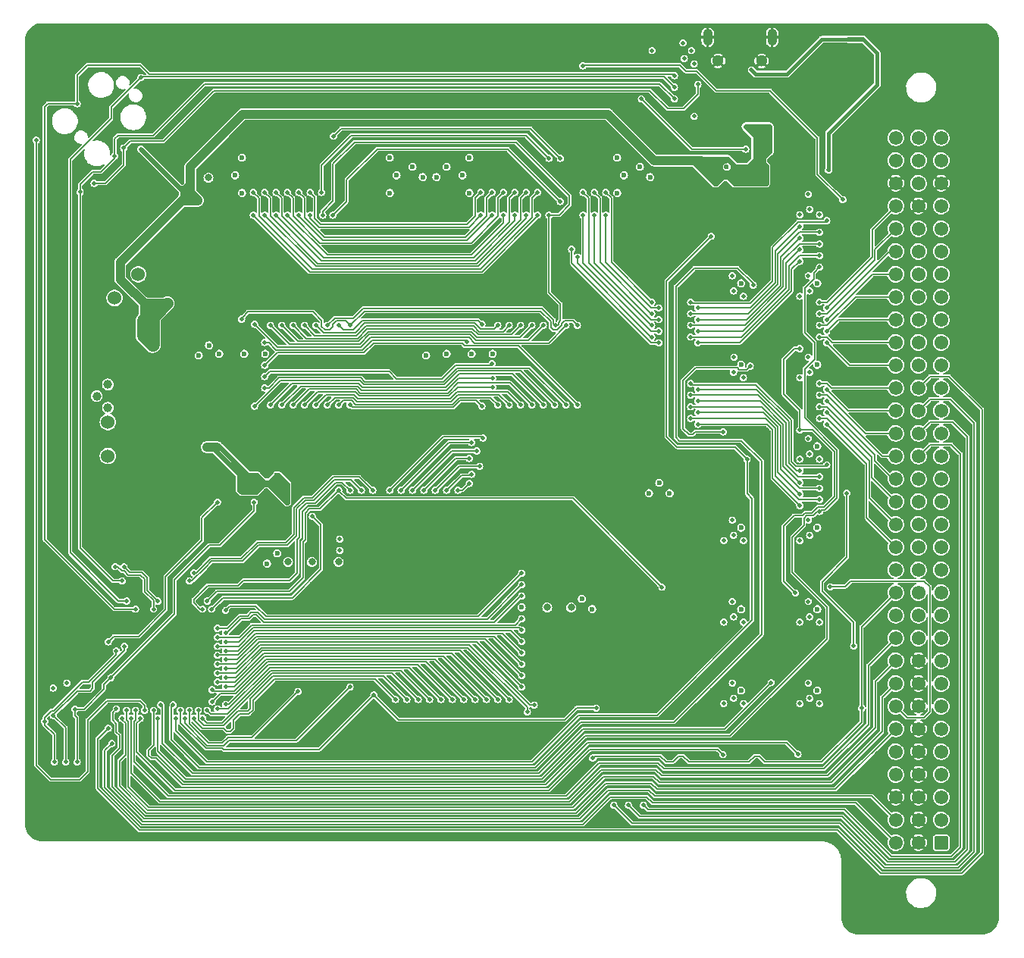
<source format=gbl>
G04 #@! TF.GenerationSoftware,KiCad,Pcbnew,(6.0.1-0)*
G04 #@! TF.CreationDate,2022-02-03T05:16:20-05:00*
G04 #@! TF.ProjectId,Warp-SE,57617270-2d53-4452-9e6b-696361645f70,rev?*
G04 #@! TF.SameCoordinates,Original*
G04 #@! TF.FileFunction,Copper,L4,Bot*
G04 #@! TF.FilePolarity,Positive*
%FSLAX46Y46*%
G04 Gerber Fmt 4.6, Leading zero omitted, Abs format (unit mm)*
G04 Created by KiCad (PCBNEW (6.0.1-0)) date 2022-02-03 05:16:20*
%MOMM*%
%LPD*%
G01*
G04 APERTURE LIST*
G04 Aperture macros list*
%AMRoundRect*
0 Rectangle with rounded corners*
0 $1 Rounding radius*
0 $2 $3 $4 $5 $6 $7 $8 $9 X,Y pos of 4 corners*
0 Add a 4 corners polygon primitive as box body*
4,1,4,$2,$3,$4,$5,$6,$7,$8,$9,$2,$3,0*
0 Add four circle primitives for the rounded corners*
1,1,$1+$1,$2,$3*
1,1,$1+$1,$4,$5*
1,1,$1+$1,$6,$7*
1,1,$1+$1,$8,$9*
0 Add four rect primitives between the rounded corners*
20,1,$1+$1,$2,$3,$4,$5,0*
20,1,$1+$1,$4,$5,$6,$7,0*
20,1,$1+$1,$6,$7,$8,$9,0*
20,1,$1+$1,$8,$9,$2,$3,0*%
G04 Aperture macros list end*
G04 #@! TA.AperFunction,ComponentPad*
%ADD10RoundRect,0.249999X0.525001X0.525001X-0.525001X0.525001X-0.525001X-0.525001X0.525001X-0.525001X0*%
G04 #@! TD*
G04 #@! TA.AperFunction,ComponentPad*
%ADD11C,1.550000*%
G04 #@! TD*
G04 #@! TA.AperFunction,ComponentPad*
%ADD12C,2.000000*%
G04 #@! TD*
G04 #@! TA.AperFunction,ComponentPad*
%ADD13O,1.070000X1.900000*%
G04 #@! TD*
G04 #@! TA.AperFunction,ComponentPad*
%ADD14C,1.300000*%
G04 #@! TD*
G04 #@! TA.AperFunction,ViaPad*
%ADD15C,0.800000*%
G04 #@! TD*
G04 #@! TA.AperFunction,ViaPad*
%ADD16C,0.500000*%
G04 #@! TD*
G04 #@! TA.AperFunction,ViaPad*
%ADD17C,1.524000*%
G04 #@! TD*
G04 #@! TA.AperFunction,ViaPad*
%ADD18C,0.600000*%
G04 #@! TD*
G04 #@! TA.AperFunction,ViaPad*
%ADD19C,1.000000*%
G04 #@! TD*
G04 #@! TA.AperFunction,ViaPad*
%ADD20C,1.270000*%
G04 #@! TD*
G04 #@! TA.AperFunction,Conductor*
%ADD21C,0.600000*%
G04 #@! TD*
G04 #@! TA.AperFunction,Conductor*
%ADD22C,0.800000*%
G04 #@! TD*
G04 #@! TA.AperFunction,Conductor*
%ADD23C,1.000000*%
G04 #@! TD*
G04 #@! TA.AperFunction,Conductor*
%ADD24C,1.524000*%
G04 #@! TD*
G04 #@! TA.AperFunction,Conductor*
%ADD25C,1.270000*%
G04 #@! TD*
G04 #@! TA.AperFunction,Conductor*
%ADD26C,0.500000*%
G04 #@! TD*
G04 #@! TA.AperFunction,Conductor*
%ADD27C,0.150000*%
G04 #@! TD*
G04 #@! TA.AperFunction,Conductor*
%ADD28C,0.450000*%
G04 #@! TD*
G04 APERTURE END LIST*
D10*
X205740000Y-129540000D03*
D11*
X205740000Y-127000000D03*
X205740000Y-124460000D03*
X205740000Y-121920000D03*
X205740000Y-119380000D03*
X205740000Y-116840000D03*
X205740000Y-114300000D03*
X205740000Y-111760000D03*
X205740000Y-109220000D03*
X205740000Y-106680000D03*
X205740000Y-104140000D03*
X205740000Y-101600000D03*
X205740000Y-99060000D03*
X205740000Y-96520000D03*
X205740000Y-93980000D03*
X205740000Y-91440000D03*
X205740000Y-88900000D03*
X205740000Y-86360000D03*
X205740000Y-83820000D03*
X205740000Y-81280000D03*
X205740000Y-78740000D03*
X205740000Y-76200000D03*
X205740000Y-73660000D03*
X205740000Y-71120000D03*
X205740000Y-68580000D03*
X205740000Y-66040000D03*
X205740000Y-63500000D03*
X205740000Y-60960000D03*
X205740000Y-58420000D03*
X205740000Y-55880000D03*
X205740000Y-53340000D03*
X205740000Y-50800000D03*
X203200000Y-129540000D03*
X203200000Y-127000000D03*
X203200000Y-124460000D03*
X203200000Y-121920000D03*
X203200000Y-119380000D03*
X203200000Y-116840000D03*
X203200000Y-114300000D03*
X203200000Y-111760000D03*
X203200000Y-109220000D03*
X203200000Y-106680000D03*
X203200000Y-104140000D03*
X203200000Y-101600000D03*
X203200000Y-99060000D03*
X203200000Y-96520000D03*
X203200000Y-93980000D03*
X203200000Y-91440000D03*
X203200000Y-88900000D03*
X203200000Y-86360000D03*
X203200000Y-83820000D03*
X203200000Y-81280000D03*
X203200000Y-78740000D03*
X203200000Y-76200000D03*
X203200000Y-73660000D03*
X203200000Y-71120000D03*
X203200000Y-68580000D03*
X203200000Y-66040000D03*
X203200000Y-63500000D03*
X203200000Y-60960000D03*
X203200000Y-58420000D03*
X203200000Y-55880000D03*
X203200000Y-53340000D03*
X203200000Y-50800000D03*
X200660000Y-129540000D03*
X200660000Y-127000000D03*
X200660000Y-124460000D03*
X200660000Y-121920000D03*
X200660000Y-119380000D03*
X200660000Y-116840000D03*
X200660000Y-114300000D03*
X200660000Y-111760000D03*
X200660000Y-109220000D03*
X200660000Y-106680000D03*
X200660000Y-104140000D03*
X200660000Y-101600000D03*
X200660000Y-99060000D03*
X200660000Y-96520000D03*
X200660000Y-93980000D03*
X200660000Y-91440000D03*
X200660000Y-88900000D03*
X200660000Y-86360000D03*
X200660000Y-83820000D03*
X200660000Y-81280000D03*
X200660000Y-78740000D03*
X200660000Y-76200000D03*
X200660000Y-73660000D03*
X200660000Y-71120000D03*
X200660000Y-68580000D03*
X200660000Y-66040000D03*
X200660000Y-63500000D03*
X200660000Y-60960000D03*
X200660000Y-58420000D03*
X200660000Y-55880000D03*
X200660000Y-53340000D03*
X200660000Y-50800000D03*
D12*
X105283000Y-42418000D03*
X210312000Y-39878000D03*
X210312000Y-137922000D03*
X196469000Y-137922000D03*
X113665000Y-127508000D03*
D13*
X179650000Y-39562500D03*
X186850000Y-39562500D03*
D14*
X185675000Y-42212500D03*
X180825000Y-42212500D03*
D15*
X194246500Y-44005500D03*
D16*
X167640000Y-71120000D03*
X137160000Y-63182500D03*
X137922000Y-58420000D03*
X165354000Y-108585000D03*
X138303000Y-63309500D03*
X163131500Y-105283000D03*
X164211000Y-108331000D03*
X163893500Y-106553000D03*
X161671000Y-108966000D03*
X166560500Y-110998000D03*
X158940500Y-75692000D03*
X167640000Y-81851500D03*
X141478000Y-66294000D03*
X131699000Y-67373500D03*
X161671000Y-94996000D03*
X161671000Y-100076000D03*
X161671000Y-93726000D03*
X168656000Y-81343500D03*
X161671000Y-106426000D03*
X161671000Y-107696000D03*
X161671000Y-105156000D03*
X161671000Y-101346000D03*
X161671000Y-111506000D03*
X163068000Y-101282500D03*
X161671000Y-110236000D03*
X161734500Y-112649000D03*
D15*
X195453000Y-42735500D03*
D17*
X117700000Y-67650000D03*
D15*
X196659500Y-44005500D03*
D16*
X196913500Y-104330500D03*
D15*
X113919000Y-73914000D03*
D16*
X196800000Y-68050000D03*
X198374000Y-82994500D03*
X199009000Y-86868000D03*
X198600000Y-65550000D03*
D18*
X125095000Y-76644500D03*
D15*
X113919000Y-76327000D03*
D16*
X195262500Y-136525000D03*
X195262500Y-131445000D03*
X196596000Y-102298500D03*
X208534000Y-139128500D03*
X198056500Y-80772000D03*
X211518500Y-130810000D03*
X197104000Y-74168000D03*
X198247000Y-139128500D03*
X208661000Y-38671500D03*
X197400000Y-75700000D03*
X211518500Y-136525000D03*
X203390500Y-139128500D03*
D18*
X122809000Y-76644500D03*
D16*
X198550000Y-62350000D03*
X193421000Y-128714500D03*
X198850000Y-63900000D03*
X198691500Y-85153500D03*
X197850000Y-78250000D03*
D15*
X115189000Y-72707500D03*
D16*
X196786500Y-71882000D03*
X194150000Y-74150000D03*
X194850000Y-70600000D03*
D15*
X114109500Y-71818500D03*
X111696500Y-71818500D03*
D16*
X183261000Y-128714500D03*
X188341000Y-128714500D03*
X173101000Y-128714500D03*
X178181000Y-128714500D03*
D15*
X115189000Y-75120500D03*
D16*
X162941000Y-128714500D03*
X168021000Y-128714500D03*
X147701000Y-128714500D03*
X142621000Y-128714500D03*
X152781000Y-128714500D03*
X157861000Y-128714500D03*
X127381000Y-128714500D03*
X122301000Y-128714500D03*
X132461000Y-128714500D03*
X137541000Y-128714500D03*
X107061000Y-128714500D03*
X104076500Y-43815000D03*
X112141000Y-128714500D03*
X117221000Y-128714500D03*
X104076500Y-49530000D03*
X104076500Y-59690000D03*
X104076500Y-54610000D03*
X104076500Y-100330000D03*
X104076500Y-105410000D03*
X104076500Y-85090000D03*
X104076500Y-125730000D03*
X104076500Y-95250000D03*
X104076500Y-110490000D03*
X104076500Y-80010000D03*
X104076500Y-115570000D03*
X104076500Y-120650000D03*
X104076500Y-64770000D03*
X104076500Y-69850000D03*
X104076500Y-90170000D03*
X104076500Y-74930000D03*
X189700000Y-75300000D03*
X181200000Y-66200000D03*
X189700000Y-66200000D03*
X189700000Y-84400000D03*
X189700000Y-93500000D03*
X189700000Y-102600000D03*
X181200000Y-102600000D03*
X189700000Y-111700000D03*
X181200000Y-111700000D03*
D18*
X188700000Y-103450000D03*
X180200000Y-103450000D03*
X188700000Y-112550000D03*
X180200000Y-112550000D03*
D16*
X177750000Y-119850000D03*
D18*
X164465000Y-104775000D03*
D16*
X175550000Y-119850000D03*
X175550000Y-77600000D03*
X176650000Y-77000000D03*
X176650000Y-67900000D03*
X175550000Y-68500000D03*
X189700000Y-57100000D03*
D18*
X197866000Y-96393000D03*
X188700000Y-94350000D03*
X188700000Y-76150000D03*
X166751000Y-104775000D03*
X196723000Y-97536000D03*
X199009000Y-97536000D03*
X169291000Y-77470000D03*
X166941500Y-77470000D03*
X143891000Y-77470000D03*
X141541500Y-77470000D03*
D16*
X117250000Y-117900000D03*
X181600000Y-75200000D03*
X125250000Y-117900000D03*
D18*
X145542000Y-56515000D03*
X151638000Y-56515000D03*
X169545000Y-59372500D03*
X147828000Y-56515000D03*
X170307000Y-61341000D03*
X169545000Y-63309500D03*
X153035000Y-59372500D03*
X152273000Y-61341000D03*
X153035000Y-63309500D03*
X144145000Y-63309500D03*
X144145000Y-59372500D03*
X144907000Y-61341000D03*
X126873000Y-61341000D03*
X127635000Y-63309500D03*
X127635000Y-59372500D03*
D16*
X181200000Y-77000000D03*
X117250000Y-115650000D03*
X181200000Y-67900000D03*
D18*
X165608000Y-105918000D03*
D16*
X181200000Y-93500000D03*
D18*
X180200000Y-94350000D03*
D16*
X177750000Y-101650000D03*
X176650000Y-102250000D03*
X175550000Y-101650000D03*
X137160000Y-69405500D03*
X110450000Y-112100000D03*
X110450000Y-115100000D03*
X112700000Y-112100000D03*
X111600000Y-115650000D03*
X112700000Y-108600000D03*
X110450000Y-108600000D03*
X114450000Y-120600000D03*
X116078000Y-120332500D03*
X117475000Y-123190000D03*
X115951000Y-123190000D03*
X114150000Y-119500000D03*
X119300000Y-119700000D03*
X120000000Y-119000000D03*
X120500000Y-118100000D03*
X124400000Y-99400000D03*
X122000000Y-118100000D03*
X112050000Y-118200000D03*
X112800000Y-119450000D03*
D17*
X115050000Y-70300000D03*
X122150000Y-63200000D03*
X119500000Y-65850000D03*
X122850000Y-66550000D03*
D16*
X142621000Y-38671500D03*
X122301000Y-38671500D03*
X117221000Y-38671500D03*
X127381000Y-38671500D03*
X132461000Y-38671500D03*
D17*
X118800000Y-62500000D03*
X120700000Y-61650000D03*
X123700000Y-64650000D03*
D16*
X183261000Y-38634000D03*
X168021000Y-38671500D03*
X147701000Y-38671500D03*
X137541000Y-38671500D03*
X152781000Y-38671500D03*
X147447000Y-102806500D03*
X162941000Y-38671500D03*
X144145000Y-89154000D03*
X157861000Y-38671500D03*
D18*
X125900000Y-94800000D03*
D16*
X126350000Y-118650000D03*
X173101000Y-38671500D03*
X178181000Y-38671500D03*
X188341000Y-38671500D03*
D18*
X124900000Y-93700000D03*
D16*
X198501000Y-38671500D03*
X211518500Y-90170000D03*
X193421000Y-38671500D03*
X211518500Y-49530000D03*
X156210000Y-93980000D03*
X151765000Y-83693000D03*
X211518500Y-95250000D03*
X152527000Y-103759000D03*
X211518500Y-43815000D03*
X211518500Y-115570000D03*
X211518500Y-59690000D03*
X211518500Y-120650000D03*
X211518500Y-54610000D03*
X211518500Y-110490000D03*
X211518500Y-69850000D03*
X211518500Y-105410000D03*
X211518500Y-64770000D03*
X211518500Y-74930000D03*
X211518500Y-80010000D03*
X211518500Y-100330000D03*
X211518500Y-125730000D03*
X139700000Y-69405500D03*
X211518500Y-85090000D03*
X150495000Y-83693000D03*
X149225000Y-84391500D03*
X147955000Y-85661500D03*
X146685000Y-86931500D03*
X145415000Y-88201500D03*
X145097500Y-77216000D03*
X145669000Y-74231500D03*
X139065000Y-75311000D03*
X163830000Y-68262500D03*
X161417000Y-69405500D03*
X162560000Y-69405500D03*
X163830000Y-69405500D03*
X165100000Y-69405500D03*
X165100000Y-67500500D03*
X131953000Y-68389500D03*
X132080000Y-69405500D03*
X134620000Y-69405500D03*
X135890000Y-68389500D03*
X137160000Y-67754500D03*
X138430000Y-67119500D03*
X138430000Y-69405500D03*
X135890000Y-69405500D03*
X203581000Y-38671500D03*
D18*
X135509000Y-100711000D03*
X161671000Y-96901000D03*
X161671000Y-98171000D03*
X158877000Y-98171000D03*
D16*
X112141000Y-38671500D03*
D18*
X158877000Y-96901000D03*
D16*
X107061000Y-38671500D03*
X184050000Y-65250000D03*
D18*
X138303000Y-101981000D03*
D16*
X186250000Y-65250000D03*
D18*
X135509000Y-101981000D03*
X138303000Y-100711000D03*
D16*
X185150000Y-65850000D03*
X185150000Y-74950000D03*
X186250000Y-74350000D03*
X184050000Y-83450000D03*
X184050000Y-74350000D03*
X186250000Y-83450000D03*
X185150000Y-84050000D03*
X185150000Y-93150000D03*
X184050000Y-92550000D03*
X186250000Y-92550000D03*
X184050000Y-101650000D03*
X186250000Y-101650000D03*
X185150000Y-102250000D03*
X186250000Y-110750000D03*
X185150000Y-111350000D03*
X184050000Y-110750000D03*
X186250000Y-119850000D03*
X175550000Y-83450000D03*
X177750000Y-83450000D03*
X176650000Y-84050000D03*
X176650000Y-74950000D03*
X175550000Y-74350000D03*
X177750000Y-74350000D03*
X185150000Y-120450000D03*
X184050000Y-119850000D03*
X177750000Y-110750000D03*
X176650000Y-111350000D03*
X175550000Y-110750000D03*
X176650000Y-120450000D03*
D15*
X199072500Y-52260500D03*
D16*
X139700000Y-66484500D03*
D15*
X196659500Y-52260500D03*
X194246500Y-52260500D03*
X195453000Y-53530500D03*
X197866000Y-53530500D03*
X123888500Y-56451500D03*
D16*
X116850000Y-99050000D03*
X121250000Y-98350000D03*
X120740000Y-97480000D03*
X108450000Y-109300000D03*
X107350000Y-109600000D03*
X106250000Y-109900000D03*
X107250000Y-104550000D03*
X109900000Y-105500000D03*
D15*
X113000000Y-92650000D03*
X116900000Y-92650000D03*
X111800000Y-93700000D03*
X118100000Y-93700000D03*
D17*
X117250000Y-86350000D03*
X117250000Y-82550000D03*
D19*
X115400000Y-79650000D03*
X114150000Y-80950000D03*
D16*
X152336500Y-80708500D03*
X153797000Y-103759000D03*
D19*
X114150000Y-78350000D03*
D16*
X120450000Y-96350000D03*
D18*
X173228000Y-56515000D03*
X170942000Y-56515000D03*
D16*
X142557500Y-81597500D03*
D18*
X172085000Y-57658000D03*
D16*
X145415000Y-81407000D03*
X146685000Y-81407000D03*
X152019000Y-74218800D03*
X147955000Y-81407000D03*
X150495000Y-81407000D03*
X151765000Y-82105500D03*
X149225000Y-81407000D03*
X147320000Y-93980000D03*
X146177000Y-102806500D03*
X142367000Y-102806500D03*
X157480000Y-100139500D03*
X142113000Y-111760000D03*
X140462000Y-120015000D03*
X138938000Y-120015000D03*
X137414000Y-120015000D03*
X162179000Y-72707500D03*
X140779500Y-75438000D03*
X143891000Y-75565000D03*
X139700000Y-87757000D03*
X140970000Y-88138000D03*
X142240000Y-89154000D03*
D18*
X126250000Y-90300000D03*
X130350000Y-90300000D03*
X130400000Y-88500000D03*
X126300000Y-88500000D03*
X125250000Y-89400000D03*
X129000000Y-93700000D03*
X130000000Y-94800000D03*
D16*
X145415000Y-116332000D03*
X165862000Y-72517000D03*
X164592000Y-72644000D03*
X163449000Y-72898000D03*
X165798500Y-76327000D03*
X170815000Y-82105500D03*
X171577000Y-82740500D03*
X172339000Y-83375500D03*
X158940500Y-89408000D03*
X173101000Y-84010500D03*
X162242500Y-92011500D03*
X148717000Y-102933500D03*
X149987000Y-103695500D03*
X151257000Y-103759000D03*
X156210000Y-101409500D03*
X154940000Y-102679500D03*
X198882000Y-94043500D03*
X108750000Y-107950000D03*
X109450000Y-108900000D03*
X108750000Y-101750000D03*
X109600000Y-100800000D03*
X110450000Y-101750000D03*
X117900000Y-98600000D03*
X118000000Y-100300000D03*
X127550000Y-99450000D03*
X126600000Y-100300000D03*
X126600000Y-98600000D03*
X128050000Y-114350000D03*
X117700000Y-119600000D03*
X116700000Y-118750000D03*
X125350000Y-119600000D03*
X128900000Y-115400000D03*
X116250000Y-100300000D03*
X116250000Y-102550000D03*
X122750000Y-100300000D03*
X122750000Y-102550000D03*
X128050000Y-105100000D03*
X133800000Y-49200000D03*
X125800000Y-105100000D03*
X144907000Y-102806500D03*
X143637000Y-102806500D03*
X154940000Y-93980000D03*
X144780000Y-93980000D03*
X157480000Y-93980000D03*
X148590000Y-93980000D03*
X146050000Y-93980000D03*
X149860000Y-93980000D03*
X151130000Y-93980000D03*
X143510000Y-93980000D03*
X153670000Y-93980000D03*
X142240000Y-93980000D03*
X152400000Y-93980000D03*
D18*
X130429000Y-99695000D03*
X132715000Y-99695000D03*
X131572000Y-100838000D03*
D16*
X143764000Y-113284000D03*
X147955000Y-116332000D03*
X146685000Y-116332000D03*
X149225000Y-116332000D03*
X150495000Y-116332000D03*
X151765000Y-116332000D03*
X153035000Y-116332000D03*
X154305000Y-116332000D03*
X155575000Y-116332000D03*
X156845000Y-116332000D03*
X158115000Y-116332000D03*
X112700000Y-115100000D03*
X129050000Y-104600000D03*
X128150000Y-103600000D03*
D18*
X148209000Y-76454000D03*
X150495000Y-76454000D03*
X123952000Y-77597000D03*
D16*
X132207000Y-64389000D03*
X143256000Y-70675500D03*
X129800000Y-114450000D03*
X126150000Y-116600000D03*
D18*
X149352000Y-56515000D03*
X150495000Y-57658000D03*
X146685000Y-57658000D03*
D16*
X125250000Y-115650000D03*
X197550000Y-63900000D03*
X192550000Y-119050000D03*
X194250000Y-116250000D03*
X195950000Y-116250000D03*
X197350000Y-109300000D03*
X199000000Y-110200000D03*
X198700000Y-107900000D03*
X199100000Y-95750000D03*
X196150000Y-122700000D03*
X198600000Y-119600000D03*
X193500000Y-110800000D03*
D18*
X174250000Y-92950000D03*
X175400000Y-91800000D03*
X173100000Y-91800000D03*
D16*
X132715000Y-83058000D03*
X133985000Y-83058000D03*
X135255000Y-83058000D03*
X136525000Y-83058000D03*
X131445000Y-83058000D03*
X132207000Y-75819000D03*
X181737000Y-54038500D03*
X186563000Y-53340000D03*
X183896000Y-53340000D03*
X181610000Y-55880000D03*
X182650000Y-59900000D03*
X175700000Y-41900000D03*
X197050000Y-41000000D03*
X195350000Y-41000000D03*
X142850000Y-120015000D03*
X147600000Y-120015000D03*
X162550000Y-123800000D03*
X171950000Y-114150000D03*
X169800000Y-105050000D03*
X166500000Y-96950000D03*
X167500000Y-98250000D03*
X173850000Y-98250000D03*
X129600000Y-117650000D03*
X128550000Y-117300000D03*
X108750000Y-98150000D03*
X108950000Y-96950000D03*
X193150000Y-57700000D03*
X174750000Y-41050000D03*
X189500000Y-53900000D03*
X172250000Y-48400000D03*
X187600000Y-41262500D03*
X181950000Y-43212500D03*
X189300000Y-41300000D03*
X122700000Y-59050000D03*
X121000000Y-59050000D03*
X112522000Y-50038000D03*
X188468000Y-48196500D03*
X186690000Y-48196500D03*
X170000000Y-43200000D03*
X188450000Y-40350000D03*
X187579000Y-47180500D03*
X181950000Y-41162500D03*
X190450000Y-53050000D03*
X175700000Y-40200000D03*
X170050000Y-48400000D03*
X109601000Y-48514000D03*
X171150000Y-49000000D03*
X190450000Y-54750000D03*
X121850000Y-60000000D03*
X191050000Y-104300000D03*
X106553000Y-112268000D03*
D18*
X127635000Y-56959500D03*
X144145000Y-56959500D03*
X144907000Y-54991000D03*
X144145000Y-53022500D03*
X169545000Y-53022500D03*
X127635000Y-53022500D03*
D16*
X138557000Y-95631000D03*
D18*
X153035000Y-56959500D03*
X173228000Y-55181500D03*
X170307000Y-54991000D03*
X169545000Y-56959500D03*
D16*
X138557000Y-96901000D03*
D18*
X172085000Y-54038500D03*
X153035000Y-53022500D03*
X126873000Y-54991000D03*
X152273000Y-54991000D03*
D17*
X113400000Y-68700000D03*
X116050000Y-66050000D03*
D19*
X112650000Y-80950000D03*
D18*
X125095000Y-74930000D03*
D17*
X112650000Y-86350000D03*
D18*
X130238500Y-74930000D03*
X127889000Y-74930000D03*
D15*
X123888500Y-55245000D03*
D17*
X112650000Y-82550000D03*
D18*
X150495000Y-74930000D03*
D19*
X112650000Y-78350000D03*
X111400000Y-79650000D03*
D18*
X122809000Y-75120500D03*
X123952000Y-73977500D03*
D15*
X132778500Y-98171000D03*
X164401500Y-103251000D03*
D18*
X146685000Y-54038500D03*
X158877000Y-103251000D03*
D15*
X161734500Y-103251000D03*
D18*
X150495000Y-54038500D03*
D15*
X138430000Y-98171000D03*
X135445500Y-98171000D03*
D18*
X130429000Y-98361500D03*
X131572000Y-97218500D03*
X148209000Y-75120500D03*
D16*
X182600000Y-75300000D03*
D18*
X147828000Y-55181500D03*
X149352000Y-55181500D03*
X153289000Y-74930000D03*
X155638500Y-74930000D03*
D16*
X190900000Y-84400000D03*
X182400000Y-66200000D03*
X190900000Y-75300000D03*
X190900000Y-66200000D03*
X190900000Y-57100000D03*
X189950000Y-68500000D03*
X183650000Y-68500000D03*
D18*
X166751000Y-103441500D03*
X165608000Y-102298500D03*
D16*
X182550000Y-95200000D03*
X183650000Y-95800000D03*
X182400000Y-93500000D03*
D18*
X183400000Y-94350000D03*
D16*
X181450000Y-95800000D03*
X190900000Y-93500000D03*
X182550000Y-113400000D03*
X191050000Y-77000000D03*
X183650000Y-77600000D03*
X189950000Y-104900000D03*
X192150000Y-104900000D03*
X189950000Y-114000000D03*
X189950000Y-59400000D03*
X191050000Y-58800000D03*
X191050000Y-67900000D03*
X189950000Y-77600000D03*
X191050000Y-86100000D03*
X189950000Y-86700000D03*
X191050000Y-95200000D03*
X189950000Y-95800000D03*
X192150000Y-86700000D03*
X192150000Y-59400000D03*
X182550000Y-67900000D03*
X181450000Y-114000000D03*
X192150000Y-114000000D03*
X181450000Y-104900000D03*
X183650000Y-104900000D03*
X182550000Y-77000000D03*
X183650000Y-114000000D03*
X182550000Y-104300000D03*
X191050000Y-113400000D03*
D18*
X191900000Y-67050000D03*
X183400000Y-67050000D03*
X191900000Y-76150000D03*
X183400000Y-76150000D03*
X191900000Y-94350000D03*
X191900000Y-85250000D03*
X191900000Y-112550000D03*
X183400000Y-112550000D03*
X191900000Y-103450000D03*
X183400000Y-103450000D03*
D16*
X182400000Y-111700000D03*
X190900000Y-111700000D03*
X182400000Y-102600000D03*
X190900000Y-102600000D03*
D18*
X174250000Y-89350000D03*
X173100000Y-90500000D03*
X175400000Y-90500000D03*
D16*
X177050000Y-41950000D03*
X176900000Y-40200000D03*
X173450000Y-41050000D03*
X178150000Y-48400000D03*
X177850000Y-41050000D03*
X108077000Y-111700000D03*
X178150000Y-42550000D03*
D19*
X123700000Y-85350000D03*
D18*
X132550000Y-89400000D03*
X127400000Y-88500000D03*
X131500000Y-88500000D03*
X127600000Y-90350000D03*
X132700000Y-91500000D03*
X131700000Y-90350000D03*
X128450000Y-89400000D03*
D15*
X117665500Y-73914000D03*
D17*
X116652691Y-71950000D03*
D16*
X178943000Y-53340000D03*
X181610000Y-53340000D03*
X183896000Y-49530000D03*
X186563000Y-49530000D03*
X180276500Y-54038500D03*
X180467000Y-55880000D03*
D20*
X119300000Y-69302691D03*
D16*
X121850000Y-56900000D03*
X122700000Y-57850000D03*
X186182000Y-55880000D03*
X116332000Y-52070000D03*
X121000000Y-57850000D03*
X167195500Y-114495500D03*
X120750000Y-114750000D03*
X142367000Y-113030000D03*
X166814500Y-120078500D03*
X196850000Y-114500000D03*
X115750000Y-114750000D03*
X115250000Y-115650000D03*
X114750000Y-114750000D03*
X193350000Y-100950000D03*
X114250000Y-115650000D03*
X113600000Y-114600000D03*
X113100000Y-118450000D03*
X112700000Y-116750000D03*
X169164000Y-125349000D03*
X170815000Y-125349000D03*
X172466000Y-125349000D03*
X192950000Y-82800000D03*
X192150000Y-82150000D03*
X192950000Y-81500000D03*
X192150000Y-80850000D03*
X192950000Y-80200000D03*
X192150000Y-79550000D03*
X192950000Y-78900000D03*
X192150000Y-78250000D03*
X192950000Y-73700000D03*
X192150000Y-73050000D03*
X192950000Y-72400000D03*
X192150000Y-71750000D03*
X192950000Y-71100000D03*
X192150000Y-70450000D03*
X192950000Y-69800000D03*
X192150000Y-69150000D03*
X114750000Y-102550000D03*
X175950000Y-45150000D03*
X116332000Y-44069000D03*
X114250000Y-100300000D03*
X109550000Y-56850000D03*
X175950000Y-46450000D03*
X113411000Y-52832000D03*
X116750000Y-114750000D03*
X114427000Y-51943000D03*
X178562000Y-44831000D03*
X111125000Y-55880000D03*
X104648000Y-51054000D03*
X115750000Y-103450000D03*
X109220000Y-46990000D03*
X175950000Y-43850000D03*
X184550000Y-43212500D03*
X193150000Y-54400000D03*
X197050000Y-39800000D03*
X195350000Y-39800000D03*
X107950000Y-120523000D03*
X106553000Y-115316000D03*
X114500000Y-107600000D03*
X129000000Y-91500000D03*
X109220000Y-120523000D03*
X108966000Y-114617500D03*
X113000000Y-111100000D03*
X121750000Y-114750000D03*
X133900000Y-112650000D03*
X139700000Y-112141000D03*
X121250000Y-115650000D03*
X184050000Y-86700000D03*
X120250000Y-115650000D03*
X180050000Y-61800000D03*
X184750000Y-67250000D03*
X119950000Y-114150000D03*
X186750000Y-111650000D03*
X118550000Y-114150000D03*
X192150000Y-65250000D03*
X192150000Y-92550000D03*
X118250000Y-115650000D03*
X189950000Y-74350000D03*
X189950000Y-83450000D03*
X189450000Y-101650000D03*
X189750000Y-119650000D03*
X117750000Y-114750000D03*
X184400000Y-76300000D03*
X181350000Y-119700000D03*
X116250000Y-115650000D03*
X181400000Y-83650000D03*
X137160000Y-80645000D03*
X124900000Y-114600000D03*
X149860000Y-113538000D03*
X157480000Y-80645000D03*
X125800000Y-114100000D03*
X138430000Y-80645000D03*
X151130000Y-113538000D03*
X156210000Y-80645000D03*
X154432000Y-80772000D03*
X152400000Y-113538000D03*
X124300000Y-113800000D03*
X139700000Y-80645000D03*
X124300000Y-112450000D03*
X163830000Y-71755000D03*
X153670000Y-113538000D03*
X129032000Y-71628000D03*
X130175000Y-77470000D03*
X154559000Y-84328000D03*
X155575000Y-76009500D03*
X154940000Y-113538000D03*
X144145000Y-90170000D03*
X125800000Y-112100000D03*
X163195000Y-53086000D03*
X137858500Y-50609500D03*
X136525000Y-56896000D03*
X161925000Y-53086000D03*
X135255000Y-56896000D03*
X154305000Y-56896000D03*
X124900000Y-91500000D03*
X112700000Y-107100000D03*
X130810000Y-80645000D03*
X153289000Y-84836000D03*
X161290000Y-80645000D03*
X145415000Y-90170000D03*
X156210000Y-113538000D03*
X124900000Y-111600000D03*
X154305000Y-59436000D03*
X135255000Y-59436000D03*
X155575000Y-56896000D03*
X133985000Y-56896000D03*
X155575000Y-59436000D03*
X133985000Y-59436000D03*
X132715000Y-56896000D03*
X156845000Y-56896000D03*
X156845000Y-59436000D03*
X132715000Y-59436000D03*
X158115000Y-56896000D03*
X131445000Y-56896000D03*
X129032000Y-80772000D03*
X153860500Y-85788500D03*
X162560000Y-80645000D03*
X125800000Y-111100000D03*
X146685000Y-90170000D03*
X157480000Y-113538000D03*
X131445000Y-59436000D03*
X158115000Y-59436000D03*
X159385000Y-56896000D03*
X130175000Y-56896000D03*
X130175000Y-59436000D03*
X159385000Y-59436000D03*
X160655000Y-56896000D03*
X128905000Y-56896000D03*
X117750000Y-103450000D03*
X113450000Y-98700000D03*
X128905000Y-59436000D03*
X118250000Y-102550000D03*
X114450000Y-98700000D03*
X160655000Y-59436000D03*
X124900000Y-110600000D03*
X147955000Y-90170000D03*
X159512000Y-114935000D03*
X138430000Y-71755000D03*
X153035000Y-86614000D03*
X154432000Y-71628000D03*
X161925000Y-59436000D03*
X136652000Y-59436000D03*
X137160000Y-71755000D03*
X162623500Y-71755000D03*
X137795000Y-59436000D03*
X163195000Y-57912000D03*
X165100000Y-71755000D03*
X139700000Y-71755000D03*
X127600000Y-71050000D03*
X152749250Y-73564750D03*
X130175000Y-73660000D03*
X140970000Y-90170000D03*
X121750000Y-100300000D03*
X122250000Y-99400000D03*
X142240000Y-90170000D03*
X123250000Y-103450000D03*
X139700000Y-90170000D03*
X135890000Y-71755000D03*
X125800000Y-110100000D03*
X149225000Y-90170000D03*
X160274000Y-114173000D03*
X154178000Y-87503000D03*
X156210000Y-71755000D03*
X124250000Y-103450000D03*
X135509000Y-93091000D03*
X124900000Y-109600000D03*
X158877000Y-112141000D03*
X153289000Y-88392000D03*
X150495000Y-90170000D03*
X163830000Y-80645000D03*
X130175000Y-78740000D03*
X125800000Y-109100000D03*
X158877000Y-110871000D03*
X153035000Y-89408000D03*
X151765000Y-90170000D03*
X165100000Y-80645000D03*
X130175000Y-76200000D03*
X134620000Y-71755000D03*
X124900000Y-108600000D03*
X158877000Y-109601000D03*
X157480000Y-71755000D03*
X125800000Y-108100000D03*
X158877000Y-108331000D03*
X158750000Y-71755000D03*
X133350000Y-71755000D03*
X158877000Y-107061000D03*
X124900000Y-107600000D03*
X160020000Y-71755000D03*
X132080000Y-71755000D03*
X158877000Y-105791000D03*
X125800000Y-107100000D03*
X161290000Y-71755000D03*
X130810000Y-71755000D03*
X158877000Y-104521000D03*
X124900000Y-106600000D03*
X158877000Y-101981000D03*
X125800000Y-106100000D03*
X124900000Y-105600000D03*
X158877000Y-100711000D03*
X158877000Y-99441000D03*
X125800000Y-103600000D03*
X123750000Y-102550000D03*
X138430000Y-90170000D03*
X174550000Y-101000000D03*
X189950000Y-88000000D03*
X178550000Y-78900000D03*
X192950000Y-87350000D03*
X177750000Y-78250000D03*
X192150000Y-88650000D03*
X177750000Y-79550000D03*
X192150000Y-89950000D03*
X177750000Y-80850000D03*
X192150000Y-91200000D03*
X177750000Y-82150000D03*
X189950000Y-91900000D03*
X178550000Y-82800000D03*
X189950000Y-90600000D03*
X178550000Y-81500000D03*
X189950000Y-89300000D03*
X178550000Y-80200000D03*
X189950000Y-60700000D03*
X178550000Y-69800000D03*
X168275000Y-59436000D03*
X174200000Y-69800000D03*
X192950000Y-60050000D03*
X177750000Y-69150000D03*
X168275000Y-56896000D03*
X173400000Y-69150000D03*
X192150000Y-61350000D03*
X177750000Y-70450000D03*
X167005000Y-56896000D03*
X173400000Y-70450000D03*
X192150000Y-62650000D03*
X177750000Y-71750000D03*
X165735000Y-56896000D03*
X173400000Y-71750000D03*
X192150000Y-63950000D03*
X177750000Y-73050000D03*
X173400000Y-73050000D03*
X165100000Y-64135000D03*
X164465000Y-63246000D03*
X189950000Y-64600000D03*
X178550000Y-73700000D03*
X174200000Y-73700000D03*
X189950000Y-63300000D03*
X178550000Y-72400000D03*
X165735000Y-59436000D03*
X174200000Y-72400000D03*
X189950000Y-62000000D03*
X178550000Y-71100000D03*
X167005000Y-59436000D03*
X174200000Y-71100000D03*
X144780000Y-113538000D03*
X122250000Y-115650000D03*
X132080000Y-80645000D03*
X155638500Y-77660500D03*
X146050000Y-113538000D03*
X122750000Y-114750000D03*
X133350000Y-80645000D03*
X160020000Y-80645000D03*
X155638500Y-78676500D03*
X134620000Y-80645000D03*
X147320000Y-113538000D03*
X123250000Y-115650000D03*
X148590000Y-113538000D03*
X123750000Y-114750000D03*
X135890000Y-80645000D03*
X158750000Y-80645000D03*
X183896000Y-52070000D03*
X172250000Y-46450000D03*
X195950000Y-107550000D03*
X165700000Y-42750000D03*
X195200000Y-90500000D03*
X194750000Y-57700000D03*
X105600000Y-116000000D03*
X106680000Y-120523000D03*
X113600000Y-108100000D03*
D21*
X132700000Y-91500000D02*
X132700000Y-89550000D01*
X126350000Y-87300000D02*
X128450000Y-89400000D01*
X127400000Y-88350000D02*
X126350000Y-87300000D01*
X127400000Y-90150000D02*
X127400000Y-88350000D01*
X124350000Y-85350000D02*
X125150000Y-85350000D01*
D22*
X128450000Y-89400000D02*
X132000000Y-89400000D01*
D21*
X132700000Y-89550000D02*
X131650000Y-88500000D01*
X125150000Y-85350000D02*
X129200000Y-89400000D01*
X129250000Y-89400000D02*
X132000000Y-89400000D01*
X132300000Y-91100000D02*
X132300000Y-89650000D01*
X123700000Y-85350000D02*
X124350000Y-85350000D01*
X132300000Y-89650000D02*
X132550000Y-89400000D01*
X132700000Y-91500000D02*
X132300000Y-91100000D01*
X127400000Y-90150000D02*
X127600000Y-90350000D01*
X127550000Y-88500000D02*
X128450000Y-89400000D01*
X131550000Y-90350000D02*
X131700000Y-90350000D01*
X127400000Y-88500000D02*
X127600000Y-88700000D01*
X128450000Y-89500000D02*
X128450000Y-89400000D01*
X127600000Y-90350000D02*
X128450000Y-89500000D01*
X130600000Y-89400000D02*
X131500000Y-88500000D01*
X127400000Y-88500000D02*
X127550000Y-88500000D01*
X132550000Y-89500000D02*
X131700000Y-90350000D01*
X132550000Y-89400000D02*
X132550000Y-89500000D01*
X131700000Y-90350000D02*
X131700000Y-88700000D01*
X127400000Y-88500000D02*
X127400000Y-90150000D01*
X132550000Y-89400000D02*
X132000000Y-89400000D01*
X131500000Y-88500000D02*
X131500000Y-90150000D01*
X131500000Y-90150000D02*
X131700000Y-90350000D01*
X131500000Y-88500000D02*
X131650000Y-88500000D01*
X128450000Y-89400000D02*
X127900000Y-89400000D01*
X131650000Y-88500000D02*
X132550000Y-89400000D01*
X131700000Y-88700000D02*
X131500000Y-88500000D01*
X130600000Y-89400000D02*
X131550000Y-90350000D01*
X130600000Y-89400000D02*
X131200000Y-89400000D01*
X127600000Y-88700000D02*
X127600000Y-90350000D01*
X123700000Y-85350000D02*
X123850000Y-85200000D01*
X125000000Y-85200000D02*
X125150000Y-85350000D01*
X123850000Y-85200000D02*
X125000000Y-85200000D01*
X123700000Y-85350000D02*
X123850000Y-85500000D01*
X124700000Y-85500000D02*
X125000000Y-85200000D01*
X123850000Y-85500000D02*
X124700000Y-85500000D01*
X127400000Y-88400000D02*
X127400000Y-88500000D01*
X124350000Y-85350000D02*
X127400000Y-88400000D01*
D23*
X123700000Y-85350000D02*
X124850000Y-85350000D01*
D24*
X117665500Y-72962809D02*
X116652691Y-71950000D01*
X117665500Y-73914000D02*
X117665500Y-72962809D01*
X116652691Y-72901191D02*
X116652691Y-71950000D01*
X117665500Y-73914000D02*
X116652691Y-72901191D01*
X116652691Y-71950000D02*
X116652691Y-71243809D01*
X116652691Y-71950000D02*
X116750000Y-71852691D01*
D23*
X116750000Y-69315500D02*
X114046000Y-66611500D01*
X116750000Y-71852691D02*
X116750000Y-69315500D01*
X117925000Y-73654500D02*
X117665500Y-73914000D01*
X117925000Y-70490500D02*
X117925000Y-73654500D01*
X116652691Y-71762809D02*
X117925000Y-70490500D01*
X116652691Y-71950000D02*
X116652691Y-71762809D01*
X117242250Y-73490750D02*
X117242250Y-69807750D01*
X117665500Y-73914000D02*
X117242250Y-73490750D01*
X117242250Y-69807750D02*
X117925000Y-70490500D01*
X114046000Y-66611500D02*
X117242250Y-69807750D01*
D21*
X182000000Y-53300000D02*
X182450000Y-53750000D01*
X186182000Y-55880000D02*
X182630000Y-55880000D01*
D25*
X119300000Y-69302691D02*
X117665500Y-70937191D01*
D23*
X114046000Y-64704000D02*
X121850000Y-56900000D01*
X121850000Y-56900000D02*
X122700000Y-57750000D01*
D21*
X181450000Y-54750000D02*
X182050000Y-54750000D01*
X183900000Y-55150000D02*
X184700000Y-55150000D01*
D26*
X121850000Y-56900000D02*
X121400000Y-56450000D01*
D21*
X130650000Y-89500000D02*
X132650000Y-91500000D01*
X185137000Y-49530000D02*
X185850000Y-50243000D01*
X182700000Y-54000000D02*
X182000000Y-53300000D01*
X181000000Y-55347000D02*
X181000000Y-53750000D01*
D23*
X121850000Y-56900000D02*
X121000000Y-57750000D01*
D21*
X182050000Y-54750000D02*
X182700000Y-54750000D01*
X185850000Y-54000000D02*
X185850000Y-55100000D01*
X186400000Y-49693000D02*
X186563000Y-49530000D01*
X184825000Y-54225000D02*
X185550000Y-53500000D01*
X186182000Y-55880000D02*
X186182000Y-53982000D01*
X186104000Y-49530000D02*
X185000000Y-50634000D01*
X180738500Y-54038500D02*
X181450000Y-54750000D01*
D23*
X127733000Y-48150000D02*
X168500000Y-48150000D01*
D21*
X182700000Y-54750000D02*
X183500000Y-54750000D01*
X182630000Y-55880000D02*
X182450000Y-55700000D01*
X186002000Y-55700000D02*
X186182000Y-55880000D01*
X180350000Y-53150000D02*
X176630000Y-53150000D01*
D26*
X121206000Y-56444000D02*
X121800000Y-55850000D01*
D21*
X183900000Y-55150000D02*
X184825000Y-54225000D01*
X182750000Y-54050000D02*
X184200000Y-54050000D01*
X184200000Y-54050000D02*
X185000000Y-53250000D01*
X177927000Y-53340000D02*
X176440000Y-53340000D01*
X181420000Y-53150000D02*
X180350000Y-53150000D01*
X177927000Y-53340000D02*
X178393000Y-53340000D01*
X181610000Y-53340000D02*
X180975000Y-53340000D01*
X183450000Y-54750000D02*
X183500000Y-54750000D01*
X182000000Y-53300000D02*
X183450000Y-54750000D01*
D26*
X116332000Y-52070000D02*
X120706000Y-56444000D01*
X121800000Y-55850000D02*
X121850000Y-55850000D01*
D21*
X186563000Y-49530000D02*
X183896000Y-49530000D01*
X130850000Y-89500000D02*
X130300000Y-89500000D01*
X182450000Y-54350000D02*
X182050000Y-54750000D01*
X185700000Y-55100000D02*
X184825000Y-54225000D01*
D26*
X121162000Y-56900000D02*
X121850000Y-56900000D01*
D21*
X185850000Y-50243000D02*
X186563000Y-49530000D01*
D26*
X121000000Y-57850000D02*
X121000000Y-56738000D01*
D23*
X122700000Y-57850000D02*
X121000000Y-57850000D01*
D21*
X185850000Y-53050000D02*
X186400000Y-52500000D01*
X186563000Y-49530000D02*
X186563000Y-52337000D01*
X185000000Y-50634000D02*
X183896000Y-49530000D01*
X180467000Y-55880000D02*
X180467000Y-54229000D01*
X181325000Y-55150000D02*
X181350000Y-55150000D01*
X185850000Y-55100000D02*
X185700000Y-55100000D01*
D26*
X121400000Y-56450000D02*
X120712000Y-56450000D01*
D23*
X168500000Y-48150000D02*
X173690000Y-53340000D01*
D21*
X132650000Y-91500000D02*
X130600000Y-89450000D01*
X128025000Y-89925000D02*
X127600000Y-90350000D01*
D26*
X120706000Y-56444000D02*
X121206000Y-56444000D01*
D21*
X180500000Y-53300000D02*
X182000000Y-53300000D01*
X178943000Y-53340000D02*
X179641500Y-54038500D01*
X185000000Y-53250000D02*
X185000000Y-50634000D01*
X180467000Y-54283000D02*
X181410000Y-53340000D01*
X180467000Y-55880000D02*
X177927000Y-53340000D01*
X180467000Y-55880000D02*
X180595000Y-55880000D01*
X180467000Y-55880000D02*
X180467000Y-54864000D01*
X129625000Y-89925000D02*
X130050000Y-89500000D01*
D23*
X173690000Y-53340000D02*
X176440000Y-53340000D01*
D25*
X117665500Y-70937191D02*
X117665500Y-73914000D01*
D21*
X180467000Y-54229000D02*
X180276500Y-54038500D01*
X179578000Y-53340000D02*
X180276500Y-54038500D01*
X180595000Y-55880000D02*
X181325000Y-55150000D01*
D23*
X114046000Y-66611500D02*
X114046000Y-64704000D01*
D21*
X176630000Y-53150000D02*
X176440000Y-53340000D01*
X185850000Y-55548000D02*
X186182000Y-55880000D01*
X186563000Y-49530000D02*
X186104000Y-49530000D01*
X181610000Y-53340000D02*
X181420000Y-53150000D01*
X178393000Y-53340000D02*
X180276500Y-55223500D01*
X185550000Y-53500000D02*
X185550000Y-50543000D01*
X129050000Y-88500000D02*
X130050000Y-89500000D01*
X180276500Y-54038500D02*
X180738500Y-54038500D01*
D26*
X121000000Y-56738000D02*
X120706000Y-56444000D01*
D23*
X122700000Y-57750000D02*
X122700000Y-57850000D01*
D21*
X180350000Y-53150000D02*
X181850000Y-53150000D01*
X180467000Y-55880000D02*
X180467000Y-54283000D01*
X185550000Y-50543000D02*
X186563000Y-49530000D01*
D26*
X120712000Y-56450000D02*
X120706000Y-56444000D01*
D21*
X181350000Y-55150000D02*
X181900000Y-55150000D01*
X185452000Y-55150000D02*
X186182000Y-55880000D01*
X130050000Y-89500000D02*
X130650000Y-89500000D01*
X180276500Y-55689500D02*
X180467000Y-55880000D01*
X180467000Y-55880000D02*
X181000000Y-55347000D01*
X180276500Y-55223500D02*
X180276500Y-55689500D01*
X180276500Y-54038500D02*
X180276500Y-55223500D01*
D23*
X121850000Y-54033000D02*
X127733000Y-48150000D01*
D21*
X129300000Y-88500000D02*
X127400000Y-88500000D01*
X181000000Y-53750000D02*
X181410000Y-53340000D01*
X184700000Y-55150000D02*
X185850000Y-54000000D01*
X186563000Y-52337000D02*
X186400000Y-52500000D01*
X183896000Y-49530000D02*
X185137000Y-49530000D01*
X182000000Y-53300000D02*
X182750000Y-54050000D01*
D26*
X120706000Y-56444000D02*
X121162000Y-56900000D01*
D21*
X182450000Y-55700000D02*
X186002000Y-55700000D01*
X181350000Y-55150000D02*
X185452000Y-55150000D01*
X183896000Y-49530000D02*
X184537000Y-49530000D01*
D23*
X121000000Y-57750000D02*
X121000000Y-57850000D01*
D21*
X132700000Y-91500000D02*
X132650000Y-91500000D01*
X181900000Y-55150000D02*
X182450000Y-55700000D01*
X129200000Y-90350000D02*
X129625000Y-89925000D01*
X184537000Y-49530000D02*
X185550000Y-50543000D01*
X129625000Y-89925000D02*
X128025000Y-89925000D01*
X183500000Y-54750000D02*
X185000000Y-53250000D01*
X178943000Y-53340000D02*
X179578000Y-53340000D01*
X181410000Y-53340000D02*
X181610000Y-53340000D01*
X179641500Y-54038500D02*
X180276500Y-54038500D01*
X181850000Y-53150000D02*
X182000000Y-53300000D01*
D23*
X176440000Y-53340000D02*
X178943000Y-53340000D01*
D21*
X130050000Y-89500000D02*
X130850000Y-89500000D01*
X130600000Y-89450000D02*
X130600000Y-89400000D01*
X185850000Y-54000000D02*
X185850000Y-50243000D01*
X178943000Y-53340000D02*
X181610000Y-53340000D01*
X181350000Y-55150000D02*
X183900000Y-55150000D01*
X130850000Y-89500000D02*
X131700000Y-90350000D01*
X186182000Y-53982000D02*
X185850000Y-53650000D01*
X182700000Y-54750000D02*
X182700000Y-54000000D01*
X182450000Y-53750000D02*
X182450000Y-54350000D01*
X130300000Y-89500000D02*
X129300000Y-88500000D01*
X185850000Y-55100000D02*
X185850000Y-55548000D01*
D23*
X119300000Y-69302691D02*
X116737191Y-69302691D01*
X121850000Y-55850000D02*
X121850000Y-54033000D01*
D21*
X127600000Y-90350000D02*
X129200000Y-90350000D01*
D23*
X121850000Y-56900000D02*
X121850000Y-55850000D01*
D21*
X186400000Y-52500000D02*
X186400000Y-49693000D01*
X127400000Y-88500000D02*
X129050000Y-88500000D01*
X180467000Y-54864000D02*
X178943000Y-53340000D01*
X180350000Y-53150000D02*
X180500000Y-53300000D01*
X185850000Y-53650000D02*
X185850000Y-53050000D01*
X180975000Y-53340000D02*
X180276500Y-54038500D01*
D23*
X116737191Y-69302691D02*
X114046000Y-66611500D01*
D27*
X136247000Y-119150000D02*
X125600000Y-119150000D01*
X123600000Y-119000000D02*
X120750000Y-116150000D01*
X125600000Y-119150000D02*
X125450000Y-119000000D01*
X125450000Y-119000000D02*
X123600000Y-119000000D01*
X167195500Y-114495500D02*
X164999750Y-114495500D01*
X164999750Y-114495500D02*
X163671250Y-115824000D01*
X163671250Y-115824000D02*
X145161000Y-115824000D01*
X145161000Y-115824000D02*
X142367000Y-113030000D01*
X120750000Y-116150000D02*
X120750000Y-114750000D01*
X142367000Y-113030000D02*
X136247000Y-119150000D01*
X174371000Y-119888000D02*
X167005000Y-119888000D01*
X196850000Y-114500000D02*
X196850000Y-116078000D01*
X177546000Y-120523000D02*
X176911000Y-119888000D01*
X175768000Y-120523000D02*
X175006000Y-120523000D01*
X196850000Y-116078000D02*
X192405000Y-120523000D01*
X184277000Y-120523000D02*
X177546000Y-120523000D01*
X176403000Y-119888000D02*
X175768000Y-120523000D01*
X175006000Y-120523000D02*
X174371000Y-119888000D01*
X186055000Y-120523000D02*
X185420000Y-119888000D01*
X196850000Y-114500000D02*
X196850000Y-105410000D01*
X192405000Y-120523000D02*
X186055000Y-120523000D01*
X184912000Y-119888000D02*
X184277000Y-120523000D01*
X196850000Y-105410000D02*
X200660000Y-101600000D01*
X176911000Y-119888000D02*
X176403000Y-119888000D01*
X167005000Y-119888000D02*
X166814500Y-120078500D01*
X185420000Y-119888000D02*
X184912000Y-119888000D01*
X197612000Y-116332000D02*
X197612000Y-109728000D01*
X174752000Y-121285000D02*
X192659000Y-121285000D01*
X174117000Y-120650000D02*
X174752000Y-121285000D01*
X192659000Y-121285000D02*
X197612000Y-116332000D01*
X167513000Y-120650000D02*
X174117000Y-120650000D01*
X115550000Y-120503000D02*
X119380000Y-124333000D01*
X163830000Y-124333000D02*
X167513000Y-120650000D01*
X115550000Y-116050000D02*
X115550000Y-120503000D01*
X119380000Y-124333000D02*
X163830000Y-124333000D01*
X115750000Y-115850000D02*
X115550000Y-116050000D01*
X197612000Y-109728000D02*
X200660000Y-106680000D01*
X115750000Y-114750000D02*
X115750000Y-115850000D01*
X115250000Y-121727000D02*
X115250000Y-115650000D01*
X118491000Y-124968000D02*
X115250000Y-121727000D01*
X164211000Y-124968000D02*
X118491000Y-124968000D01*
X167767000Y-121412000D02*
X164211000Y-124968000D01*
X173863000Y-121412000D02*
X167767000Y-121412000D01*
X174498000Y-122047000D02*
X173863000Y-121412000D01*
X193040000Y-122047000D02*
X174498000Y-122047000D01*
X198374000Y-116713000D02*
X193040000Y-122047000D01*
X198374000Y-111506000D02*
X198374000Y-116713000D01*
X200660000Y-109220000D02*
X198374000Y-111506000D01*
X199136000Y-113284000D02*
X200660000Y-111760000D01*
X174244000Y-122809000D02*
X193452750Y-122809000D01*
X199136000Y-117125750D02*
X199136000Y-113284000D01*
X193452750Y-122809000D02*
X199136000Y-117125750D01*
X173609000Y-122174000D02*
X174244000Y-122809000D01*
X164592000Y-125603000D02*
X168021000Y-122174000D01*
X117221000Y-125603000D02*
X164592000Y-125603000D01*
X114950000Y-116050000D02*
X114950000Y-123332000D01*
X168021000Y-122174000D02*
X173609000Y-122174000D01*
X114950000Y-123332000D02*
X117221000Y-125603000D01*
X114750000Y-115850000D02*
X114950000Y-116050000D01*
X114750000Y-114750000D02*
X114750000Y-115850000D01*
X195620000Y-100330000D02*
X203835000Y-100330000D01*
X204470000Y-114935000D02*
X203835000Y-115570000D01*
X203835000Y-100330000D02*
X204470000Y-100965000D01*
X204470000Y-100965000D02*
X204470000Y-114935000D01*
X203835000Y-115570000D02*
X201930000Y-115570000D01*
X193350000Y-100950000D02*
X195000000Y-100950000D01*
X195000000Y-100950000D02*
X195620000Y-100330000D01*
X201930000Y-115570000D02*
X200660000Y-114300000D01*
X164973000Y-126238000D02*
X116967000Y-126238000D01*
X113950000Y-123221000D02*
X113950000Y-120400000D01*
X173990000Y-123571000D02*
X173355000Y-122936000D01*
X114650000Y-116200000D02*
X114250000Y-115800000D01*
X173355000Y-122936000D02*
X168275000Y-122936000D01*
X200660000Y-116840000D02*
X193929000Y-123571000D01*
X168275000Y-122936000D02*
X164973000Y-126238000D01*
X116967000Y-126238000D02*
X113950000Y-123221000D01*
X193929000Y-123571000D02*
X173990000Y-123571000D01*
X114250000Y-115800000D02*
X114250000Y-115650000D01*
X113950000Y-120400000D02*
X114650000Y-119700000D01*
X114650000Y-119700000D02*
X114650000Y-116200000D01*
X113600000Y-114600000D02*
X113200000Y-115000000D01*
X113600000Y-117200000D02*
X113950000Y-117550000D01*
X165354000Y-126873000D02*
X168529000Y-123698000D01*
X197993000Y-124333000D02*
X200660000Y-127000000D01*
X116723000Y-126873000D02*
X165354000Y-126873000D01*
X113600000Y-116250000D02*
X113600000Y-117200000D01*
X113200000Y-115850000D02*
X113600000Y-116250000D01*
X173736000Y-124333000D02*
X197993000Y-124333000D01*
X113200000Y-115000000D02*
X113200000Y-115850000D01*
X168529000Y-123698000D02*
X173101000Y-123698000D01*
X173101000Y-123698000D02*
X173736000Y-124333000D01*
X113950000Y-119000000D02*
X113150000Y-119800000D01*
X113950000Y-117550000D02*
X113950000Y-119000000D01*
X113150000Y-123300000D02*
X116723000Y-126873000D01*
X113150000Y-119800000D02*
X113150000Y-123300000D01*
X113100000Y-118450000D02*
X112300000Y-119250000D01*
X112300000Y-119250000D02*
X112300000Y-123349000D01*
X173482000Y-125095000D02*
X196215000Y-125095000D01*
X112300000Y-123349000D02*
X116459000Y-127508000D01*
X165735000Y-127508000D02*
X168783000Y-124460000D01*
X168783000Y-124460000D02*
X172847000Y-124460000D01*
X172847000Y-124460000D02*
X173482000Y-125095000D01*
X116459000Y-127508000D02*
X165735000Y-127508000D01*
X196215000Y-125095000D02*
X200660000Y-129540000D01*
X206629000Y-77470000D02*
X204470000Y-77470000D01*
X111500000Y-123438000D02*
X116205000Y-128143000D01*
X112700000Y-116750000D02*
X111500000Y-117950000D01*
X111500000Y-117950000D02*
X111500000Y-123438000D01*
X199009000Y-132969000D02*
X208026000Y-132969000D01*
X210312000Y-81153000D02*
X206629000Y-77470000D01*
X204470000Y-77470000D02*
X203200000Y-78740000D01*
X194183000Y-128143000D02*
X199009000Y-132969000D01*
X210312000Y-130683000D02*
X210312000Y-81153000D01*
X116205000Y-128143000D02*
X194183000Y-128143000D01*
X208026000Y-132969000D02*
X210312000Y-130683000D01*
X204470000Y-80010000D02*
X203200000Y-81280000D01*
X206756000Y-80010000D02*
X204470000Y-80010000D01*
X209423000Y-82677000D02*
X206756000Y-80010000D01*
X207645000Y-132334000D02*
X209423000Y-130556000D01*
X171196000Y-127381000D02*
X194437000Y-127381000D01*
X209423000Y-130556000D02*
X209423000Y-82677000D01*
X199390000Y-132334000D02*
X207645000Y-132334000D01*
X194437000Y-127381000D02*
X199390000Y-132334000D01*
X169164000Y-125349000D02*
X171196000Y-127381000D01*
X170815000Y-125349000D02*
X172085000Y-126619000D01*
X172085000Y-126619000D02*
X194691000Y-126619000D01*
X204470000Y-82550000D02*
X203200000Y-83820000D01*
X207010000Y-82550000D02*
X204470000Y-82550000D01*
X199771000Y-131699000D02*
X207264000Y-131699000D01*
X208661000Y-84201000D02*
X207010000Y-82550000D01*
X194691000Y-126619000D02*
X199771000Y-131699000D01*
X208661000Y-130302000D02*
X208661000Y-84201000D01*
X207264000Y-131699000D02*
X208661000Y-130302000D01*
X194945000Y-125857000D02*
X200152000Y-131064000D01*
X172466000Y-125349000D02*
X172974000Y-125857000D01*
X206883000Y-85090000D02*
X204470000Y-85090000D01*
X207899000Y-130048000D02*
X207899000Y-86106000D01*
X204470000Y-85090000D02*
X203200000Y-86360000D01*
X207899000Y-86106000D02*
X206883000Y-85090000D01*
X200152000Y-131064000D02*
X206883000Y-131064000D01*
X206883000Y-131064000D02*
X207899000Y-130048000D01*
X172974000Y-125857000D02*
X194945000Y-125857000D01*
X193000000Y-82800000D02*
X192950000Y-82800000D01*
X197400000Y-87200000D02*
X193000000Y-82800000D01*
X197400000Y-93260000D02*
X197400000Y-87200000D01*
X200660000Y-96520000D02*
X197400000Y-93260000D01*
X197700000Y-86850000D02*
X197700000Y-91020000D01*
X192150000Y-82150000D02*
X193000000Y-82150000D01*
X193000000Y-82150000D02*
X197700000Y-86850000D01*
X197700000Y-91020000D02*
X200660000Y-93980000D01*
X192950000Y-81500000D02*
X193000000Y-81500000D01*
X193000000Y-81500000D02*
X198000000Y-86500000D01*
X198000000Y-86500000D02*
X198000000Y-88780000D01*
X198000000Y-88780000D02*
X200660000Y-91440000D01*
X200342500Y-88900000D02*
X200660000Y-88900000D01*
X198350000Y-86200000D02*
X198350000Y-86907500D01*
X198350000Y-86907500D02*
X200342500Y-88900000D01*
X193000000Y-80850000D02*
X198350000Y-86200000D01*
X192150000Y-80850000D02*
X193000000Y-80850000D01*
X193000000Y-80200000D02*
X199160000Y-86360000D01*
X199160000Y-86360000D02*
X200660000Y-86360000D01*
X192950000Y-80200000D02*
X193000000Y-80200000D01*
X192150000Y-79550000D02*
X193000000Y-79550000D01*
X197270000Y-83820000D02*
X200660000Y-83820000D01*
X193000000Y-79550000D02*
X197270000Y-83820000D01*
X193000000Y-78900000D02*
X195380000Y-81280000D01*
X195380000Y-81280000D02*
X200660000Y-81280000D01*
X192950000Y-78900000D02*
X193000000Y-78900000D01*
X193490000Y-78740000D02*
X200660000Y-78740000D01*
X193000000Y-78250000D02*
X193490000Y-78740000D01*
X192150000Y-78250000D02*
X193000000Y-78250000D01*
X193000000Y-73700000D02*
X195500000Y-76200000D01*
X192950000Y-73700000D02*
X193000000Y-73700000D01*
X195500000Y-76200000D02*
X200660000Y-76200000D01*
X193000000Y-73050000D02*
X192150000Y-73050000D01*
X193610000Y-73660000D02*
X193000000Y-73050000D01*
X200660000Y-73660000D02*
X193610000Y-73660000D01*
X194230000Y-71120000D02*
X192950000Y-72400000D01*
X200660000Y-71120000D02*
X194230000Y-71120000D01*
X196170000Y-68580000D02*
X200660000Y-68580000D01*
X193000000Y-71750000D02*
X196170000Y-68580000D01*
X192150000Y-71750000D02*
X193000000Y-71750000D01*
X193000000Y-71100000D02*
X192950000Y-71100000D01*
X198060000Y-66040000D02*
X193000000Y-71100000D01*
X200660000Y-66040000D02*
X198060000Y-66040000D01*
X193000000Y-70450000D02*
X199950000Y-63500000D01*
X199950000Y-63500000D02*
X200660000Y-63500000D01*
X192150000Y-70450000D02*
X193000000Y-70450000D01*
X193000000Y-69800000D02*
X192950000Y-69800000D01*
X198350000Y-64450000D02*
X193000000Y-69800000D01*
X198350000Y-63270000D02*
X198350000Y-64450000D01*
X200660000Y-60960000D02*
X198350000Y-63270000D01*
X193000000Y-69150000D02*
X192150000Y-69150000D01*
X198050000Y-64100000D02*
X193000000Y-69150000D01*
X198050000Y-61030000D02*
X198050000Y-64100000D01*
X200660000Y-58420000D02*
X198050000Y-61030000D01*
X116332000Y-44069000D02*
X113030000Y-47371000D01*
X113030000Y-47371000D02*
X113030000Y-48641000D01*
X113030000Y-48641000D02*
X108458000Y-53213000D01*
X116401000Y-44000000D02*
X174800000Y-44000000D01*
X108458000Y-53213000D02*
X108458000Y-97158000D01*
X113850000Y-102550000D02*
X114750000Y-102550000D01*
X174800000Y-44000000D02*
X175950000Y-45150000D01*
X116332000Y-44069000D02*
X116401000Y-44000000D01*
X108458000Y-97158000D02*
X113850000Y-102550000D01*
X123475000Y-44800000D02*
X117729000Y-50546000D01*
X175950000Y-46450000D02*
X174300000Y-44800000D01*
X117729000Y-50546000D02*
X113792000Y-50546000D01*
X113411000Y-52832000D02*
X113411000Y-53086000D01*
X113200000Y-100300000D02*
X114250000Y-100300000D01*
X109550000Y-96650000D02*
X113200000Y-100300000D01*
X113411000Y-50927000D02*
X113411000Y-52832000D01*
X113411000Y-53086000D02*
X111887000Y-54610000D01*
X174300000Y-44800000D02*
X123475000Y-44800000D01*
X113792000Y-50546000D02*
X113411000Y-50927000D01*
X109550000Y-56000000D02*
X109550000Y-96650000D01*
X111887000Y-54610000D02*
X110940000Y-54610000D01*
X110940000Y-54610000D02*
X109550000Y-56000000D01*
X175200000Y-47550000D02*
X173200000Y-45550000D01*
X109500000Y-122500000D02*
X106250000Y-122500000D01*
X114427000Y-53848000D02*
X112395000Y-55880000D01*
X104648000Y-120898000D02*
X104648000Y-51054000D01*
X115189000Y-51181000D02*
X114427000Y-51943000D01*
X118872000Y-51181000D02*
X115189000Y-51181000D01*
X110400000Y-121600000D02*
X109500000Y-122500000D01*
X176950000Y-47550000D02*
X175200000Y-47550000D01*
X112395000Y-55880000D02*
X111125000Y-55880000D01*
X110400000Y-115850000D02*
X110400000Y-121600000D01*
X106250000Y-122500000D02*
X104648000Y-120898000D01*
X178562000Y-44831000D02*
X178562000Y-45938000D01*
X178562000Y-45938000D02*
X176950000Y-47550000D01*
X112550000Y-113700000D02*
X110400000Y-115850000D01*
X124503000Y-45550000D02*
X118872000Y-51181000D01*
X116250000Y-113700000D02*
X112550000Y-113700000D01*
X116750000Y-114750000D02*
X116750000Y-114200000D01*
X114427000Y-51943000D02*
X114427000Y-53848000D01*
X173200000Y-45550000D02*
X124503000Y-45550000D01*
X116750000Y-114200000D02*
X116250000Y-113700000D01*
X105600500Y-47307500D02*
X105918000Y-46990000D01*
X105600500Y-89650500D02*
X105600000Y-89650000D01*
X105600000Y-53300000D02*
X105600500Y-53299500D01*
X113350000Y-103450000D02*
X105600500Y-95700500D01*
X175800000Y-43700000D02*
X175950000Y-43850000D01*
X105600000Y-89650000D02*
X105600000Y-53300000D01*
X105600500Y-95700500D02*
X105600500Y-89650500D01*
X105918000Y-46990000D02*
X109220000Y-46990000D01*
X109220000Y-43815000D02*
X110335000Y-42700000D01*
X115750000Y-103450000D02*
X113350000Y-103450000D01*
X110335000Y-42700000D02*
X116300000Y-42700000D01*
X109220000Y-46990000D02*
X109220000Y-43815000D01*
X117300000Y-43700000D02*
X175800000Y-43700000D01*
X116300000Y-42700000D02*
X117300000Y-43700000D01*
X105600500Y-53299500D02*
X105600500Y-47307500D01*
D26*
X197050000Y-39800000D02*
X195350000Y-39800000D01*
D28*
X198600000Y-41350000D02*
X197050000Y-39800000D01*
X188500000Y-43700000D02*
X185037500Y-43700000D01*
X192400000Y-39800000D02*
X188500000Y-43700000D01*
X193150000Y-54400000D02*
X193150000Y-50300000D01*
X195350000Y-39800000D02*
X192400000Y-39800000D01*
X198600000Y-44850000D02*
X198600000Y-41350000D01*
X185037500Y-43700000D02*
X184550000Y-43212500D01*
X193150000Y-50300000D02*
X198600000Y-44850000D01*
D27*
X110950000Y-112300000D02*
X110950000Y-111625000D01*
X114500000Y-108075000D02*
X114500000Y-107600000D01*
X109234500Y-112600000D02*
X110650000Y-112600000D01*
X110650000Y-112600000D02*
X110950000Y-112300000D01*
X106553000Y-115316000D02*
X107950000Y-116713000D01*
X106553000Y-115281500D02*
X109234500Y-112600000D01*
X110950000Y-111625000D02*
X114500000Y-108075000D01*
X106553000Y-115316000D02*
X106553000Y-115281500D01*
X107950000Y-116713000D02*
X107950000Y-120523000D01*
X124000000Y-96300000D02*
X125150000Y-96300000D01*
X113000000Y-111100000D02*
X120100000Y-104000000D01*
X109982500Y-114617500D02*
X112200000Y-112400000D01*
X108966000Y-115316000D02*
X108966000Y-114617500D01*
X112200000Y-112400000D02*
X112200000Y-111900000D01*
X109220000Y-115570000D02*
X108966000Y-115316000D01*
X125150000Y-96300000D02*
X129000000Y-92450000D01*
X112200000Y-111900000D02*
X113000000Y-111100000D01*
X129000000Y-92450000D02*
X129000000Y-91500000D01*
X120100000Y-100200000D02*
X124000000Y-96300000D01*
X109220000Y-120523000D02*
X109220000Y-115570000D01*
X108966000Y-114617500D02*
X109982500Y-114617500D01*
X120100000Y-104000000D02*
X120100000Y-100200000D01*
X121750000Y-116250000D02*
X121750000Y-114750000D01*
X123900000Y-118400000D02*
X121750000Y-116250000D01*
X125450000Y-118400000D02*
X123900000Y-118400000D01*
X126050000Y-117800000D02*
X125450000Y-118400000D01*
X128750000Y-117800000D02*
X126050000Y-117800000D01*
X133900000Y-112650000D02*
X128750000Y-117800000D01*
X121250000Y-116200000D02*
X121250000Y-115650000D01*
X123750000Y-118700000D02*
X121250000Y-116200000D01*
X126150000Y-118150000D02*
X125600000Y-118700000D01*
X125600000Y-118700000D02*
X123750000Y-118700000D01*
X133691000Y-118150000D02*
X126150000Y-118150000D01*
X139700000Y-112141000D02*
X133691000Y-118150000D01*
X184050000Y-90550000D02*
X184050000Y-86700000D01*
X173990000Y-115316000D02*
X184600000Y-104706000D01*
X184600000Y-91100000D02*
X184050000Y-90550000D01*
X184600000Y-104706000D02*
X184600000Y-91100000D01*
X120250000Y-117050000D02*
X123723000Y-120523000D01*
X165227000Y-115316000D02*
X173990000Y-115316000D01*
X160020000Y-120523000D02*
X165227000Y-115316000D01*
X123723000Y-120523000D02*
X160020000Y-120523000D01*
X120250000Y-115650000D02*
X120250000Y-117050000D01*
X182700000Y-85350000D02*
X184050000Y-86700000D01*
X175050000Y-84150000D02*
X176250000Y-85350000D01*
X175050000Y-66800000D02*
X175050000Y-84150000D01*
X180050000Y-61800000D02*
X175050000Y-66800000D01*
X176250000Y-85350000D02*
X182700000Y-85350000D01*
X119750000Y-118050000D02*
X119750000Y-114350000D01*
X122858000Y-121158000D02*
X119750000Y-118050000D01*
X160401000Y-121158000D02*
X122858000Y-121158000D01*
X176100000Y-67400000D02*
X176100000Y-84250000D01*
X183450000Y-84650000D02*
X185700000Y-86900000D01*
X175895000Y-116078000D02*
X165481000Y-116078000D01*
X176500000Y-84650000D02*
X183450000Y-84650000D01*
X185700000Y-86900000D02*
X185700000Y-106273000D01*
X176100000Y-84250000D02*
X176500000Y-84650000D01*
X184750000Y-67250000D02*
X184750000Y-67100000D01*
X184750000Y-67100000D02*
X183000000Y-65350000D01*
X178150000Y-65350000D02*
X176100000Y-67400000D01*
X165481000Y-116078000D02*
X160401000Y-121158000D01*
X183000000Y-65350000D02*
X178150000Y-65350000D01*
X119750000Y-114350000D02*
X119950000Y-114150000D01*
X185700000Y-106273000D02*
X175895000Y-116078000D01*
X181560000Y-116840000D02*
X186750000Y-111650000D01*
X165735000Y-116840000D02*
X181560000Y-116840000D01*
X160782000Y-121793000D02*
X165735000Y-116840000D01*
X122093000Y-121793000D02*
X160782000Y-121793000D01*
X118750000Y-118450000D02*
X122093000Y-121793000D01*
X118750000Y-114350000D02*
X118750000Y-118450000D01*
X118550000Y-114150000D02*
X118750000Y-114350000D01*
X121328000Y-122428000D02*
X118250000Y-119350000D01*
X161163000Y-122428000D02*
X121328000Y-122428000D01*
X165989000Y-117602000D02*
X161163000Y-122428000D01*
X193000000Y-103250000D02*
X193000000Y-106750000D01*
X190400000Y-94100000D02*
X189100000Y-95400000D01*
X189100000Y-99350000D02*
X193000000Y-103250000D01*
X191875000Y-92550000D02*
X191425000Y-93000000D01*
X190400000Y-93300000D02*
X190400000Y-94100000D01*
X192150000Y-92550000D02*
X191875000Y-92550000D01*
X191425000Y-93000000D02*
X190700000Y-93000000D01*
X189100000Y-95400000D02*
X189100000Y-99350000D01*
X182148000Y-117602000D02*
X165989000Y-117602000D01*
X193000000Y-106750000D02*
X182148000Y-117602000D01*
X118250000Y-119350000D02*
X118250000Y-115650000D01*
X190700000Y-93000000D02*
X190400000Y-93300000D01*
X192750000Y-92350000D02*
X192350000Y-92350000D01*
X192350000Y-92350000D02*
X192150000Y-92550000D01*
X194100000Y-91000000D02*
X192750000Y-92350000D01*
X191500000Y-66550000D02*
X190500000Y-67550000D01*
X194100000Y-85700000D02*
X194100000Y-91000000D01*
X191600000Y-75500000D02*
X190500000Y-76600000D01*
X190500000Y-76600000D02*
X190500000Y-82100000D01*
X192150000Y-65250000D02*
X191500000Y-65900000D01*
X191600000Y-73650000D02*
X191600000Y-75500000D01*
X190500000Y-82100000D02*
X194100000Y-85700000D01*
X190500000Y-67550000D02*
X190500000Y-72550000D01*
X190500000Y-72550000D02*
X191600000Y-73650000D01*
X191500000Y-65900000D02*
X191500000Y-66550000D01*
X188150000Y-75525000D02*
X189325000Y-74350000D01*
X188150000Y-79450000D02*
X188150000Y-75525000D01*
X189950000Y-81250000D02*
X188150000Y-79450000D01*
X189325000Y-74350000D02*
X189950000Y-74350000D01*
X189950000Y-83450000D02*
X189950000Y-81250000D01*
X193800000Y-90850000D02*
X193800000Y-85850000D01*
X192600000Y-92050000D02*
X193800000Y-90850000D01*
X191400000Y-83450000D02*
X189950000Y-83450000D01*
X193800000Y-85850000D02*
X191400000Y-83450000D01*
X191950000Y-92050000D02*
X192600000Y-92050000D01*
X190550000Y-92700000D02*
X191300000Y-92700000D01*
X191300000Y-92700000D02*
X191950000Y-92050000D01*
X189450000Y-101650000D02*
X188150000Y-100350000D01*
X190250000Y-93000000D02*
X190550000Y-92700000D01*
X189300000Y-93000000D02*
X190250000Y-93000000D01*
X188150000Y-94150000D02*
X189300000Y-93000000D01*
X188150000Y-100350000D02*
X188150000Y-94150000D01*
X166243000Y-118364000D02*
X188464000Y-118364000D01*
X118050000Y-120100000D02*
X121013000Y-123063000D01*
X188464000Y-118364000D02*
X189750000Y-119650000D01*
X117750000Y-118650000D02*
X117200000Y-119200000D01*
X117200000Y-119800000D02*
X117500000Y-120100000D01*
X161544000Y-123063000D02*
X166243000Y-118364000D01*
X121013000Y-123063000D02*
X161544000Y-123063000D01*
X117500000Y-120100000D02*
X118050000Y-120100000D01*
X117200000Y-119200000D02*
X117200000Y-119800000D01*
X117750000Y-114750000D02*
X117750000Y-118650000D01*
X184000000Y-76700000D02*
X184400000Y-76300000D01*
X182950000Y-76500000D02*
X183150000Y-76700000D01*
X178300000Y-76500000D02*
X182950000Y-76500000D01*
X183150000Y-76700000D02*
X184000000Y-76700000D01*
X176900000Y-77900000D02*
X178300000Y-76500000D01*
X177550000Y-83950000D02*
X176900000Y-83300000D01*
X177950000Y-83950000D02*
X177550000Y-83950000D01*
X176900000Y-83300000D02*
X176900000Y-77900000D01*
X178250000Y-83650000D02*
X177950000Y-83950000D01*
X181400000Y-83650000D02*
X178250000Y-83650000D01*
X116250000Y-115800000D02*
X116250000Y-115650000D01*
X161925000Y-123698000D02*
X120142000Y-123698000D01*
X115850000Y-116200000D02*
X116250000Y-115800000D01*
X166497000Y-119126000D02*
X161925000Y-123698000D01*
X181350000Y-119700000D02*
X180776000Y-119126000D01*
X120142000Y-123698000D02*
X115850000Y-119406000D01*
X115850000Y-119406000D02*
X115850000Y-116200000D01*
X180776000Y-119126000D02*
X166497000Y-119126000D01*
X140017500Y-79819500D02*
X137985500Y-79819500D01*
X140462000Y-80264000D02*
X140017500Y-79819500D01*
X151003000Y-80264000D02*
X140462000Y-80264000D01*
X137985500Y-79819500D02*
X137160000Y-80645000D01*
X151765000Y-79502000D02*
X151003000Y-80264000D01*
X156337000Y-79502000D02*
X151765000Y-79502000D01*
X157480000Y-80645000D02*
X156337000Y-79502000D01*
X130718000Y-109982000D02*
X126100000Y-114600000D01*
X149860000Y-113538000D02*
X146304000Y-109982000D01*
X146304000Y-109982000D02*
X130718000Y-109982000D01*
X126100000Y-114600000D02*
X124900000Y-114600000D01*
X155384500Y-79819500D02*
X156210000Y-80645000D01*
X151892000Y-79819500D02*
X155384500Y-79819500D01*
X140335000Y-80581500D02*
X151130000Y-80581500D01*
X139890500Y-80137000D02*
X140335000Y-80581500D01*
X138938000Y-80137000D02*
X139890500Y-80137000D01*
X151130000Y-80581500D02*
X151892000Y-79819500D01*
X138430000Y-80645000D02*
X138938000Y-80137000D01*
X147256500Y-109664500D02*
X151130000Y-113538000D01*
X130585500Y-109664500D02*
X147256500Y-109664500D01*
X126150000Y-114100000D02*
X130585500Y-109664500D01*
X125800000Y-114100000D02*
X126150000Y-114100000D01*
X139954000Y-80899000D02*
X139700000Y-80645000D01*
X152019000Y-80137000D02*
X151257000Y-80899000D01*
X153797000Y-80137000D02*
X152019000Y-80137000D01*
X151257000Y-80899000D02*
X139954000Y-80899000D01*
X154432000Y-80772000D02*
X153797000Y-80137000D01*
X126900000Y-112900000D02*
X125200000Y-112900000D01*
X125200000Y-112900000D02*
X124300000Y-113800000D01*
X130453000Y-109347000D02*
X126900000Y-112900000D01*
X148209000Y-109347000D02*
X130453000Y-109347000D01*
X152400000Y-113538000D02*
X148209000Y-109347000D01*
X124300000Y-112450000D02*
X124450000Y-112600000D01*
X124450000Y-112600000D02*
X126750000Y-112600000D01*
X126750000Y-112600000D02*
X130320500Y-109029500D01*
X130320500Y-109029500D02*
X149161500Y-109029500D01*
X149161500Y-109029500D02*
X153670000Y-113538000D01*
X129032000Y-71628000D02*
X131572000Y-74168000D01*
X131572000Y-74168000D02*
X140938250Y-74168000D01*
X140938250Y-74168000D02*
X142017750Y-73088500D01*
X142017750Y-73088500D02*
X152971500Y-73088500D01*
X152971500Y-73088500D02*
X153606500Y-73723500D01*
X153606500Y-73723500D02*
X161861500Y-73723500D01*
X161861500Y-73723500D02*
X163830000Y-71755000D01*
X150114000Y-84201000D02*
X144145000Y-90170000D01*
X154940000Y-113538000D02*
X150114000Y-108712000D01*
X150114000Y-108712000D02*
X130188000Y-108712000D01*
X130188000Y-108712000D02*
X126800000Y-112100000D01*
X126800000Y-112100000D02*
X125800000Y-112100000D01*
X155575000Y-76009500D02*
X155384500Y-76200000D01*
X155384500Y-76200000D02*
X151511000Y-76200000D01*
X151511000Y-76200000D02*
X149987000Y-77724000D01*
X149987000Y-77724000D02*
X144907000Y-77724000D01*
X144907000Y-77724000D02*
X144081500Y-76898500D01*
X144081500Y-76898500D02*
X130746500Y-76898500D01*
X130746500Y-76898500D02*
X130175000Y-77470000D01*
X154559000Y-84328000D02*
X154432000Y-84201000D01*
X154432000Y-84201000D02*
X150114000Y-84201000D01*
X159893000Y-49784000D02*
X163195000Y-53086000D01*
X138684000Y-49784000D02*
X159893000Y-49784000D01*
X137858500Y-50609500D02*
X138684000Y-49784000D01*
X136525000Y-53848000D02*
X136525000Y-56896000D01*
X139827000Y-50546000D02*
X136525000Y-53848000D01*
X159385000Y-50546000D02*
X139827000Y-50546000D01*
X161925000Y-53086000D02*
X159385000Y-50546000D01*
X153670000Y-59563000D02*
X153670000Y-57531000D01*
X135255000Y-56896000D02*
X135763000Y-57404000D01*
X135763000Y-59817000D02*
X136398000Y-60452000D01*
X152781000Y-60452000D02*
X153670000Y-59563000D01*
X153670000Y-57531000D02*
X154305000Y-56896000D01*
X135763000Y-57404000D02*
X135763000Y-59817000D01*
X136398000Y-60452000D02*
X152781000Y-60452000D01*
X113300000Y-106500000D02*
X112700000Y-107100000D01*
X116100000Y-106500000D02*
X113300000Y-106500000D01*
X119100000Y-103500000D02*
X116100000Y-106500000D01*
X119100000Y-99800000D02*
X119100000Y-103500000D01*
X123150000Y-95750000D02*
X119100000Y-99800000D01*
X123150000Y-93250000D02*
X123150000Y-95750000D01*
X124900000Y-91500000D02*
X123150000Y-93250000D01*
X124900000Y-111600000D02*
X126850000Y-111600000D01*
X126850000Y-111600000D02*
X130055500Y-108394500D01*
X130055500Y-108394500D02*
X151066500Y-108394500D01*
X151066500Y-108394500D02*
X156210000Y-113538000D01*
X161290000Y-80645000D02*
X157797500Y-77152500D01*
X157797500Y-77152500D02*
X151892000Y-77152500D01*
X151892000Y-77152500D02*
X150368000Y-78676500D01*
X150368000Y-78676500D02*
X141097000Y-78676500D01*
X141097000Y-78676500D02*
X140652500Y-78232000D01*
X140652500Y-78232000D02*
X133223000Y-78232000D01*
X133223000Y-78232000D02*
X130810000Y-80645000D01*
X153289000Y-84836000D02*
X150749000Y-84836000D01*
X150749000Y-84836000D02*
X145415000Y-90170000D01*
X152971500Y-60769500D02*
X154305000Y-59436000D01*
X135255000Y-59817000D02*
X136207500Y-60769500D01*
X136207500Y-60769500D02*
X152971500Y-60769500D01*
X135255000Y-59436000D02*
X135255000Y-59817000D01*
X154940000Y-57531000D02*
X155575000Y-56896000D01*
X154940000Y-59563000D02*
X154940000Y-57531000D01*
X152590500Y-61912500D02*
X154940000Y-59563000D01*
X136842500Y-61912500D02*
X152590500Y-61912500D01*
X134620000Y-59690000D02*
X136842500Y-61912500D01*
X134620000Y-57531000D02*
X134620000Y-59690000D01*
X133985000Y-56896000D02*
X134620000Y-57531000D01*
X152781000Y-62230000D02*
X155575000Y-59436000D01*
X136652000Y-62230000D02*
X152781000Y-62230000D01*
X133985000Y-59563000D02*
X136652000Y-62230000D01*
X133985000Y-59436000D02*
X133985000Y-59563000D01*
X153225500Y-62547500D02*
X156210000Y-59563000D01*
X156210000Y-57531000D02*
X156845000Y-56896000D01*
X136334500Y-62547500D02*
X153225500Y-62547500D01*
X132715000Y-56896000D02*
X133350000Y-57531000D01*
X133350000Y-59563000D02*
X136334500Y-62547500D01*
X156210000Y-59563000D02*
X156210000Y-57531000D01*
X133350000Y-57531000D02*
X133350000Y-59563000D01*
X156845000Y-59436000D02*
X156845000Y-60325000D01*
X156845000Y-60325000D02*
X153289000Y-63881000D01*
X137160000Y-63881000D02*
X153289000Y-63881000D01*
X132715000Y-59436000D02*
X137160000Y-63881000D01*
X158115000Y-56896000D02*
X157480000Y-57531000D01*
X157480000Y-57531000D02*
X157480000Y-60198000D01*
X157480000Y-60198000D02*
X153479500Y-64198500D01*
X136715500Y-64198500D02*
X153479500Y-64198500D01*
X132080000Y-59563000D02*
X136715500Y-64198500D01*
X132080000Y-57531000D02*
X132080000Y-59563000D01*
X131445000Y-56896000D02*
X132080000Y-57531000D01*
X157480000Y-113538000D02*
X152019000Y-108077000D01*
X152019000Y-108077000D02*
X129923000Y-108077000D01*
X129923000Y-108077000D02*
X126900000Y-111100000D01*
X126900000Y-111100000D02*
X125800000Y-111100000D01*
X158750000Y-76835000D02*
X151765000Y-76835000D01*
X151765000Y-76835000D02*
X150241000Y-78359000D01*
X150241000Y-78359000D02*
X141224000Y-78359000D01*
X141224000Y-78359000D02*
X140779500Y-77914500D01*
X162560000Y-80645000D02*
X158750000Y-76835000D01*
X140779500Y-77914500D02*
X131889500Y-77914500D01*
X131889500Y-77914500D02*
X129032000Y-80772000D01*
X153860500Y-85788500D02*
X151066500Y-85788500D01*
X151066500Y-85788500D02*
X146685000Y-90170000D01*
X158115000Y-59436000D02*
X158115000Y-60071000D01*
X158115000Y-60071000D02*
X153670000Y-64516000D01*
X136525000Y-64516000D02*
X153670000Y-64516000D01*
X131445000Y-59436000D02*
X136525000Y-64516000D01*
X159385000Y-56896000D02*
X158750000Y-57531000D01*
X158750000Y-57531000D02*
X158750000Y-59944000D01*
X158750000Y-59944000D02*
X153860500Y-64833500D01*
X136080500Y-64833500D02*
X153860500Y-64833500D01*
X130810000Y-57531000D02*
X130810000Y-59563000D01*
X130810000Y-59563000D02*
X136080500Y-64833500D01*
X130175000Y-56896000D02*
X130810000Y-57531000D01*
X159385000Y-59436000D02*
X159385000Y-59817000D01*
X159385000Y-59817000D02*
X154051000Y-65151000D01*
X135890000Y-65151000D02*
X154051000Y-65151000D01*
X130175000Y-59436000D02*
X135890000Y-65151000D01*
X160655000Y-56896000D02*
X160020000Y-57531000D01*
X160020000Y-57531000D02*
X160020000Y-59690000D01*
X160020000Y-59690000D02*
X154241500Y-65468500D01*
X129540000Y-59563000D02*
X135445500Y-65468500D01*
X129540000Y-57531000D02*
X129540000Y-59563000D01*
X135445500Y-65468500D02*
X154241500Y-65468500D01*
X128905000Y-56896000D02*
X129540000Y-57531000D01*
X114950000Y-99650000D02*
X116300000Y-99650000D01*
X113450000Y-98700000D02*
X113750000Y-98700000D01*
X117750000Y-102500000D02*
X117750000Y-103450000D01*
X113750000Y-98700000D02*
X114250000Y-99200000D01*
X114500000Y-99200000D02*
X114950000Y-99650000D01*
X116750000Y-101500000D02*
X117750000Y-102500000D01*
X114250000Y-99200000D02*
X114500000Y-99200000D01*
X116300000Y-99650000D02*
X116750000Y-100100000D01*
X116750000Y-100100000D02*
X116750000Y-101500000D01*
X115100000Y-99350000D02*
X116450000Y-99350000D01*
X116450000Y-99350000D02*
X117050000Y-99950000D01*
X117050000Y-101350000D02*
X118250000Y-102550000D01*
X114450000Y-98700000D02*
X115100000Y-99350000D01*
X117050000Y-99950000D02*
X117050000Y-101350000D01*
X160655000Y-59436000D02*
X160655000Y-59563000D01*
X160655000Y-59563000D02*
X154432000Y-65786000D01*
X135255000Y-65786000D02*
X154432000Y-65786000D01*
X128905000Y-59436000D02*
X135255000Y-65786000D01*
X124900000Y-110600000D02*
X126950000Y-110600000D01*
X126950000Y-110600000D02*
X129790500Y-107759500D01*
X129790500Y-107759500D02*
X152844500Y-107759500D01*
X152844500Y-107759500D02*
X159512000Y-114427000D01*
X159512000Y-114427000D02*
X159512000Y-114935000D01*
X138430000Y-71755000D02*
X138938000Y-72263000D01*
X138938000Y-72263000D02*
X140017500Y-72263000D01*
X140017500Y-72263000D02*
X141097000Y-71183500D01*
X141097000Y-71183500D02*
X153987500Y-71183500D01*
X153987500Y-71183500D02*
X154432000Y-71628000D01*
X153035000Y-86614000D02*
X151511000Y-86614000D01*
X151511000Y-86614000D02*
X147955000Y-90170000D01*
X162433000Y-71564500D02*
X162623500Y-71755000D01*
X162433000Y-71132750D02*
X162433000Y-71564500D01*
X161150250Y-69850000D02*
X162433000Y-71132750D01*
X141160500Y-69850000D02*
X161150250Y-69850000D01*
X140081000Y-70929500D02*
X141160500Y-69850000D01*
X137985500Y-70929500D02*
X140081000Y-70929500D01*
X137160000Y-71755000D02*
X137985500Y-70929500D01*
X164211000Y-58293000D02*
X163068000Y-59436000D01*
X164211000Y-57277000D02*
X164211000Y-58293000D01*
X158242000Y-51308000D02*
X164211000Y-57277000D01*
X163068000Y-59436000D02*
X161925000Y-59436000D01*
X136652000Y-58991500D02*
X137795000Y-57848500D01*
X137795000Y-53721000D02*
X140208000Y-51308000D01*
X137795000Y-57848500D02*
X137795000Y-53721000D01*
X140208000Y-51308000D02*
X158242000Y-51308000D01*
X136652000Y-59436000D02*
X136652000Y-58991500D01*
X163004500Y-71437500D02*
X163004500Y-71628000D01*
X162877500Y-71755000D02*
X162623500Y-71755000D01*
X161925000Y-59436000D02*
X161925000Y-68072000D01*
X161925000Y-68072000D02*
X163195000Y-69342000D01*
X163195000Y-71247000D02*
X163004500Y-71437500D01*
X163195000Y-69342000D02*
X163195000Y-71247000D01*
X163004500Y-71628000D02*
X162877500Y-71755000D01*
X139319000Y-57912000D02*
X137795000Y-59436000D01*
X139319000Y-55499000D02*
X139319000Y-57912000D01*
X142748000Y-52070000D02*
X139319000Y-55499000D01*
X157353000Y-52070000D02*
X142748000Y-52070000D01*
X163195000Y-57912000D02*
X157353000Y-52070000D01*
X127600000Y-71050000D02*
X127700000Y-70950000D01*
X164592000Y-71247000D02*
X165100000Y-71755000D01*
X163639500Y-71247000D02*
X164592000Y-71247000D01*
X163322000Y-71564500D02*
X163639500Y-71247000D01*
X163322000Y-71755000D02*
X163322000Y-71564500D01*
X162814000Y-72263000D02*
X163322000Y-71755000D01*
X162433000Y-72263000D02*
X162814000Y-72263000D01*
X162115500Y-71945500D02*
X162433000Y-72263000D01*
X162115500Y-71342250D02*
X162115500Y-71945500D01*
X160940750Y-70167500D02*
X162115500Y-71342250D01*
X141287500Y-70167500D02*
X160940750Y-70167500D01*
X139700000Y-71755000D02*
X141287500Y-70167500D01*
X139192000Y-71247000D02*
X139700000Y-71755000D01*
X138176000Y-71247000D02*
X139192000Y-71247000D01*
X137795000Y-71628000D02*
X138176000Y-71247000D01*
X137795000Y-71882000D02*
X137795000Y-71628000D01*
X137414000Y-72263000D02*
X137795000Y-71882000D01*
X136906000Y-72263000D02*
X137414000Y-72263000D01*
X136525000Y-71882000D02*
X136906000Y-72263000D01*
X136525000Y-71183500D02*
X136525000Y-71882000D01*
X135572500Y-70231000D02*
X136525000Y-71183500D01*
X128319000Y-70231000D02*
X135572500Y-70231000D01*
X127700000Y-70850000D02*
X128319000Y-70231000D01*
X127700000Y-70950000D02*
X127700000Y-70850000D01*
X130619500Y-73660000D02*
X130175000Y-73660000D01*
X141097000Y-74485500D02*
X131445000Y-74485500D01*
X142176500Y-73406000D02*
X141097000Y-74485500D01*
X152590500Y-73406000D02*
X142176500Y-73406000D01*
X131445000Y-74485500D02*
X130619500Y-73660000D01*
X152749250Y-73564750D02*
X152590500Y-73406000D01*
X139800000Y-89000000D02*
X140970000Y-90170000D01*
X137950000Y-89000000D02*
X139800000Y-89000000D01*
X135650000Y-91300000D02*
X137950000Y-89000000D01*
X134700000Y-91300000D02*
X135650000Y-91300000D01*
X133750000Y-92250000D02*
X134700000Y-91300000D01*
X133750000Y-95250000D02*
X133750000Y-92250000D01*
X132700000Y-96300000D02*
X133750000Y-95250000D01*
X129500000Y-96300000D02*
X132700000Y-96300000D01*
X127700000Y-98100000D02*
X129500000Y-96300000D01*
X124250000Y-98100000D02*
X127700000Y-98100000D01*
X123553002Y-98796998D02*
X124250000Y-98100000D01*
X123553002Y-98800000D02*
X123553002Y-98796998D01*
X122053002Y-100300000D02*
X123553002Y-98800000D01*
X121750000Y-100300000D02*
X122053002Y-100300000D01*
X132550000Y-96000000D02*
X129350000Y-96000000D01*
X122500000Y-99400000D02*
X122250000Y-99400000D01*
X133450000Y-95100000D02*
X132550000Y-96000000D01*
X133450000Y-92100000D02*
X133450000Y-95100000D01*
X134550000Y-91000000D02*
X133450000Y-92100000D01*
X135523250Y-91000000D02*
X134550000Y-91000000D01*
X140770000Y-88700000D02*
X137823250Y-88700000D01*
X137823250Y-88700000D02*
X135523250Y-91000000D01*
X142240000Y-90170000D02*
X140770000Y-88700000D01*
X124100000Y-97800000D02*
X122500000Y-99400000D01*
X127550000Y-97800000D02*
X124100000Y-97800000D01*
X129350000Y-96000000D02*
X127550000Y-97800000D01*
X138830000Y-89300000D02*
X139700000Y-90170000D01*
X135800000Y-91600000D02*
X138100000Y-89300000D01*
X134050000Y-92400000D02*
X134850000Y-91600000D01*
X134050000Y-95400000D02*
X134050000Y-92400000D01*
X132933500Y-100266500D02*
X133800000Y-99400000D01*
X134850000Y-91600000D02*
X135800000Y-91600000D01*
X127762000Y-100266500D02*
X132933500Y-100266500D01*
X138100000Y-89300000D02*
X138830000Y-89300000D01*
X127190500Y-100838000D02*
X127762000Y-100266500D01*
X122950000Y-103450000D02*
X122250000Y-102750000D01*
X122250000Y-102349500D02*
X123761500Y-100838000D01*
X133800000Y-95650000D02*
X134050000Y-95400000D01*
X133800000Y-99400000D02*
X133800000Y-95650000D01*
X123761500Y-100838000D02*
X127190500Y-100838000D01*
X122250000Y-102750000D02*
X122250000Y-102349500D01*
X123250000Y-103450000D02*
X122950000Y-103450000D01*
X153606500Y-71501000D02*
X154241500Y-72136000D01*
X140271500Y-72580500D02*
X141351000Y-71501000D01*
X136715500Y-72580500D02*
X140271500Y-72580500D01*
X135890000Y-71755000D02*
X136715500Y-72580500D01*
X154178000Y-87503000D02*
X151892000Y-87503000D01*
X151892000Y-87503000D02*
X149225000Y-90170000D01*
X129658000Y-107442000D02*
X127000000Y-110100000D01*
X127000000Y-110100000D02*
X125800000Y-110100000D01*
X155829000Y-72136000D02*
X156210000Y-71755000D01*
X154241500Y-72136000D02*
X155829000Y-72136000D01*
X141351000Y-71501000D02*
X153606500Y-71501000D01*
X160274000Y-114173000D02*
X159766000Y-114173000D01*
X153035000Y-107442000D02*
X129667000Y-107442000D01*
X159766000Y-114173000D02*
X153035000Y-107442000D01*
X125500000Y-102200000D02*
X124250000Y-103450000D01*
X133250000Y-102200000D02*
X125500000Y-102200000D01*
X136450000Y-94032000D02*
X136450000Y-99000000D01*
X136450000Y-99000000D02*
X133250000Y-102200000D01*
X135509000Y-93091000D02*
X136450000Y-94032000D01*
X151003000Y-89662000D02*
X150495000Y-90170000D01*
X152146000Y-88519000D02*
X151003000Y-89662000D01*
X153162000Y-88519000D02*
X152146000Y-88519000D01*
X153289000Y-88392000D02*
X153162000Y-88519000D01*
X130619500Y-78740000D02*
X130175000Y-78740000D01*
X131762500Y-77597000D02*
X130619500Y-78740000D01*
X140906500Y-77597000D02*
X131762500Y-77597000D01*
X150114000Y-78041500D02*
X141351000Y-78041500D01*
X151638000Y-76517500D02*
X150114000Y-78041500D01*
X141351000Y-78041500D02*
X140906500Y-77597000D01*
X159702500Y-76517500D02*
X151638000Y-76517500D01*
X163830000Y-80645000D02*
X159702500Y-76517500D01*
X153860500Y-107124500D02*
X158877000Y-112141000D01*
X129525500Y-107124500D02*
X153860500Y-107124500D01*
X127050000Y-109600000D02*
X129525500Y-107124500D01*
X124900000Y-109600000D02*
X127050000Y-109600000D01*
X152273000Y-90170000D02*
X151765000Y-90170000D01*
X153035000Y-89408000D02*
X152273000Y-90170000D01*
X131572000Y-74803000D02*
X130175000Y-76200000D01*
X141255750Y-74803000D02*
X131572000Y-74803000D01*
X165100000Y-80645000D02*
X158496000Y-74041000D01*
X152209500Y-73723500D02*
X142335250Y-73723500D01*
X152527000Y-74041000D02*
X152209500Y-73723500D01*
X158496000Y-74041000D02*
X152527000Y-74041000D01*
X142335250Y-73723500D02*
X141255750Y-74803000D01*
X127100000Y-109100000D02*
X125800000Y-109100000D01*
X129393000Y-106807000D02*
X127100000Y-109100000D01*
X154813000Y-106807000D02*
X129393000Y-106807000D01*
X158877000Y-110871000D02*
X154813000Y-106807000D01*
X154114500Y-72453500D02*
X156781500Y-72453500D01*
X156781500Y-72453500D02*
X157480000Y-71755000D01*
X153479500Y-71818500D02*
X154114500Y-72453500D01*
X134620000Y-71755000D02*
X135763000Y-72898000D01*
X135763000Y-72898000D02*
X140398500Y-72898000D01*
X141478000Y-71818500D02*
X153479500Y-71818500D01*
X140398500Y-72898000D02*
X141478000Y-71818500D01*
X129260500Y-106489500D02*
X127150000Y-108600000D01*
X155765500Y-106489500D02*
X129260500Y-106489500D01*
X127150000Y-108600000D02*
X124900000Y-108600000D01*
X158877000Y-109601000D02*
X155765500Y-106489500D01*
X134810500Y-73215500D02*
X133350000Y-71755000D01*
X140525500Y-73215500D02*
X134810500Y-73215500D01*
X153352500Y-72136000D02*
X141605000Y-72136000D01*
X141605000Y-72136000D02*
X140525500Y-73215500D01*
X153987500Y-72771000D02*
X153352500Y-72136000D01*
X157734000Y-72771000D02*
X153987500Y-72771000D01*
X158750000Y-71755000D02*
X157734000Y-72771000D01*
X127200000Y-108100000D02*
X125800000Y-108100000D01*
X129128000Y-106172000D02*
X127200000Y-108100000D01*
X156718000Y-106172000D02*
X129128000Y-106172000D01*
X158877000Y-108331000D02*
X156718000Y-106172000D01*
X158686500Y-73088500D02*
X160020000Y-71755000D01*
X153860500Y-73088500D02*
X158686500Y-73088500D01*
X153225500Y-72453500D02*
X153860500Y-73088500D01*
X141732000Y-72453500D02*
X153225500Y-72453500D01*
X140652500Y-73533000D02*
X141732000Y-72453500D01*
X133858000Y-73533000D02*
X140652500Y-73533000D01*
X132080000Y-71755000D02*
X133858000Y-73533000D01*
X157670500Y-105854500D02*
X158877000Y-107061000D01*
X128995500Y-105854500D02*
X157670500Y-105854500D01*
X127250000Y-107600000D02*
X128995500Y-105854500D01*
X124900000Y-107600000D02*
X127250000Y-107600000D01*
X132905500Y-73850500D02*
X130810000Y-71755000D01*
X141859000Y-72771000D02*
X140779500Y-73850500D01*
X159639000Y-73406000D02*
X153733500Y-73406000D01*
X153098500Y-72771000D02*
X141859000Y-72771000D01*
X140779500Y-73850500D02*
X132905500Y-73850500D01*
X153733500Y-73406000D02*
X153098500Y-72771000D01*
X161290000Y-71755000D02*
X159639000Y-73406000D01*
X127300000Y-107100000D02*
X125800000Y-107100000D01*
X128863000Y-105537000D02*
X127300000Y-107100000D01*
X158623000Y-105537000D02*
X128863000Y-105537000D01*
X158877000Y-105791000D02*
X158623000Y-105537000D01*
X158178500Y-105219500D02*
X158877000Y-104521000D01*
X128730500Y-105219500D02*
X158178500Y-105219500D01*
X127350000Y-106600000D02*
X128730500Y-105219500D01*
X124900000Y-106600000D02*
X127350000Y-106600000D01*
X125950000Y-106100000D02*
X125800000Y-106100000D01*
X127550000Y-104500000D02*
X125950000Y-106100000D01*
X128450000Y-104500000D02*
X127550000Y-104500000D01*
X128850000Y-104100000D02*
X128450000Y-104500000D01*
X129250000Y-104100000D02*
X128850000Y-104100000D01*
X130052000Y-104902000D02*
X129250000Y-104100000D01*
X155829000Y-104902000D02*
X130052000Y-104902000D01*
X158750000Y-101981000D02*
X155829000Y-104902000D01*
X158877000Y-101981000D02*
X158750000Y-101981000D01*
X126000000Y-105600000D02*
X124900000Y-105600000D01*
X127400000Y-104200000D02*
X126000000Y-105600000D01*
X128250000Y-104200000D02*
X127400000Y-104200000D01*
X128650000Y-103800000D02*
X128250000Y-104200000D01*
X129400000Y-103800000D02*
X128650000Y-103800000D01*
X155003500Y-104584500D02*
X130184500Y-104584500D01*
X130184500Y-104584500D02*
X129400000Y-103800000D01*
X158877000Y-100711000D02*
X155003500Y-104584500D01*
X154051000Y-104267000D02*
X130317000Y-104267000D01*
X158877000Y-99441000D02*
X154051000Y-104267000D01*
X126300000Y-103100000D02*
X125800000Y-103600000D01*
X129150000Y-103100000D02*
X126300000Y-103100000D01*
X130317000Y-104267000D02*
X129150000Y-103100000D01*
X164609000Y-91059000D02*
X174550000Y-101000000D01*
X139255500Y-91059000D02*
X164609000Y-91059000D01*
X138430000Y-90233500D02*
X139255500Y-91059000D01*
X138430000Y-90170000D02*
X138430000Y-90233500D01*
X124827000Y-101473000D02*
X123750000Y-102550000D01*
X132905500Y-101473000D02*
X124827000Y-101473000D01*
X134450000Y-99928500D02*
X132905500Y-101473000D01*
X134450000Y-95950000D02*
X134450000Y-99928500D01*
X134700000Y-95700000D02*
X134450000Y-95950000D01*
X134700000Y-92700000D02*
X134700000Y-95700000D01*
X135150000Y-92250000D02*
X134700000Y-92700000D01*
X136350000Y-92250000D02*
X135150000Y-92250000D01*
X138430000Y-90170000D02*
X136350000Y-92250000D01*
X188700000Y-87150000D02*
X189550000Y-88000000D01*
X188700000Y-82500000D02*
X188700000Y-87150000D01*
X178550000Y-78900000D02*
X185100000Y-78900000D01*
X189550000Y-88000000D02*
X189950000Y-88000000D01*
X185100000Y-78900000D02*
X188700000Y-82500000D01*
X185050000Y-78400000D02*
X177900000Y-78400000D01*
X192950000Y-87350000D02*
X192800000Y-87500000D01*
X189000000Y-82350000D02*
X185050000Y-78400000D01*
X177900000Y-78400000D02*
X177750000Y-78250000D01*
X189000000Y-87000000D02*
X189000000Y-82350000D01*
X189500000Y-87500000D02*
X189000000Y-87000000D01*
X192800000Y-87500000D02*
X189500000Y-87500000D01*
X189750000Y-88650000D02*
X192150000Y-88650000D01*
X188400000Y-87300000D02*
X189750000Y-88650000D01*
X188400000Y-82650000D02*
X188400000Y-87300000D01*
X185300000Y-79550000D02*
X188400000Y-82650000D01*
X177750000Y-79550000D02*
X185300000Y-79550000D01*
X189900000Y-89950000D02*
X192150000Y-89950000D01*
X187800000Y-87850000D02*
X189900000Y-89950000D01*
X187800000Y-82950000D02*
X187800000Y-87850000D01*
X185700000Y-80850000D02*
X187800000Y-82950000D01*
X177750000Y-80850000D02*
X185700000Y-80850000D01*
X189850000Y-91200000D02*
X192150000Y-91200000D01*
X187200000Y-88550000D02*
X189850000Y-91200000D01*
X187200000Y-83250000D02*
X187200000Y-88550000D01*
X186100000Y-82150000D02*
X187200000Y-83250000D01*
X177750000Y-82150000D02*
X186100000Y-82150000D01*
X186900000Y-83400000D02*
X186300000Y-82800000D01*
X186900000Y-88850000D02*
X186900000Y-83400000D01*
X186300000Y-82800000D02*
X178550000Y-82800000D01*
X189950000Y-91900000D02*
X186900000Y-88850000D01*
X185900000Y-81500000D02*
X178550000Y-81500000D01*
X187500000Y-83100000D02*
X185900000Y-81500000D01*
X187500000Y-88150000D02*
X187500000Y-83100000D01*
X189950000Y-90600000D02*
X187500000Y-88150000D01*
X188100000Y-82800000D02*
X185500000Y-80200000D01*
X185500000Y-80200000D02*
X178550000Y-80200000D01*
X188100000Y-87450000D02*
X188100000Y-82800000D01*
X189950000Y-89300000D02*
X188100000Y-87450000D01*
X189900000Y-60700000D02*
X189950000Y-60700000D01*
X184400000Y-69800000D02*
X187200000Y-67000000D01*
X187200000Y-63400000D02*
X189900000Y-60700000D01*
X187200000Y-67000000D02*
X187200000Y-63400000D01*
X178550000Y-69800000D02*
X184400000Y-69800000D01*
X168275000Y-64725000D02*
X168275000Y-59436000D01*
X173350000Y-69800000D02*
X168275000Y-64725000D01*
X174200000Y-69800000D02*
X173350000Y-69800000D01*
X189750000Y-60200000D02*
X192800000Y-60200000D01*
X192800000Y-60200000D02*
X192950000Y-60050000D01*
X184450000Y-69300000D02*
X186900000Y-66850000D01*
X186900000Y-66850000D02*
X186900000Y-63050000D01*
X186900000Y-63050000D02*
X189750000Y-60200000D01*
X177900000Y-69300000D02*
X184450000Y-69300000D01*
X177750000Y-69150000D02*
X177900000Y-69300000D01*
X168910000Y-57531000D02*
X168275000Y-56896000D01*
X168910000Y-64710000D02*
X168910000Y-57531000D01*
X173350000Y-69150000D02*
X168910000Y-64710000D01*
X173400000Y-69150000D02*
X173350000Y-69150000D01*
X184200000Y-70450000D02*
X177750000Y-70450000D01*
X187500000Y-67150000D02*
X184200000Y-70450000D01*
X187500000Y-63750000D02*
X187500000Y-67150000D01*
X189900000Y-61350000D02*
X187500000Y-63750000D01*
X192150000Y-61350000D02*
X189900000Y-61350000D01*
X167640000Y-57531000D02*
X167005000Y-56896000D01*
X167640000Y-64740000D02*
X167640000Y-57531000D01*
X173350000Y-70450000D02*
X167640000Y-64740000D01*
X173400000Y-70450000D02*
X173350000Y-70450000D01*
X183800000Y-71750000D02*
X177750000Y-71750000D01*
X188100000Y-67450000D02*
X183800000Y-71750000D01*
X188100000Y-64450000D02*
X188100000Y-67450000D01*
X189900000Y-62650000D02*
X188100000Y-64450000D01*
X192150000Y-62650000D02*
X189900000Y-62650000D01*
X166370000Y-64770000D02*
X166370000Y-57531000D01*
X166370000Y-57531000D02*
X165735000Y-56896000D01*
X173350000Y-71750000D02*
X166370000Y-64770000D01*
X173400000Y-71750000D02*
X173350000Y-71750000D01*
X189900000Y-63950000D02*
X188700000Y-65150000D01*
X183400000Y-73050000D02*
X177750000Y-73050000D01*
X188700000Y-67750000D02*
X183400000Y-73050000D01*
X192150000Y-63950000D02*
X189900000Y-63950000D01*
X188700000Y-65150000D02*
X188700000Y-67750000D01*
X173350000Y-73050000D02*
X173400000Y-73050000D01*
X165100000Y-64800000D02*
X173350000Y-73050000D01*
X165100000Y-64135000D02*
X165100000Y-64800000D01*
X189000000Y-65500000D02*
X189000000Y-67900000D01*
X189000000Y-67900000D02*
X183200000Y-73700000D01*
X189900000Y-64600000D02*
X189000000Y-65500000D01*
X189950000Y-64600000D02*
X189900000Y-64600000D01*
X183200000Y-73700000D02*
X178550000Y-73700000D01*
X173350000Y-73700000D02*
X174200000Y-73700000D01*
X164465000Y-64815000D02*
X173350000Y-73700000D01*
X164465000Y-63246000D02*
X164465000Y-64815000D01*
X189900000Y-63300000D02*
X189950000Y-63300000D01*
X188400000Y-67600000D02*
X188400000Y-64800000D01*
X188400000Y-64800000D02*
X189900000Y-63300000D01*
X183600000Y-72400000D02*
X188400000Y-67600000D01*
X178550000Y-72400000D02*
X183600000Y-72400000D01*
X173350000Y-72400000D02*
X174200000Y-72400000D01*
X165735000Y-64785000D02*
X173350000Y-72400000D01*
X165735000Y-59436000D02*
X165735000Y-64785000D01*
X189900000Y-62000000D02*
X189950000Y-62000000D01*
X187800000Y-64100000D02*
X189900000Y-62000000D01*
X187800000Y-67300000D02*
X187800000Y-64100000D01*
X184000000Y-71100000D02*
X187800000Y-67300000D01*
X178550000Y-71100000D02*
X184000000Y-71100000D01*
X173350000Y-71100000D02*
X174200000Y-71100000D01*
X167005000Y-64755000D02*
X173350000Y-71100000D01*
X167005000Y-59436000D02*
X167005000Y-64755000D01*
X140525500Y-78549500D02*
X134175500Y-78549500D01*
X151828500Y-77660500D02*
X150495000Y-78994000D01*
X134175500Y-78549500D02*
X132080000Y-80645000D01*
X140970000Y-78994000D02*
X140525500Y-78549500D01*
X150495000Y-78994000D02*
X140970000Y-78994000D01*
X155638500Y-77660500D02*
X151828500Y-77660500D01*
X126650000Y-115850000D02*
X126650000Y-116800000D01*
X128850000Y-114700000D02*
X128400000Y-115150000D01*
X128400000Y-115150000D02*
X127350000Y-115150000D01*
X126350000Y-117100000D02*
X125950000Y-117100000D01*
X122250000Y-115800000D02*
X122250000Y-115650000D01*
X131248000Y-111252000D02*
X128850000Y-113650000D01*
X128850000Y-113650000D02*
X128850000Y-114700000D01*
X127350000Y-115150000D02*
X126650000Y-115850000D01*
X123200000Y-116750000D02*
X122250000Y-115800000D01*
X126650000Y-116800000D02*
X126350000Y-117100000D01*
X144780000Y-113538000D02*
X142494000Y-111252000D01*
X125950000Y-117100000D02*
X125600000Y-116750000D01*
X142494000Y-111252000D02*
X131248000Y-111252000D01*
X125600000Y-116750000D02*
X123200000Y-116750000D01*
X151765000Y-78168500D02*
X150622000Y-79311500D01*
X157543500Y-78168500D02*
X151765000Y-78168500D01*
X140843000Y-79311500D02*
X140398500Y-78867000D01*
X150622000Y-79311500D02*
X140843000Y-79311500D01*
X140398500Y-78867000D02*
X135128000Y-78867000D01*
X160020000Y-80645000D02*
X157543500Y-78168500D01*
X135128000Y-78867000D02*
X133350000Y-80645000D01*
X131115500Y-110934500D02*
X143446500Y-110934500D01*
X143446500Y-110934500D02*
X146050000Y-113538000D01*
X128550000Y-114550000D02*
X128550000Y-113500000D01*
X128550000Y-113500000D02*
X131115500Y-110934500D01*
X127200000Y-114850000D02*
X128250000Y-114850000D01*
X128250000Y-114850000D02*
X128550000Y-114550000D01*
X123350000Y-116450000D02*
X125600000Y-116450000D01*
X125600000Y-116450000D02*
X127200000Y-114850000D01*
X122750000Y-114750000D02*
X122750000Y-115850000D01*
X122750000Y-115850000D02*
X123350000Y-116450000D01*
X125450000Y-116150000D02*
X123750000Y-116150000D01*
X144399000Y-110617000D02*
X130983000Y-110617000D01*
X123750000Y-116150000D02*
X123250000Y-115650000D01*
X130983000Y-110617000D02*
X125450000Y-116150000D01*
X147320000Y-113538000D02*
X144399000Y-110617000D01*
X136080500Y-79184500D02*
X134620000Y-80645000D01*
X140271500Y-79184500D02*
X136080500Y-79184500D01*
X150749000Y-79629000D02*
X140716000Y-79629000D01*
X155638500Y-78676500D02*
X151701500Y-78676500D01*
X151701500Y-78676500D02*
X150749000Y-79629000D01*
X140716000Y-79629000D02*
X140271500Y-79184500D01*
X137033000Y-79502000D02*
X135890000Y-80645000D01*
X157289500Y-79184500D02*
X151638000Y-79184500D01*
X158750000Y-80645000D02*
X157289500Y-79184500D01*
X130850500Y-110299500D02*
X145351500Y-110299500D01*
X126000000Y-115150000D02*
X130850500Y-110299500D01*
X140144500Y-79502000D02*
X137033000Y-79502000D01*
X140589000Y-79946500D02*
X140144500Y-79502000D01*
X150876000Y-79946500D02*
X140589000Y-79946500D01*
X151638000Y-79184500D02*
X150876000Y-79946500D01*
X145351500Y-110299500D02*
X148590000Y-113538000D01*
X124150000Y-115150000D02*
X126000000Y-115150000D01*
X123750000Y-114750000D02*
X124150000Y-115150000D01*
X183896000Y-52070000D02*
X177870000Y-52070000D01*
X177870000Y-52070000D02*
X172250000Y-46450000D01*
X178400000Y-43350000D02*
X180600000Y-45550000D01*
X192450000Y-101450000D02*
X192450000Y-100400000D01*
X191900000Y-50800000D02*
X191900000Y-54850000D01*
X195950000Y-107550000D02*
X195950000Y-104950000D01*
X165750000Y-42700000D02*
X176550000Y-42700000D01*
X176550000Y-42700000D02*
X177200000Y-43350000D01*
X165700000Y-42750000D02*
X165750000Y-42700000D01*
X195200000Y-97650000D02*
X195200000Y-90500000D01*
X195950000Y-104950000D02*
X192450000Y-101450000D01*
X192450000Y-100400000D02*
X195200000Y-97650000D01*
X177200000Y-43350000D02*
X178400000Y-43350000D01*
X191900000Y-54850000D02*
X194750000Y-57700000D01*
X186650000Y-45550000D02*
X191900000Y-50800000D01*
X180600000Y-45550000D02*
X186650000Y-45550000D01*
X106600000Y-114800000D02*
X109800000Y-111600000D01*
X106680000Y-117475000D02*
X106680000Y-120523000D01*
X105600000Y-116000000D02*
X105600000Y-116395000D01*
X106350000Y-114800000D02*
X106600000Y-114800000D01*
X105600000Y-116395000D02*
X106680000Y-117475000D01*
X109800000Y-111600000D02*
X110550000Y-111600000D01*
X113600000Y-108550000D02*
X113600000Y-108100000D01*
X105600000Y-116000000D02*
X105600000Y-115550000D01*
X110550000Y-111600000D02*
X113600000Y-108550000D01*
X105600000Y-115550000D02*
X106350000Y-114800000D01*
G04 #@! TA.AperFunction,Conductor*
G36*
X210301495Y-38000961D02*
G01*
X210312000Y-38003776D01*
X210321563Y-38001214D01*
X210330913Y-38001214D01*
X210340508Y-38000269D01*
X210552418Y-38014158D01*
X210562171Y-38015442D01*
X210793644Y-38061485D01*
X210803145Y-38064031D01*
X211026622Y-38139891D01*
X211035710Y-38143655D01*
X211247377Y-38248038D01*
X211255896Y-38252956D01*
X211452139Y-38384081D01*
X211459933Y-38390062D01*
X211637380Y-38545679D01*
X211644321Y-38552620D01*
X211799938Y-38730067D01*
X211805923Y-38737866D01*
X211937044Y-38934104D01*
X211941962Y-38942623D01*
X212046345Y-39154290D01*
X212050109Y-39163378D01*
X212125969Y-39386855D01*
X212128515Y-39396356D01*
X212174558Y-39627829D01*
X212175842Y-39637582D01*
X212189731Y-39849492D01*
X212188786Y-39859087D01*
X212188786Y-39868437D01*
X212186224Y-39878000D01*
X212189039Y-39888505D01*
X212191600Y-39907962D01*
X212191600Y-137892038D01*
X212189039Y-137911495D01*
X212186224Y-137922000D01*
X212188786Y-137931563D01*
X212188786Y-137940913D01*
X212189731Y-137950508D01*
X212175842Y-138162418D01*
X212174558Y-138172171D01*
X212128515Y-138403644D01*
X212125969Y-138413145D01*
X212050109Y-138636622D01*
X212046345Y-138645710D01*
X211941962Y-138857377D01*
X211937044Y-138865896D01*
X211805923Y-139062134D01*
X211799938Y-139069933D01*
X211644321Y-139247380D01*
X211637380Y-139254321D01*
X211459933Y-139409938D01*
X211452139Y-139415919D01*
X211301951Y-139516271D01*
X211255896Y-139547044D01*
X211247377Y-139551962D01*
X211035710Y-139656345D01*
X211026622Y-139660109D01*
X210803145Y-139735969D01*
X210793644Y-139738515D01*
X210562171Y-139784558D01*
X210552418Y-139785842D01*
X210340508Y-139799731D01*
X210330913Y-139798786D01*
X210321563Y-139798786D01*
X210312000Y-139796224D01*
X210301495Y-139799039D01*
X210282038Y-139801600D01*
X196498962Y-139801600D01*
X196479505Y-139799039D01*
X196469000Y-139796224D01*
X196459437Y-139798786D01*
X196450087Y-139798786D01*
X196440492Y-139799731D01*
X196228582Y-139785842D01*
X196218829Y-139784558D01*
X195987356Y-139738515D01*
X195977855Y-139735969D01*
X195754378Y-139660109D01*
X195745290Y-139656345D01*
X195533623Y-139551962D01*
X195525104Y-139547044D01*
X195479049Y-139516271D01*
X195328861Y-139415919D01*
X195321067Y-139409938D01*
X195143620Y-139254321D01*
X195136679Y-139247380D01*
X194981062Y-139069933D01*
X194975077Y-139062134D01*
X194843956Y-138865896D01*
X194839038Y-138857377D01*
X194734655Y-138645710D01*
X194730891Y-138636622D01*
X194655031Y-138413145D01*
X194652485Y-138403644D01*
X194606442Y-138172171D01*
X194605158Y-138162418D01*
X194591269Y-137950508D01*
X194592214Y-137940913D01*
X194592214Y-137931563D01*
X194594776Y-137922000D01*
X194591961Y-137911495D01*
X194589400Y-137892038D01*
X194589400Y-135082053D01*
X201821872Y-135082053D01*
X201827878Y-135336900D01*
X201828376Y-135339707D01*
X201828376Y-135339712D01*
X201858692Y-135510770D01*
X201872363Y-135587906D01*
X201954303Y-135829295D01*
X202071814Y-136055513D01*
X202073494Y-136057813D01*
X202073498Y-136057819D01*
X202220501Y-136259042D01*
X202220506Y-136259048D01*
X202222190Y-136261353D01*
X202401972Y-136442078D01*
X202607021Y-136593530D01*
X202832620Y-136712223D01*
X202959937Y-136756186D01*
X203070880Y-136794496D01*
X203070884Y-136794497D01*
X203073577Y-136795427D01*
X203076387Y-136795940D01*
X203076390Y-136795941D01*
X203229428Y-136823890D01*
X203324347Y-136841225D01*
X203405915Y-136845500D01*
X203564824Y-136845500D01*
X203680896Y-136836671D01*
X203751334Y-136831313D01*
X203751338Y-136831312D01*
X203754183Y-136831096D01*
X203756958Y-136830453D01*
X203756963Y-136830452D01*
X203912085Y-136794496D01*
X204002517Y-136773535D01*
X204005170Y-136772477D01*
X204005175Y-136772475D01*
X204156196Y-136712223D01*
X204239287Y-136679073D01*
X204459045Y-136549885D01*
X204461255Y-136548086D01*
X204461259Y-136548083D01*
X204531107Y-136491217D01*
X204656732Y-136388942D01*
X204827801Y-136199948D01*
X204921696Y-136057819D01*
X204966737Y-135989641D01*
X204966740Y-135989635D01*
X204968314Y-135987253D01*
X205041134Y-135829295D01*
X205073841Y-135758348D01*
X205073842Y-135758345D01*
X205075038Y-135755751D01*
X205145516Y-135510770D01*
X205178128Y-135257947D01*
X205172122Y-135003100D01*
X205141810Y-134832062D01*
X205128135Y-134754904D01*
X205127637Y-134752094D01*
X205045697Y-134510705D01*
X204928186Y-134284487D01*
X204926506Y-134282187D01*
X204926502Y-134282181D01*
X204779499Y-134080958D01*
X204779494Y-134080952D01*
X204777810Y-134078647D01*
X204598028Y-133897922D01*
X204392979Y-133746470D01*
X204167380Y-133627777D01*
X204040063Y-133583814D01*
X203929120Y-133545504D01*
X203929116Y-133545503D01*
X203926423Y-133544573D01*
X203923613Y-133544060D01*
X203923610Y-133544059D01*
X203731115Y-133508904D01*
X203675653Y-133498775D01*
X203594085Y-133494500D01*
X203435176Y-133494500D01*
X203319104Y-133503329D01*
X203248666Y-133508687D01*
X203248662Y-133508688D01*
X203245817Y-133508904D01*
X203243042Y-133509547D01*
X203243037Y-133509548D01*
X203108494Y-133540734D01*
X202997483Y-133566465D01*
X202994830Y-133567523D01*
X202994825Y-133567525D01*
X202879098Y-133613696D01*
X202760713Y-133660927D01*
X202540955Y-133790115D01*
X202538745Y-133791914D01*
X202538741Y-133791917D01*
X202468893Y-133848783D01*
X202343268Y-133951058D01*
X202172199Y-134140052D01*
X202170621Y-134142441D01*
X202033263Y-134350359D01*
X202033260Y-134350365D01*
X202031686Y-134352747D01*
X202030488Y-134355346D01*
X201957616Y-134513418D01*
X201924962Y-134584249D01*
X201854484Y-134829230D01*
X201821872Y-135082053D01*
X194589400Y-135082053D01*
X194589400Y-131601962D01*
X194591961Y-131582505D01*
X194594776Y-131572000D01*
X194592990Y-131565334D01*
X194587273Y-131470814D01*
X194577574Y-131310480D01*
X194577574Y-131310477D01*
X194577437Y-131308218D01*
X194575321Y-131296671D01*
X194530212Y-131050518D01*
X194530210Y-131050511D01*
X194529802Y-131048283D01*
X194467506Y-130848367D01*
X194451861Y-130798159D01*
X194451858Y-130798151D01*
X194451183Y-130795985D01*
X194342726Y-130555003D01*
X194206012Y-130328851D01*
X194056588Y-130138125D01*
X194044441Y-130122620D01*
X194044439Y-130122617D01*
X194043036Y-130120827D01*
X193856173Y-129933964D01*
X193842059Y-129922906D01*
X193649937Y-129772389D01*
X193648149Y-129770988D01*
X193421997Y-129634274D01*
X193181015Y-129525817D01*
X193178849Y-129525142D01*
X193178841Y-129525139D01*
X193038411Y-129481380D01*
X192928717Y-129447198D01*
X192926489Y-129446790D01*
X192926482Y-129446788D01*
X192671015Y-129399972D01*
X192671012Y-129399972D01*
X192668782Y-129399563D01*
X192666523Y-129399426D01*
X192666520Y-129399426D01*
X192420463Y-129384542D01*
X192420462Y-129384542D01*
X192411666Y-129384010D01*
X192405000Y-129382224D01*
X192394495Y-129385039D01*
X192375038Y-129387600D01*
X105312962Y-129387600D01*
X105293505Y-129385039D01*
X105283000Y-129382224D01*
X105273437Y-129384786D01*
X105264087Y-129384786D01*
X105254492Y-129385731D01*
X105042582Y-129371842D01*
X105032829Y-129370558D01*
X104801356Y-129324515D01*
X104791855Y-129321969D01*
X104568378Y-129246109D01*
X104559290Y-129242345D01*
X104347623Y-129137962D01*
X104339104Y-129133044D01*
X104246064Y-129070877D01*
X104142861Y-129001919D01*
X104135067Y-128995938D01*
X103957620Y-128840321D01*
X103950679Y-128833380D01*
X103795062Y-128655933D01*
X103789077Y-128648134D01*
X103776780Y-128629729D01*
X103657956Y-128451896D01*
X103653038Y-128443377D01*
X103548655Y-128231710D01*
X103544891Y-128222622D01*
X103469031Y-127999145D01*
X103466485Y-127989644D01*
X103420442Y-127758171D01*
X103419158Y-127748418D01*
X103405269Y-127536508D01*
X103406214Y-127526913D01*
X103406214Y-127517563D01*
X103408776Y-127508000D01*
X103405961Y-127497495D01*
X103403400Y-127478038D01*
X103403400Y-51054000D01*
X104240078Y-51054000D01*
X104260043Y-51180055D01*
X104262730Y-51185328D01*
X104313122Y-51284228D01*
X104317984Y-51293771D01*
X104398074Y-51373861D01*
X104419814Y-51420481D01*
X104420100Y-51427035D01*
X104420100Y-120890064D01*
X104419997Y-120894000D01*
X104417877Y-120934448D01*
X104426690Y-120957408D01*
X104430040Y-120968715D01*
X104435152Y-120992766D01*
X104439798Y-120999160D01*
X104439798Y-120999161D01*
X104440171Y-120999674D01*
X104449535Y-121016920D01*
X104452597Y-121024896D01*
X104469981Y-121042280D01*
X104477645Y-121051252D01*
X104492099Y-121071146D01*
X104498944Y-121075098D01*
X104499493Y-121075415D01*
X104515067Y-121087366D01*
X106083233Y-122655532D01*
X106085943Y-122658387D01*
X106113051Y-122688494D01*
X106120268Y-122691707D01*
X106120269Y-122691708D01*
X106135515Y-122698496D01*
X106145884Y-122704126D01*
X106166503Y-122717516D01*
X106174939Y-122718852D01*
X106193755Y-122724426D01*
X106201558Y-122727900D01*
X106226153Y-122727900D01*
X106237916Y-122728826D01*
X106254387Y-122731435D01*
X106254389Y-122731435D01*
X106262194Y-122732671D01*
X106269826Y-122730626D01*
X106269827Y-122730626D01*
X106270438Y-122730462D01*
X106289901Y-122727900D01*
X109492064Y-122727900D01*
X109496000Y-122728003D01*
X109536448Y-122730123D01*
X109559408Y-122721310D01*
X109570715Y-122717960D01*
X109594766Y-122712848D01*
X109601675Y-122707829D01*
X109618920Y-122698465D01*
X109619517Y-122698236D01*
X109619518Y-122698235D01*
X109626896Y-122695403D01*
X109644280Y-122678019D01*
X109653252Y-122670355D01*
X109666753Y-122660546D01*
X109666753Y-122660545D01*
X109673146Y-122655901D01*
X109677415Y-122648507D01*
X109689366Y-122632933D01*
X110555532Y-121766767D01*
X110558388Y-121764056D01*
X110582622Y-121742236D01*
X110588494Y-121736949D01*
X110598496Y-121714485D01*
X110604126Y-121704116D01*
X110613210Y-121690127D01*
X110617516Y-121683497D01*
X110618852Y-121675061D01*
X110624426Y-121656245D01*
X110627900Y-121648442D01*
X110627900Y-121623847D01*
X110628826Y-121612084D01*
X110631435Y-121595613D01*
X110631435Y-121595611D01*
X110632671Y-121587806D01*
X110630462Y-121579561D01*
X110627900Y-121560099D01*
X110627900Y-117962194D01*
X111267329Y-117962194D01*
X111269374Y-117969826D01*
X111269374Y-117969827D01*
X111269538Y-117970438D01*
X111272100Y-117989901D01*
X111272100Y-123430064D01*
X111271997Y-123434000D01*
X111269877Y-123474448D01*
X111278690Y-123497408D01*
X111282040Y-123508715D01*
X111287152Y-123532766D01*
X111291798Y-123539160D01*
X111291798Y-123539161D01*
X111292171Y-123539674D01*
X111301535Y-123556920D01*
X111304597Y-123564896D01*
X111321981Y-123582280D01*
X111329645Y-123591252D01*
X111344099Y-123611146D01*
X111350944Y-123615098D01*
X111351493Y-123615415D01*
X111367067Y-123627366D01*
X116038242Y-128298542D01*
X116040952Y-128301397D01*
X116068051Y-128331494D01*
X116075268Y-128334707D01*
X116075269Y-128334708D01*
X116090517Y-128341497D01*
X116100884Y-128347126D01*
X116114874Y-128356211D01*
X116114875Y-128356212D01*
X116121504Y-128360516D01*
X116129939Y-128361852D01*
X116148752Y-128367425D01*
X116156558Y-128370900D01*
X116181153Y-128370900D01*
X116192916Y-128371826D01*
X116209387Y-128374435D01*
X116209389Y-128374435D01*
X116217194Y-128375671D01*
X116224826Y-128373626D01*
X116224827Y-128373626D01*
X116225438Y-128373462D01*
X116244901Y-128370900D01*
X194057453Y-128370900D01*
X194105791Y-128388493D01*
X194110627Y-128392926D01*
X198842233Y-133124532D01*
X198844943Y-133127387D01*
X198872051Y-133157494D01*
X198894523Y-133167499D01*
X198904888Y-133173127D01*
X198910588Y-133176829D01*
X198918873Y-133182210D01*
X198918874Y-133182211D01*
X198925504Y-133186516D01*
X198933938Y-133187852D01*
X198952760Y-133193428D01*
X198960558Y-133196900D01*
X198985147Y-133196900D01*
X198996911Y-133197826D01*
X199013387Y-133200436D01*
X199013389Y-133200436D01*
X199021194Y-133201672D01*
X199028826Y-133199627D01*
X199028828Y-133199627D01*
X199029442Y-133199462D01*
X199048905Y-133196900D01*
X208018064Y-133196900D01*
X208022000Y-133197003D01*
X208062448Y-133199123D01*
X208085408Y-133190310D01*
X208096715Y-133186960D01*
X208120766Y-133181848D01*
X208127675Y-133176829D01*
X208144920Y-133167465D01*
X208145517Y-133167236D01*
X208145518Y-133167235D01*
X208152896Y-133164403D01*
X208170280Y-133147019D01*
X208179252Y-133139355D01*
X208192753Y-133129546D01*
X208192753Y-133129545D01*
X208199146Y-133124901D01*
X208203415Y-133117507D01*
X208215366Y-133101933D01*
X210467532Y-130849767D01*
X210470388Y-130847056D01*
X210494622Y-130825236D01*
X210500494Y-130819949D01*
X210510496Y-130797485D01*
X210516126Y-130787116D01*
X210525210Y-130773127D01*
X210529516Y-130766497D01*
X210530852Y-130758061D01*
X210536426Y-130739245D01*
X210539900Y-130731442D01*
X210539900Y-130706847D01*
X210540826Y-130695084D01*
X210543435Y-130678613D01*
X210543435Y-130678611D01*
X210544671Y-130670806D01*
X210542462Y-130662561D01*
X210539900Y-130643099D01*
X210539900Y-81160936D01*
X210540003Y-81157000D01*
X210541241Y-81133378D01*
X210542123Y-81116552D01*
X210533311Y-81093596D01*
X210529959Y-81082281D01*
X210528841Y-81077019D01*
X210524848Y-81058234D01*
X210519832Y-81051330D01*
X210510466Y-81034080D01*
X210507404Y-81026104D01*
X210490017Y-81008717D01*
X210482353Y-80999745D01*
X210472546Y-80986247D01*
X210467901Y-80979854D01*
X210461059Y-80975903D01*
X210461057Y-80975902D01*
X210460508Y-80975585D01*
X210444934Y-80963634D01*
X206795758Y-77314458D01*
X206793047Y-77311602D01*
X206771237Y-77287379D01*
X206765949Y-77281506D01*
X206743478Y-77271501D01*
X206733121Y-77265877D01*
X206719125Y-77256788D01*
X206719124Y-77256788D01*
X206712497Y-77252484D01*
X206704061Y-77251148D01*
X206685245Y-77245574D01*
X206677442Y-77242100D01*
X206652847Y-77242100D01*
X206641084Y-77241174D01*
X206624613Y-77238565D01*
X206624611Y-77238565D01*
X206616806Y-77237329D01*
X206609174Y-77239374D01*
X206609173Y-77239374D01*
X206608562Y-77239538D01*
X206589099Y-77242100D01*
X206015738Y-77242100D01*
X205967400Y-77224507D01*
X205941680Y-77179958D01*
X205950613Y-77129300D01*
X205990018Y-77096235D01*
X206000103Y-77093343D01*
X206024465Y-77088165D01*
X206024469Y-77088164D01*
X206028316Y-77087346D01*
X206141254Y-77037063D01*
X206202904Y-77009615D01*
X206202906Y-77009614D01*
X206206506Y-77008011D01*
X206364306Y-76893362D01*
X206366939Y-76890437D01*
X206366942Y-76890435D01*
X206492182Y-76751342D01*
X206494822Y-76748410D01*
X206568707Y-76620438D01*
X206590376Y-76582906D01*
X206590377Y-76582904D01*
X206592348Y-76579490D01*
X206616601Y-76504847D01*
X206651406Y-76397728D01*
X206651407Y-76397724D01*
X206652622Y-76393984D01*
X206653817Y-76382621D01*
X206672599Y-76203920D01*
X206673011Y-76200000D01*
X206669232Y-76164049D01*
X206653034Y-76009933D01*
X206653033Y-76009930D01*
X206652622Y-76006016D01*
X206651241Y-76001764D01*
X206593566Y-75824259D01*
X206592348Y-75820510D01*
X206576468Y-75793004D01*
X206513346Y-75683674D01*
X206494822Y-75651590D01*
X206470187Y-75624230D01*
X206366942Y-75509565D01*
X206366939Y-75509563D01*
X206364306Y-75506638D01*
X206206506Y-75391989D01*
X206202906Y-75390386D01*
X206202904Y-75390385D01*
X206100030Y-75344583D01*
X206028316Y-75312654D01*
X206024469Y-75311836D01*
X206024465Y-75311835D01*
X205897495Y-75284847D01*
X205837526Y-75272100D01*
X205642474Y-75272100D01*
X205451684Y-75312654D01*
X205273495Y-75391989D01*
X205270311Y-75394302D01*
X205270308Y-75394304D01*
X205123243Y-75501153D01*
X205115694Y-75506638D01*
X205113060Y-75509564D01*
X205113056Y-75509567D01*
X205009813Y-75624230D01*
X204985178Y-75651590D01*
X204966654Y-75683674D01*
X204903533Y-75793004D01*
X204887652Y-75820510D01*
X204886434Y-75824259D01*
X204828760Y-76001764D01*
X204827378Y-76006016D01*
X204826967Y-76009930D01*
X204826966Y-76009933D01*
X204810768Y-76164049D01*
X204806989Y-76200000D01*
X204807401Y-76203920D01*
X204826184Y-76382621D01*
X204827378Y-76393984D01*
X204828593Y-76397724D01*
X204828594Y-76397728D01*
X204863399Y-76504847D01*
X204887652Y-76579490D01*
X204889623Y-76582904D01*
X204889624Y-76582906D01*
X204911293Y-76620438D01*
X204985178Y-76748410D01*
X204987818Y-76751342D01*
X205113058Y-76890435D01*
X205113061Y-76890437D01*
X205115694Y-76893362D01*
X205273494Y-77008011D01*
X205277094Y-77009614D01*
X205277096Y-77009615D01*
X205338746Y-77037063D01*
X205451684Y-77087346D01*
X205455531Y-77088164D01*
X205455535Y-77088165D01*
X205479897Y-77093343D01*
X205523521Y-77120603D01*
X205539416Y-77169525D01*
X205520146Y-77217219D01*
X205474727Y-77241368D01*
X205464262Y-77242100D01*
X204477929Y-77242100D01*
X204473992Y-77241997D01*
X204433552Y-77239877D01*
X204410592Y-77248690D01*
X204399285Y-77252040D01*
X204375234Y-77257152D01*
X204368840Y-77261798D01*
X204368839Y-77261798D01*
X204368326Y-77262171D01*
X204351080Y-77271535D01*
X204350483Y-77271764D01*
X204350482Y-77271765D01*
X204343104Y-77274597D01*
X204325720Y-77291981D01*
X204316747Y-77299645D01*
X204296854Y-77314099D01*
X204292902Y-77320944D01*
X204292585Y-77321493D01*
X204280634Y-77337067D01*
X203716341Y-77901360D01*
X203669721Y-77923100D01*
X203632583Y-77916885D01*
X203488316Y-77852654D01*
X203484469Y-77851836D01*
X203484465Y-77851835D01*
X203357895Y-77824932D01*
X203297526Y-77812100D01*
X203102474Y-77812100D01*
X202911684Y-77852654D01*
X202733495Y-77931989D01*
X202730311Y-77934302D01*
X202730308Y-77934304D01*
X202589251Y-78036788D01*
X202575694Y-78046638D01*
X202573060Y-78049564D01*
X202573056Y-78049567D01*
X202478568Y-78154507D01*
X202445178Y-78191590D01*
X202430289Y-78217379D01*
X202352300Y-78352460D01*
X202347652Y-78360510D01*
X202346434Y-78364259D01*
X202294392Y-78524430D01*
X202287378Y-78546016D01*
X202286967Y-78549930D01*
X202286966Y-78549933D01*
X202278270Y-78632671D01*
X202266989Y-78740000D01*
X202267401Y-78743920D01*
X202286817Y-78928643D01*
X202287378Y-78933984D01*
X202288593Y-78937724D01*
X202288594Y-78937728D01*
X202319007Y-79031328D01*
X202347652Y-79119490D01*
X202349623Y-79122904D01*
X202349624Y-79122906D01*
X202364067Y-79147922D01*
X202445178Y-79288410D01*
X202447818Y-79291342D01*
X202573058Y-79430435D01*
X202573061Y-79430437D01*
X202575694Y-79433362D01*
X202733494Y-79548011D01*
X202737094Y-79549614D01*
X202737096Y-79549615D01*
X202781797Y-79569517D01*
X202911684Y-79627346D01*
X202915531Y-79628164D01*
X202915535Y-79628165D01*
X202985861Y-79643113D01*
X203102474Y-79667900D01*
X203297526Y-79667900D01*
X203414139Y-79643113D01*
X203484465Y-79628165D01*
X203484469Y-79628164D01*
X203488316Y-79627346D01*
X203618203Y-79569517D01*
X203662904Y-79549615D01*
X203662906Y-79549614D01*
X203666506Y-79548011D01*
X203824306Y-79433362D01*
X203826939Y-79430437D01*
X203826942Y-79430435D01*
X203952182Y-79291342D01*
X203954822Y-79288410D01*
X204035933Y-79147922D01*
X204050376Y-79122906D01*
X204050377Y-79122904D01*
X204052348Y-79119490D01*
X204080993Y-79031328D01*
X204111406Y-78937728D01*
X204111407Y-78937724D01*
X204112622Y-78933984D01*
X204113184Y-78928643D01*
X204132599Y-78743920D01*
X204133011Y-78740000D01*
X204121730Y-78632671D01*
X204113034Y-78549933D01*
X204113033Y-78549930D01*
X204112622Y-78546016D01*
X204105609Y-78524430D01*
X204053566Y-78364259D01*
X204052348Y-78360510D01*
X204047701Y-78352460D01*
X204026091Y-78315031D01*
X204017159Y-78264372D01*
X204038042Y-78224257D01*
X204542373Y-77719926D01*
X204588993Y-77698186D01*
X204595547Y-77697900D01*
X205464262Y-77697900D01*
X205512600Y-77715493D01*
X205538320Y-77760042D01*
X205529387Y-77810700D01*
X205489982Y-77843765D01*
X205479896Y-77846657D01*
X205451684Y-77852654D01*
X205273495Y-77931989D01*
X205270311Y-77934302D01*
X205270308Y-77934304D01*
X205129251Y-78036788D01*
X205115694Y-78046638D01*
X205113060Y-78049564D01*
X205113056Y-78049567D01*
X205018568Y-78154507D01*
X204985178Y-78191590D01*
X204970289Y-78217379D01*
X204892300Y-78352460D01*
X204887652Y-78360510D01*
X204886434Y-78364259D01*
X204834392Y-78524430D01*
X204827378Y-78546016D01*
X204826967Y-78549930D01*
X204826966Y-78549933D01*
X204818270Y-78632671D01*
X204806989Y-78740000D01*
X204807401Y-78743920D01*
X204826817Y-78928643D01*
X204827378Y-78933984D01*
X204828593Y-78937724D01*
X204828594Y-78937728D01*
X204859007Y-79031328D01*
X204887652Y-79119490D01*
X204889623Y-79122904D01*
X204889624Y-79122906D01*
X204904067Y-79147922D01*
X204985178Y-79288410D01*
X204987818Y-79291342D01*
X205113058Y-79430435D01*
X205113061Y-79430437D01*
X205115694Y-79433362D01*
X205273494Y-79548011D01*
X205277094Y-79549614D01*
X205277096Y-79549615D01*
X205321797Y-79569517D01*
X205451684Y-79627346D01*
X205455531Y-79628164D01*
X205455535Y-79628165D01*
X205479897Y-79633343D01*
X205523521Y-79660603D01*
X205539416Y-79709525D01*
X205520146Y-79757219D01*
X205474727Y-79781368D01*
X205464262Y-79782100D01*
X204477929Y-79782100D01*
X204473992Y-79781997D01*
X204433552Y-79779877D01*
X204410592Y-79788690D01*
X204399285Y-79792040D01*
X204375234Y-79797152D01*
X204368840Y-79801798D01*
X204368839Y-79801798D01*
X204368326Y-79802171D01*
X204351080Y-79811535D01*
X204350483Y-79811764D01*
X204350482Y-79811765D01*
X204343104Y-79814597D01*
X204325720Y-79831981D01*
X204316747Y-79839645D01*
X204296854Y-79854099D01*
X204292902Y-79860944D01*
X204292585Y-79861493D01*
X204280634Y-79877067D01*
X203716341Y-80441360D01*
X203669721Y-80463100D01*
X203632583Y-80456885D01*
X203488316Y-80392654D01*
X203484469Y-80391836D01*
X203484465Y-80391835D01*
X203359090Y-80365186D01*
X203297526Y-80352100D01*
X203102474Y-80352100D01*
X202911684Y-80392654D01*
X202733495Y-80471989D01*
X202730311Y-80474302D01*
X202730308Y-80474304D01*
X202578884Y-80584320D01*
X202575694Y-80586638D01*
X202573060Y-80589564D01*
X202573056Y-80589567D01*
X202475347Y-80698084D01*
X202445178Y-80731590D01*
X202410917Y-80790932D01*
X202359786Y-80879494D01*
X202347652Y-80900510D01*
X202346434Y-80904259D01*
X202289183Y-81080462D01*
X202287378Y-81086016D01*
X202286967Y-81089930D01*
X202286966Y-81089933D01*
X202269067Y-81260229D01*
X202266989Y-81280000D01*
X202267401Y-81283920D01*
X202283484Y-81436932D01*
X202287378Y-81473984D01*
X202288593Y-81477724D01*
X202288594Y-81477728D01*
X202321617Y-81579362D01*
X202347652Y-81659490D01*
X202349623Y-81662904D01*
X202349624Y-81662906D01*
X202387314Y-81728186D01*
X202445178Y-81828410D01*
X202447818Y-81831342D01*
X202573058Y-81970435D01*
X202573061Y-81970437D01*
X202575694Y-81973362D01*
X202733494Y-82088011D01*
X202737094Y-82089614D01*
X202737096Y-82089615D01*
X202747024Y-82094035D01*
X202911684Y-82167346D01*
X202915531Y-82168164D01*
X202915535Y-82168165D01*
X203007079Y-82187623D01*
X203102474Y-82207900D01*
X203297526Y-82207900D01*
X203392921Y-82187623D01*
X203484465Y-82168165D01*
X203484469Y-82168164D01*
X203488316Y-82167346D01*
X203652976Y-82094035D01*
X203662904Y-82089615D01*
X203662906Y-82089614D01*
X203666506Y-82088011D01*
X203824306Y-81973362D01*
X203826939Y-81970437D01*
X203826942Y-81970435D01*
X203952182Y-81831342D01*
X203954822Y-81828410D01*
X204012686Y-81728186D01*
X204050376Y-81662906D01*
X204050377Y-81662904D01*
X204052348Y-81659490D01*
X204078383Y-81579362D01*
X204111406Y-81477728D01*
X204111407Y-81477724D01*
X204112622Y-81473984D01*
X204116517Y-81436932D01*
X204132599Y-81283920D01*
X204133011Y-81280000D01*
X204130933Y-81260229D01*
X204113034Y-81089933D01*
X204113033Y-81089930D01*
X204112622Y-81086016D01*
X204110818Y-81080462D01*
X204053566Y-80904259D01*
X204052348Y-80900510D01*
X204026091Y-80855031D01*
X204017159Y-80804372D01*
X204038042Y-80764257D01*
X204542373Y-80259926D01*
X204588993Y-80238186D01*
X204595547Y-80237900D01*
X205464262Y-80237900D01*
X205512600Y-80255493D01*
X205538320Y-80300042D01*
X205529387Y-80350700D01*
X205489982Y-80383765D01*
X205479896Y-80386657D01*
X205451684Y-80392654D01*
X205273495Y-80471989D01*
X205270311Y-80474302D01*
X205270308Y-80474304D01*
X205118884Y-80584320D01*
X205115694Y-80586638D01*
X205113060Y-80589564D01*
X205113056Y-80589567D01*
X205015347Y-80698084D01*
X204985178Y-80731590D01*
X204950917Y-80790932D01*
X204899786Y-80879494D01*
X204887652Y-80900510D01*
X204886434Y-80904259D01*
X204829183Y-81080462D01*
X204827378Y-81086016D01*
X204826967Y-81089930D01*
X204826966Y-81089933D01*
X204809067Y-81260229D01*
X204806989Y-81280000D01*
X204807401Y-81283920D01*
X204823484Y-81436932D01*
X204827378Y-81473984D01*
X204828593Y-81477724D01*
X204828594Y-81477728D01*
X204861617Y-81579362D01*
X204887652Y-81659490D01*
X204889623Y-81662904D01*
X204889624Y-81662906D01*
X204927314Y-81728186D01*
X204985178Y-81828410D01*
X204987818Y-81831342D01*
X205113058Y-81970435D01*
X205113061Y-81970437D01*
X205115694Y-81973362D01*
X205273494Y-82088011D01*
X205277094Y-82089614D01*
X205277096Y-82089615D01*
X205287024Y-82094035D01*
X205451684Y-82167346D01*
X205455531Y-82168164D01*
X205455535Y-82168165D01*
X205479897Y-82173343D01*
X205523521Y-82200603D01*
X205539416Y-82249525D01*
X205520146Y-82297219D01*
X205474727Y-82321368D01*
X205464262Y-82322100D01*
X204477929Y-82322100D01*
X204473992Y-82321997D01*
X204433552Y-82319877D01*
X204410592Y-82328690D01*
X204399285Y-82332040D01*
X204375234Y-82337152D01*
X204368840Y-82341798D01*
X204368839Y-82341798D01*
X204368326Y-82342171D01*
X204351080Y-82351535D01*
X204350483Y-82351764D01*
X204350482Y-82351765D01*
X204343104Y-82354597D01*
X204325720Y-82371981D01*
X204316748Y-82379645D01*
X204315624Y-82380462D01*
X204296854Y-82394099D01*
X204292902Y-82400944D01*
X204292585Y-82401493D01*
X204280634Y-82417067D01*
X203716341Y-82981360D01*
X203669721Y-83003100D01*
X203632583Y-82996885D01*
X203488316Y-82932654D01*
X203484469Y-82931836D01*
X203484465Y-82931835D01*
X203392921Y-82912377D01*
X203297526Y-82892100D01*
X203102474Y-82892100D01*
X202911684Y-82932654D01*
X202733495Y-83011989D01*
X202730311Y-83014302D01*
X202730308Y-83014304D01*
X202593178Y-83113935D01*
X202575694Y-83126638D01*
X202573060Y-83129564D01*
X202573056Y-83129567D01*
X202481976Y-83230722D01*
X202445178Y-83271590D01*
X202431085Y-83296000D01*
X202365451Y-83409682D01*
X202347652Y-83440510D01*
X202346434Y-83444259D01*
X202298398Y-83592100D01*
X202287378Y-83626016D01*
X202286967Y-83629930D01*
X202286966Y-83629933D01*
X202279594Y-83700074D01*
X202266989Y-83820000D01*
X202267401Y-83823920D01*
X202286199Y-84002764D01*
X202287378Y-84013984D01*
X202288593Y-84017724D01*
X202288594Y-84017728D01*
X202331865Y-84150903D01*
X202347652Y-84199490D01*
X202349623Y-84202904D01*
X202349624Y-84202906D01*
X202377484Y-84251161D01*
X202445178Y-84368410D01*
X202447818Y-84371342D01*
X202573058Y-84510435D01*
X202573061Y-84510437D01*
X202575694Y-84513362D01*
X202733494Y-84628011D01*
X202737094Y-84629614D01*
X202737096Y-84629615D01*
X202769318Y-84643961D01*
X202911684Y-84707346D01*
X202915531Y-84708164D01*
X202915535Y-84708165D01*
X202989507Y-84723888D01*
X203102474Y-84747900D01*
X203297526Y-84747900D01*
X203410493Y-84723888D01*
X203484465Y-84708165D01*
X203484469Y-84708164D01*
X203488316Y-84707346D01*
X203630682Y-84643961D01*
X203662904Y-84629615D01*
X203662906Y-84629614D01*
X203666506Y-84628011D01*
X203824306Y-84513362D01*
X203826939Y-84510437D01*
X203826942Y-84510435D01*
X203952182Y-84371342D01*
X203954822Y-84368410D01*
X204022516Y-84251161D01*
X204050376Y-84202906D01*
X204050377Y-84202904D01*
X204052348Y-84199490D01*
X204068135Y-84150903D01*
X204111406Y-84017728D01*
X204111407Y-84017724D01*
X204112622Y-84013984D01*
X204113802Y-84002764D01*
X204132599Y-83823920D01*
X204133011Y-83820000D01*
X204120406Y-83700074D01*
X204113034Y-83629933D01*
X204113033Y-83629930D01*
X204112622Y-83626016D01*
X204101603Y-83592100D01*
X204053566Y-83444259D01*
X204052348Y-83440510D01*
X204042420Y-83423313D01*
X204026091Y-83395031D01*
X204017159Y-83344372D01*
X204038042Y-83304257D01*
X204542373Y-82799926D01*
X204588993Y-82778186D01*
X204595547Y-82777900D01*
X205464262Y-82777900D01*
X205512600Y-82795493D01*
X205538320Y-82840042D01*
X205529387Y-82890700D01*
X205489982Y-82923765D01*
X205479897Y-82926657D01*
X205472193Y-82928295D01*
X205451684Y-82932654D01*
X205273495Y-83011989D01*
X205270311Y-83014302D01*
X205270308Y-83014304D01*
X205133178Y-83113935D01*
X205115694Y-83126638D01*
X205113060Y-83129564D01*
X205113056Y-83129567D01*
X205021976Y-83230722D01*
X204985178Y-83271590D01*
X204971085Y-83296000D01*
X204905451Y-83409682D01*
X204887652Y-83440510D01*
X204886434Y-83444259D01*
X204838398Y-83592100D01*
X204827378Y-83626016D01*
X204826967Y-83629930D01*
X204826966Y-83629933D01*
X204819594Y-83700074D01*
X204806989Y-83820000D01*
X204807401Y-83823920D01*
X204826199Y-84002764D01*
X204827378Y-84013984D01*
X204828593Y-84017724D01*
X204828594Y-84017728D01*
X204871865Y-84150903D01*
X204887652Y-84199490D01*
X204889623Y-84202904D01*
X204889624Y-84202906D01*
X204917484Y-84251161D01*
X204985178Y-84368410D01*
X204987818Y-84371342D01*
X205113058Y-84510435D01*
X205113061Y-84510437D01*
X205115694Y-84513362D01*
X205273494Y-84628011D01*
X205277094Y-84629614D01*
X205277096Y-84629615D01*
X205309318Y-84643961D01*
X205451684Y-84707346D01*
X205455531Y-84708164D01*
X205455535Y-84708165D01*
X205479897Y-84713343D01*
X205523521Y-84740603D01*
X205539416Y-84789525D01*
X205520146Y-84837219D01*
X205474727Y-84861368D01*
X205464262Y-84862100D01*
X204477929Y-84862100D01*
X204473992Y-84861997D01*
X204433552Y-84859877D01*
X204410592Y-84868690D01*
X204399285Y-84872040D01*
X204375234Y-84877152D01*
X204368840Y-84881798D01*
X204368839Y-84881798D01*
X204368326Y-84882171D01*
X204351080Y-84891535D01*
X204350483Y-84891764D01*
X204350482Y-84891765D01*
X204343104Y-84894597D01*
X204325720Y-84911981D01*
X204316748Y-84919645D01*
X204312757Y-84922545D01*
X204296854Y-84934099D01*
X204292902Y-84940944D01*
X204292585Y-84941493D01*
X204280634Y-84957067D01*
X203716341Y-85521360D01*
X203669721Y-85543100D01*
X203632583Y-85536885D01*
X203499899Y-85477811D01*
X203491910Y-85474254D01*
X203491909Y-85474254D01*
X203488316Y-85472654D01*
X203484469Y-85471836D01*
X203484465Y-85471835D01*
X203392921Y-85452377D01*
X203297526Y-85432100D01*
X203102474Y-85432100D01*
X202911684Y-85472654D01*
X202733495Y-85551989D01*
X202730311Y-85554302D01*
X202730308Y-85554304D01*
X202579279Y-85664033D01*
X202575694Y-85666638D01*
X202573060Y-85669564D01*
X202573056Y-85669567D01*
X202473846Y-85779751D01*
X202445178Y-85811590D01*
X202402157Y-85886105D01*
X202351691Y-85973515D01*
X202347652Y-85980510D01*
X202346434Y-85984259D01*
X202297434Y-86135068D01*
X202287378Y-86166016D01*
X202286967Y-86169930D01*
X202286966Y-86169933D01*
X202272127Y-86311117D01*
X202266989Y-86360000D01*
X202267401Y-86363920D01*
X202283637Y-86518388D01*
X202287378Y-86553984D01*
X202288593Y-86557724D01*
X202288594Y-86557728D01*
X202304114Y-86605493D01*
X202347652Y-86739490D01*
X202349623Y-86742904D01*
X202349624Y-86742906D01*
X202363832Y-86767514D01*
X202445178Y-86908410D01*
X202447818Y-86911342D01*
X202573058Y-87050435D01*
X202573061Y-87050437D01*
X202575694Y-87053362D01*
X202733494Y-87168011D01*
X202737094Y-87169614D01*
X202737096Y-87169615D01*
X202798746Y-87197063D01*
X202911684Y-87247346D01*
X202915531Y-87248164D01*
X202915535Y-87248165D01*
X202974377Y-87260672D01*
X203102474Y-87287900D01*
X203297526Y-87287900D01*
X203425623Y-87260672D01*
X203484465Y-87248165D01*
X203484469Y-87248164D01*
X203488316Y-87247346D01*
X203601254Y-87197063D01*
X203662904Y-87169615D01*
X203662906Y-87169614D01*
X203666506Y-87168011D01*
X203824306Y-87053362D01*
X203826939Y-87050437D01*
X203826942Y-87050435D01*
X203952182Y-86911342D01*
X203954822Y-86908410D01*
X204036168Y-86767514D01*
X204050376Y-86742906D01*
X204050377Y-86742904D01*
X204052348Y-86739490D01*
X204095886Y-86605493D01*
X204111406Y-86557728D01*
X204111407Y-86557724D01*
X204112622Y-86553984D01*
X204116364Y-86518388D01*
X204132599Y-86363920D01*
X204133011Y-86360000D01*
X204127873Y-86311117D01*
X204113034Y-86169933D01*
X204113033Y-86169930D01*
X204112622Y-86166016D01*
X204102567Y-86135068D01*
X204053566Y-85984259D01*
X204052348Y-85980510D01*
X204048310Y-85973515D01*
X204026091Y-85935031D01*
X204017159Y-85884372D01*
X204038042Y-85844257D01*
X204542373Y-85339926D01*
X204588993Y-85318186D01*
X204595547Y-85317900D01*
X205464262Y-85317900D01*
X205512600Y-85335493D01*
X205538320Y-85380042D01*
X205529387Y-85430700D01*
X205489982Y-85463765D01*
X205479896Y-85466657D01*
X205451684Y-85472654D01*
X205273495Y-85551989D01*
X205270311Y-85554302D01*
X205270308Y-85554304D01*
X205119279Y-85664033D01*
X205115694Y-85666638D01*
X205113060Y-85669564D01*
X205113056Y-85669567D01*
X205013846Y-85779751D01*
X204985178Y-85811590D01*
X204942157Y-85886105D01*
X204891691Y-85973515D01*
X204887652Y-85980510D01*
X204886434Y-85984259D01*
X204837434Y-86135068D01*
X204827378Y-86166016D01*
X204826967Y-86169930D01*
X204826966Y-86169933D01*
X204812127Y-86311117D01*
X204806989Y-86360000D01*
X204807401Y-86363920D01*
X204823637Y-86518388D01*
X204827378Y-86553984D01*
X204828593Y-86557724D01*
X204828594Y-86557728D01*
X204844114Y-86605493D01*
X204887652Y-86739490D01*
X204889623Y-86742904D01*
X204889624Y-86742906D01*
X204903832Y-86767514D01*
X204985178Y-86908410D01*
X204987818Y-86911342D01*
X205113058Y-87050435D01*
X205113061Y-87050437D01*
X205115694Y-87053362D01*
X205273494Y-87168011D01*
X205277094Y-87169614D01*
X205277096Y-87169615D01*
X205338746Y-87197063D01*
X205451684Y-87247346D01*
X205455531Y-87248164D01*
X205455535Y-87248165D01*
X205514377Y-87260672D01*
X205642474Y-87287900D01*
X205837526Y-87287900D01*
X205965623Y-87260672D01*
X206024465Y-87248165D01*
X206024469Y-87248164D01*
X206028316Y-87247346D01*
X206141254Y-87197063D01*
X206202904Y-87169615D01*
X206202906Y-87169614D01*
X206206506Y-87168011D01*
X206364306Y-87053362D01*
X206366939Y-87050437D01*
X206366942Y-87050435D01*
X206492182Y-86911342D01*
X206494822Y-86908410D01*
X206576168Y-86767514D01*
X206590376Y-86742906D01*
X206590377Y-86742904D01*
X206592348Y-86739490D01*
X206635886Y-86605493D01*
X206651406Y-86557728D01*
X206651407Y-86557724D01*
X206652622Y-86553984D01*
X206656364Y-86518388D01*
X206672599Y-86363920D01*
X206673011Y-86360000D01*
X206667873Y-86311117D01*
X206653034Y-86169933D01*
X206653033Y-86169930D01*
X206652622Y-86166016D01*
X206642567Y-86135068D01*
X206593566Y-85984259D01*
X206592348Y-85980510D01*
X206588310Y-85973515D01*
X206537843Y-85886105D01*
X206494822Y-85811590D01*
X206456908Y-85769482D01*
X206366942Y-85669565D01*
X206366939Y-85669563D01*
X206364306Y-85666638D01*
X206206506Y-85551989D01*
X206202906Y-85550386D01*
X206202904Y-85550385D01*
X206137712Y-85521360D01*
X206028316Y-85472654D01*
X206024469Y-85471836D01*
X206024465Y-85471835D01*
X206000103Y-85466657D01*
X205956479Y-85439397D01*
X205940584Y-85390475D01*
X205959854Y-85342781D01*
X206005273Y-85318632D01*
X206015738Y-85317900D01*
X206757453Y-85317900D01*
X206805791Y-85335493D01*
X206810627Y-85339926D01*
X207649074Y-86178374D01*
X207670814Y-86224994D01*
X207671100Y-86231548D01*
X207671100Y-129922453D01*
X207653507Y-129970791D01*
X207649074Y-129975627D01*
X206810626Y-130814074D01*
X206764006Y-130835814D01*
X206757452Y-130836100D01*
X200277547Y-130836100D01*
X200229209Y-130818507D01*
X200224373Y-130814074D01*
X195111758Y-125701458D01*
X195109047Y-125698602D01*
X195087237Y-125674379D01*
X195081949Y-125668506D01*
X195059478Y-125658501D01*
X195049121Y-125652877D01*
X195035125Y-125643788D01*
X195035124Y-125643788D01*
X195028497Y-125639484D01*
X195020061Y-125638148D01*
X195001245Y-125632574D01*
X194993442Y-125629100D01*
X194968847Y-125629100D01*
X194957084Y-125628174D01*
X194940613Y-125625565D01*
X194940611Y-125625565D01*
X194932806Y-125624329D01*
X194925174Y-125626374D01*
X194925173Y-125626374D01*
X194924562Y-125626538D01*
X194905099Y-125629100D01*
X173099548Y-125629100D01*
X173051210Y-125611507D01*
X173046373Y-125607074D01*
X172889308Y-125450008D01*
X172867569Y-125403388D01*
X172868209Y-125385070D01*
X172872996Y-125354846D01*
X172873922Y-125349000D01*
X172853957Y-125222945D01*
X172812627Y-125141830D01*
X172798705Y-125114506D01*
X172798704Y-125114505D01*
X172796016Y-125109229D01*
X172705771Y-125018984D01*
X172685019Y-125008410D01*
X172652656Y-124991921D01*
X172592055Y-124961043D01*
X172466000Y-124941078D01*
X172339945Y-124961043D01*
X172279344Y-124991921D01*
X172246982Y-125008410D01*
X172226229Y-125018984D01*
X172135984Y-125109229D01*
X172133296Y-125114505D01*
X172133295Y-125114506D01*
X172119373Y-125141830D01*
X172078043Y-125222945D01*
X172058078Y-125349000D01*
X172059004Y-125354846D01*
X172059004Y-125354847D01*
X172062212Y-125375100D01*
X172078043Y-125475055D01*
X172135984Y-125588771D01*
X172226229Y-125679016D01*
X172339945Y-125736957D01*
X172466000Y-125756922D01*
X172471847Y-125755996D01*
X172471848Y-125755996D01*
X172502073Y-125751209D01*
X172552567Y-125761024D01*
X172567010Y-125772309D01*
X172807233Y-126012532D01*
X172809943Y-126015387D01*
X172837051Y-126045494D01*
X172844268Y-126048707D01*
X172844269Y-126048708D01*
X172859515Y-126055496D01*
X172869884Y-126061126D01*
X172890503Y-126074516D01*
X172898939Y-126075852D01*
X172917755Y-126081426D01*
X172925558Y-126084900D01*
X172950153Y-126084900D01*
X172961916Y-126085826D01*
X172978387Y-126088435D01*
X172978389Y-126088435D01*
X172986194Y-126089671D01*
X172993826Y-126087626D01*
X172993827Y-126087626D01*
X172994438Y-126087462D01*
X173013901Y-126084900D01*
X194819453Y-126084900D01*
X194867791Y-126102493D01*
X194872627Y-126106926D01*
X197447995Y-128682295D01*
X199985242Y-131219542D01*
X199987952Y-131222397D01*
X200015051Y-131252494D01*
X200037522Y-131262499D01*
X200047879Y-131268123D01*
X200061315Y-131276848D01*
X200068503Y-131281516D01*
X200076939Y-131282852D01*
X200095755Y-131288426D01*
X200103558Y-131291900D01*
X200128153Y-131291900D01*
X200139916Y-131292826D01*
X200156387Y-131295435D01*
X200156389Y-131295435D01*
X200164194Y-131296671D01*
X200171826Y-131294626D01*
X200171827Y-131294626D01*
X200172438Y-131294462D01*
X200191901Y-131291900D01*
X206875064Y-131291900D01*
X206879000Y-131292003D01*
X206919448Y-131294123D01*
X206942408Y-131285310D01*
X206953715Y-131281960D01*
X206977766Y-131276848D01*
X206984675Y-131271829D01*
X207001920Y-131262465D01*
X207002517Y-131262236D01*
X207002518Y-131262235D01*
X207009896Y-131259403D01*
X207027280Y-131242019D01*
X207036252Y-131234355D01*
X207049753Y-131224546D01*
X207049753Y-131224545D01*
X207056146Y-131219901D01*
X207060415Y-131212507D01*
X207072366Y-131196933D01*
X207562453Y-130706847D01*
X208054542Y-130214758D01*
X208057398Y-130212047D01*
X208081621Y-130190237D01*
X208087494Y-130184949D01*
X208097499Y-130162478D01*
X208103123Y-130152121D01*
X208112212Y-130138125D01*
X208112212Y-130138124D01*
X208116516Y-130131497D01*
X208117852Y-130123061D01*
X208123426Y-130104245D01*
X208126900Y-130096442D01*
X208126900Y-130071847D01*
X208127826Y-130060084D01*
X208130435Y-130043613D01*
X208130435Y-130043611D01*
X208131671Y-130035806D01*
X208129462Y-130027561D01*
X208126900Y-130008099D01*
X208126900Y-86113936D01*
X208127003Y-86110000D01*
X208127527Y-86100000D01*
X208129123Y-86069552D01*
X208120310Y-86046592D01*
X208116960Y-86035284D01*
X208114758Y-86024926D01*
X208111848Y-86011234D01*
X208106829Y-86004325D01*
X208097465Y-85987080D01*
X208097236Y-85986483D01*
X208097235Y-85986482D01*
X208094403Y-85979104D01*
X208077019Y-85961720D01*
X208069355Y-85952748D01*
X208059546Y-85939247D01*
X208059545Y-85939247D01*
X208054901Y-85932854D01*
X208047507Y-85928585D01*
X208031933Y-85916634D01*
X207049758Y-84934458D01*
X207047047Y-84931602D01*
X207025237Y-84907379D01*
X207019949Y-84901506D01*
X206997478Y-84891501D01*
X206987121Y-84885877D01*
X206973125Y-84876788D01*
X206973124Y-84876788D01*
X206966497Y-84872484D01*
X206958061Y-84871148D01*
X206939245Y-84865574D01*
X206931442Y-84862100D01*
X206906847Y-84862100D01*
X206895084Y-84861174D01*
X206878613Y-84858565D01*
X206878611Y-84858565D01*
X206870806Y-84857329D01*
X206863174Y-84859374D01*
X206863173Y-84859374D01*
X206862562Y-84859538D01*
X206843099Y-84862100D01*
X206015738Y-84862100D01*
X205967400Y-84844507D01*
X205941680Y-84799958D01*
X205950613Y-84749300D01*
X205990018Y-84716235D01*
X206000103Y-84713343D01*
X206024465Y-84708165D01*
X206024469Y-84708164D01*
X206028316Y-84707346D01*
X206170682Y-84643961D01*
X206202904Y-84629615D01*
X206202906Y-84629614D01*
X206206506Y-84628011D01*
X206364306Y-84513362D01*
X206366939Y-84510437D01*
X206366942Y-84510435D01*
X206492182Y-84371342D01*
X206494822Y-84368410D01*
X206562516Y-84251161D01*
X206590376Y-84202906D01*
X206590377Y-84202904D01*
X206592348Y-84199490D01*
X206608135Y-84150903D01*
X206651406Y-84017728D01*
X206651407Y-84017724D01*
X206652622Y-84013984D01*
X206653802Y-84002764D01*
X206672599Y-83823920D01*
X206673011Y-83820000D01*
X206660406Y-83700074D01*
X206653034Y-83629933D01*
X206653033Y-83629930D01*
X206652622Y-83626016D01*
X206641603Y-83592100D01*
X206593566Y-83444259D01*
X206592348Y-83440510D01*
X206574550Y-83409682D01*
X206508915Y-83296000D01*
X206494822Y-83271590D01*
X206458024Y-83230722D01*
X206366942Y-83129565D01*
X206366939Y-83129563D01*
X206364306Y-83126638D01*
X206206506Y-83011989D01*
X206202906Y-83010386D01*
X206202904Y-83010385D01*
X206137712Y-82981360D01*
X206028316Y-82932654D01*
X206024469Y-82931836D01*
X206024465Y-82931835D01*
X206000103Y-82926657D01*
X205956479Y-82899397D01*
X205940584Y-82850475D01*
X205959854Y-82802781D01*
X206005273Y-82778632D01*
X206015738Y-82777900D01*
X206884453Y-82777900D01*
X206932791Y-82795493D01*
X206937627Y-82799926D01*
X208411074Y-84273373D01*
X208432814Y-84319993D01*
X208433100Y-84326547D01*
X208433100Y-130176453D01*
X208415507Y-130224791D01*
X208411074Y-130229627D01*
X207191626Y-131449074D01*
X207145006Y-131470814D01*
X207138452Y-131471100D01*
X199896547Y-131471100D01*
X199848209Y-131453507D01*
X199843373Y-131449074D01*
X197353473Y-128959173D01*
X194857758Y-126463458D01*
X194855047Y-126460602D01*
X194833237Y-126436379D01*
X194827949Y-126430506D01*
X194805478Y-126420501D01*
X194795121Y-126414877D01*
X194781125Y-126405788D01*
X194781124Y-126405788D01*
X194774497Y-126401484D01*
X194766061Y-126400148D01*
X194747245Y-126394574D01*
X194739442Y-126391100D01*
X194714847Y-126391100D01*
X194703084Y-126390174D01*
X194686613Y-126387565D01*
X194686611Y-126387565D01*
X194678806Y-126386329D01*
X194671174Y-126388374D01*
X194671173Y-126388374D01*
X194670562Y-126388538D01*
X194651099Y-126391100D01*
X172210547Y-126391100D01*
X172162209Y-126373507D01*
X172157373Y-126369074D01*
X171238309Y-125450009D01*
X171216569Y-125403389D01*
X171217209Y-125385071D01*
X171221996Y-125354847D01*
X171221996Y-125354846D01*
X171222922Y-125349000D01*
X171202957Y-125222945D01*
X171161627Y-125141830D01*
X171147705Y-125114506D01*
X171147704Y-125114505D01*
X171145016Y-125109229D01*
X171054771Y-125018984D01*
X171034019Y-125008410D01*
X171001656Y-124991921D01*
X170941055Y-124961043D01*
X170815000Y-124941078D01*
X170688945Y-124961043D01*
X170628344Y-124991921D01*
X170595982Y-125008410D01*
X170575229Y-125018984D01*
X170484984Y-125109229D01*
X170482296Y-125114505D01*
X170482295Y-125114506D01*
X170468373Y-125141830D01*
X170427043Y-125222945D01*
X170407078Y-125349000D01*
X170408004Y-125354846D01*
X170408004Y-125354847D01*
X170411212Y-125375100D01*
X170427043Y-125475055D01*
X170484984Y-125588771D01*
X170575229Y-125679016D01*
X170688945Y-125736957D01*
X170815000Y-125756922D01*
X170820847Y-125755996D01*
X170820848Y-125755996D01*
X170851073Y-125751209D01*
X170901567Y-125761024D01*
X170916010Y-125772309D01*
X171918233Y-126774532D01*
X171920943Y-126777387D01*
X171948051Y-126807494D01*
X171955268Y-126810707D01*
X171955269Y-126810708D01*
X171970515Y-126817496D01*
X171980884Y-126823126D01*
X172001503Y-126836516D01*
X172009939Y-126837852D01*
X172028755Y-126843426D01*
X172036558Y-126846900D01*
X172061153Y-126846900D01*
X172072916Y-126847826D01*
X172089387Y-126850435D01*
X172089389Y-126850435D01*
X172097194Y-126851671D01*
X172104826Y-126849626D01*
X172104827Y-126849626D01*
X172105438Y-126849462D01*
X172124901Y-126846900D01*
X194565453Y-126846900D01*
X194613791Y-126864493D01*
X194618627Y-126868926D01*
X199604242Y-131854542D01*
X199606952Y-131857397D01*
X199634051Y-131887494D01*
X199656522Y-131897499D01*
X199666879Y-131903123D01*
X199680315Y-131911848D01*
X199687503Y-131916516D01*
X199695939Y-131917852D01*
X199714755Y-131923426D01*
X199722558Y-131926900D01*
X199747153Y-131926900D01*
X199758916Y-131927826D01*
X199775387Y-131930435D01*
X199775389Y-131930435D01*
X199783194Y-131931671D01*
X199790826Y-131929626D01*
X199790827Y-131929626D01*
X199791438Y-131929462D01*
X199810901Y-131926900D01*
X207256064Y-131926900D01*
X207260000Y-131927003D01*
X207300448Y-131929123D01*
X207323408Y-131920310D01*
X207334715Y-131916960D01*
X207358766Y-131911848D01*
X207365675Y-131906829D01*
X207382920Y-131897465D01*
X207383517Y-131897236D01*
X207383518Y-131897235D01*
X207390896Y-131894403D01*
X207408280Y-131877019D01*
X207417252Y-131869355D01*
X207430753Y-131859546D01*
X207430753Y-131859545D01*
X207437146Y-131854901D01*
X207441415Y-131847507D01*
X207453366Y-131831933D01*
X208816532Y-130468767D01*
X208819388Y-130466056D01*
X208836919Y-130450271D01*
X208849494Y-130438949D01*
X208854509Y-130427687D01*
X208859496Y-130416485D01*
X208865126Y-130406116D01*
X208874210Y-130392127D01*
X208878516Y-130385497D01*
X208879852Y-130377061D01*
X208885426Y-130358245D01*
X208888900Y-130350442D01*
X208888900Y-130325847D01*
X208889826Y-130314084D01*
X208892435Y-130297613D01*
X208892435Y-130297611D01*
X208893671Y-130289806D01*
X208891462Y-130281561D01*
X208888900Y-130262099D01*
X208888900Y-84208936D01*
X208889003Y-84205000D01*
X208890238Y-84181435D01*
X208891123Y-84164552D01*
X208882311Y-84141596D01*
X208878959Y-84130281D01*
X208875491Y-84113965D01*
X208873848Y-84106234D01*
X208868832Y-84099330D01*
X208859466Y-84082080D01*
X208856404Y-84074104D01*
X208839017Y-84056717D01*
X208831353Y-84047745D01*
X208821546Y-84034247D01*
X208816901Y-84027854D01*
X208810059Y-84023903D01*
X208810057Y-84023902D01*
X208809508Y-84023585D01*
X208793934Y-84011634D01*
X207176758Y-82394458D01*
X207174047Y-82391602D01*
X207152237Y-82367379D01*
X207146949Y-82361506D01*
X207124478Y-82351501D01*
X207114121Y-82345877D01*
X207100125Y-82336788D01*
X207100124Y-82336788D01*
X207093497Y-82332484D01*
X207085061Y-82331148D01*
X207066245Y-82325574D01*
X207058442Y-82322100D01*
X207033847Y-82322100D01*
X207022084Y-82321174D01*
X207005613Y-82318565D01*
X207005611Y-82318565D01*
X206997806Y-82317329D01*
X206990174Y-82319374D01*
X206990173Y-82319374D01*
X206989562Y-82319538D01*
X206970099Y-82322100D01*
X206015738Y-82322100D01*
X205967400Y-82304507D01*
X205941680Y-82259958D01*
X205950613Y-82209300D01*
X205990018Y-82176235D01*
X206000103Y-82173343D01*
X206024465Y-82168165D01*
X206024469Y-82168164D01*
X206028316Y-82167346D01*
X206192976Y-82094035D01*
X206202904Y-82089615D01*
X206202906Y-82089614D01*
X206206506Y-82088011D01*
X206364306Y-81973362D01*
X206366939Y-81970437D01*
X206366942Y-81970435D01*
X206492182Y-81831342D01*
X206494822Y-81828410D01*
X206552686Y-81728186D01*
X206590376Y-81662906D01*
X206590377Y-81662904D01*
X206592348Y-81659490D01*
X206618383Y-81579362D01*
X206651406Y-81477728D01*
X206651407Y-81477724D01*
X206652622Y-81473984D01*
X206656517Y-81436932D01*
X206672599Y-81283920D01*
X206673011Y-81280000D01*
X206670933Y-81260229D01*
X206653034Y-81089933D01*
X206653033Y-81089930D01*
X206652622Y-81086016D01*
X206650818Y-81080462D01*
X206593566Y-80904259D01*
X206592348Y-80900510D01*
X206580215Y-80879494D01*
X206529083Y-80790932D01*
X206494822Y-80731590D01*
X206464653Y-80698084D01*
X206366942Y-80589565D01*
X206366939Y-80589563D01*
X206364306Y-80586638D01*
X206206506Y-80471989D01*
X206202906Y-80470386D01*
X206202904Y-80470385D01*
X206133074Y-80439295D01*
X206028316Y-80392654D01*
X206024469Y-80391836D01*
X206024465Y-80391835D01*
X206000103Y-80386657D01*
X205956479Y-80359397D01*
X205940584Y-80310475D01*
X205959854Y-80262781D01*
X206005273Y-80238632D01*
X206015738Y-80237900D01*
X206630453Y-80237900D01*
X206678791Y-80255493D01*
X206683627Y-80259926D01*
X209173074Y-82749373D01*
X209194814Y-82795993D01*
X209195100Y-82802547D01*
X209195100Y-130430452D01*
X209177507Y-130478790D01*
X209173074Y-130483626D01*
X207572626Y-132084074D01*
X207526006Y-132105814D01*
X207519452Y-132106100D01*
X199515547Y-132106100D01*
X199467209Y-132088507D01*
X199462373Y-132084074D01*
X194603758Y-127225458D01*
X194601047Y-127222602D01*
X194579237Y-127198379D01*
X194573949Y-127192506D01*
X194551478Y-127182501D01*
X194541121Y-127176877D01*
X194527125Y-127167788D01*
X194527124Y-127167788D01*
X194520497Y-127163484D01*
X194512061Y-127162148D01*
X194493245Y-127156574D01*
X194485442Y-127153100D01*
X194460847Y-127153100D01*
X194449084Y-127152174D01*
X194432613Y-127149565D01*
X194432611Y-127149565D01*
X194424806Y-127148329D01*
X194417174Y-127150374D01*
X194417173Y-127150374D01*
X194416562Y-127150538D01*
X194397099Y-127153100D01*
X171321547Y-127153100D01*
X171273209Y-127135507D01*
X171268373Y-127131074D01*
X169587309Y-125450009D01*
X169565569Y-125403389D01*
X169566209Y-125385071D01*
X169570996Y-125354847D01*
X169570996Y-125354846D01*
X169571922Y-125349000D01*
X169551957Y-125222945D01*
X169510627Y-125141830D01*
X169496705Y-125114506D01*
X169496704Y-125114505D01*
X169494016Y-125109229D01*
X169403771Y-125018984D01*
X169383019Y-125008410D01*
X169350656Y-124991921D01*
X169290055Y-124961043D01*
X169164000Y-124941078D01*
X169037945Y-124961043D01*
X168977344Y-124991921D01*
X168944982Y-125008410D01*
X168924229Y-125018984D01*
X168833984Y-125109229D01*
X168831296Y-125114505D01*
X168831295Y-125114506D01*
X168817373Y-125141830D01*
X168776043Y-125222945D01*
X168756078Y-125349000D01*
X168757004Y-125354846D01*
X168757004Y-125354847D01*
X168760212Y-125375100D01*
X168776043Y-125475055D01*
X168833984Y-125588771D01*
X168924229Y-125679016D01*
X169037945Y-125736957D01*
X169164000Y-125756922D01*
X169169847Y-125755996D01*
X169169848Y-125755996D01*
X169200073Y-125751209D01*
X169250567Y-125761024D01*
X169265010Y-125772309D01*
X170267232Y-126774532D01*
X171029242Y-127536542D01*
X171031952Y-127539397D01*
X171059051Y-127569494D01*
X171081522Y-127579499D01*
X171091879Y-127585123D01*
X171112503Y-127598516D01*
X171120939Y-127599852D01*
X171139755Y-127605426D01*
X171147558Y-127608900D01*
X171172153Y-127608900D01*
X171183916Y-127609826D01*
X171200387Y-127612435D01*
X171200389Y-127612435D01*
X171208194Y-127613671D01*
X171215826Y-127611626D01*
X171215827Y-127611626D01*
X171216438Y-127611462D01*
X171235901Y-127608900D01*
X194311453Y-127608900D01*
X194359791Y-127626493D01*
X194364627Y-127630926D01*
X196799631Y-130065931D01*
X199223242Y-132489542D01*
X199225952Y-132492397D01*
X199253051Y-132522494D01*
X199260268Y-132525707D01*
X199260269Y-132525708D01*
X199275517Y-132532497D01*
X199285884Y-132538126D01*
X199299874Y-132547211D01*
X199299875Y-132547212D01*
X199306504Y-132551516D01*
X199314938Y-132552852D01*
X199333760Y-132558428D01*
X199341558Y-132561900D01*
X199366147Y-132561900D01*
X199377911Y-132562826D01*
X199394387Y-132565436D01*
X199394389Y-132565436D01*
X199402194Y-132566672D01*
X199409826Y-132564627D01*
X199409828Y-132564627D01*
X199410442Y-132564462D01*
X199429905Y-132561900D01*
X207637064Y-132561900D01*
X207641000Y-132562003D01*
X207681448Y-132564123D01*
X207704408Y-132555310D01*
X207715715Y-132551960D01*
X207739766Y-132546848D01*
X207746675Y-132541829D01*
X207763920Y-132532465D01*
X207764517Y-132532236D01*
X207764518Y-132532235D01*
X207771896Y-132529403D01*
X207789280Y-132512019D01*
X207798252Y-132504355D01*
X207811753Y-132494546D01*
X207811753Y-132494545D01*
X207818146Y-132489901D01*
X207822415Y-132482507D01*
X207834366Y-132466933D01*
X209578542Y-130722758D01*
X209581398Y-130720047D01*
X209605622Y-130698236D01*
X209611494Y-130692949D01*
X209621497Y-130670483D01*
X209627126Y-130660116D01*
X209636211Y-130646126D01*
X209636212Y-130646125D01*
X209640516Y-130639496D01*
X209641852Y-130631062D01*
X209647429Y-130612237D01*
X209647686Y-130611660D01*
X209650900Y-130604442D01*
X209650900Y-130579853D01*
X209651826Y-130568089D01*
X209654436Y-130551613D01*
X209654436Y-130551611D01*
X209655672Y-130543806D01*
X209653462Y-130535558D01*
X209650900Y-130516095D01*
X209650900Y-82684936D01*
X209651003Y-82681000D01*
X209652709Y-82648445D01*
X209653123Y-82640552D01*
X209644311Y-82617596D01*
X209640959Y-82606281D01*
X209637491Y-82589965D01*
X209635848Y-82582234D01*
X209630832Y-82575330D01*
X209621466Y-82558080D01*
X209618404Y-82550104D01*
X209601017Y-82532717D01*
X209593353Y-82523745D01*
X209583546Y-82510247D01*
X209578901Y-82503854D01*
X209572059Y-82499903D01*
X209572057Y-82499902D01*
X209571508Y-82499585D01*
X209555934Y-82487634D01*
X206922758Y-79854458D01*
X206920047Y-79851602D01*
X206898237Y-79827379D01*
X206892949Y-79821506D01*
X206870478Y-79811501D01*
X206860121Y-79805877D01*
X206846125Y-79796788D01*
X206846124Y-79796788D01*
X206839497Y-79792484D01*
X206831061Y-79791148D01*
X206812245Y-79785574D01*
X206804442Y-79782100D01*
X206779847Y-79782100D01*
X206768084Y-79781174D01*
X206751613Y-79778565D01*
X206751611Y-79778565D01*
X206743806Y-79777329D01*
X206736174Y-79779374D01*
X206736173Y-79779374D01*
X206735562Y-79779538D01*
X206716099Y-79782100D01*
X206015738Y-79782100D01*
X205967400Y-79764507D01*
X205941680Y-79719958D01*
X205950613Y-79669300D01*
X205990018Y-79636235D01*
X206000103Y-79633343D01*
X206024465Y-79628165D01*
X206024469Y-79628164D01*
X206028316Y-79627346D01*
X206158203Y-79569517D01*
X206202904Y-79549615D01*
X206202906Y-79549614D01*
X206206506Y-79548011D01*
X206364306Y-79433362D01*
X206366939Y-79430437D01*
X206366942Y-79430435D01*
X206492182Y-79291342D01*
X206494822Y-79288410D01*
X206575933Y-79147922D01*
X206590376Y-79122906D01*
X206590377Y-79122904D01*
X206592348Y-79119490D01*
X206620993Y-79031328D01*
X206651406Y-78937728D01*
X206651407Y-78937724D01*
X206652622Y-78933984D01*
X206653184Y-78928643D01*
X206672599Y-78743920D01*
X206673011Y-78740000D01*
X206661730Y-78632671D01*
X206653034Y-78549933D01*
X206653033Y-78549930D01*
X206652622Y-78546016D01*
X206645609Y-78524430D01*
X206593566Y-78364259D01*
X206592348Y-78360510D01*
X206587701Y-78352460D01*
X206509711Y-78217379D01*
X206494822Y-78191590D01*
X206461432Y-78154507D01*
X206366942Y-78049565D01*
X206366939Y-78049563D01*
X206364306Y-78046638D01*
X206206506Y-77931989D01*
X206202906Y-77930386D01*
X206202904Y-77930385D01*
X206094383Y-77882069D01*
X206028316Y-77852654D01*
X206024469Y-77851836D01*
X206024465Y-77851835D01*
X206000103Y-77846657D01*
X205956479Y-77819397D01*
X205940584Y-77770475D01*
X205959854Y-77722781D01*
X206005273Y-77698632D01*
X206015738Y-77697900D01*
X206503453Y-77697900D01*
X206551791Y-77715493D01*
X206556627Y-77719926D01*
X210062074Y-81225373D01*
X210083814Y-81271993D01*
X210084100Y-81278547D01*
X210084100Y-130557453D01*
X210066507Y-130605791D01*
X210062074Y-130610627D01*
X207953626Y-132719074D01*
X207907006Y-132740814D01*
X207900452Y-132741100D01*
X199134548Y-132741100D01*
X199086210Y-132723507D01*
X199081374Y-132719074D01*
X194349758Y-127987458D01*
X194347047Y-127984602D01*
X194325237Y-127960379D01*
X194319949Y-127954506D01*
X194297478Y-127944501D01*
X194287121Y-127938877D01*
X194273125Y-127929788D01*
X194273124Y-127929788D01*
X194266497Y-127925484D01*
X194258061Y-127924148D01*
X194239245Y-127918574D01*
X194231442Y-127915100D01*
X194206847Y-127915100D01*
X194195084Y-127914174D01*
X194178613Y-127911565D01*
X194178611Y-127911565D01*
X194170806Y-127910329D01*
X194163174Y-127912374D01*
X194163173Y-127912374D01*
X194162562Y-127912538D01*
X194143099Y-127915100D01*
X116330547Y-127915100D01*
X116282209Y-127897507D01*
X116277373Y-127893074D01*
X111749926Y-123365626D01*
X111728186Y-123319006D01*
X111727900Y-123312452D01*
X111727900Y-119262194D01*
X112067329Y-119262194D01*
X112069374Y-119269826D01*
X112069374Y-119269827D01*
X112069538Y-119270438D01*
X112072100Y-119289901D01*
X112072100Y-123341064D01*
X112071997Y-123345000D01*
X112069877Y-123385448D01*
X112078690Y-123408408D01*
X112082040Y-123419715D01*
X112087152Y-123443766D01*
X112091798Y-123450160D01*
X112091798Y-123450161D01*
X112092171Y-123450674D01*
X112101535Y-123467920D01*
X112101678Y-123468291D01*
X112104597Y-123475896D01*
X112121981Y-123493280D01*
X112129645Y-123502252D01*
X112144099Y-123522146D01*
X112150944Y-123526098D01*
X112151493Y-123526415D01*
X112167067Y-123538366D01*
X116292233Y-127663532D01*
X116294943Y-127666387D01*
X116322051Y-127696494D01*
X116329268Y-127699707D01*
X116329269Y-127699708D01*
X116344515Y-127706496D01*
X116354884Y-127712126D01*
X116375503Y-127725516D01*
X116383939Y-127726852D01*
X116402755Y-127732426D01*
X116410558Y-127735900D01*
X116435153Y-127735900D01*
X116446916Y-127736826D01*
X116463387Y-127739435D01*
X116463389Y-127739435D01*
X116471194Y-127740671D01*
X116478826Y-127738626D01*
X116478827Y-127738626D01*
X116479438Y-127738462D01*
X116498901Y-127735900D01*
X165727064Y-127735900D01*
X165731000Y-127736003D01*
X165771448Y-127738123D01*
X165794408Y-127729310D01*
X165805715Y-127725960D01*
X165829766Y-127720848D01*
X165836675Y-127715829D01*
X165853920Y-127706465D01*
X165854517Y-127706236D01*
X165854518Y-127706235D01*
X165861896Y-127703403D01*
X165879280Y-127686019D01*
X165888252Y-127678355D01*
X165901753Y-127668546D01*
X165901753Y-127668545D01*
X165908146Y-127663901D01*
X165912415Y-127656507D01*
X165924366Y-127640933D01*
X168855374Y-124709926D01*
X168901994Y-124688186D01*
X168908548Y-124687900D01*
X172721453Y-124687900D01*
X172769791Y-124705493D01*
X172774627Y-124709926D01*
X173315233Y-125250532D01*
X173317944Y-125253388D01*
X173332555Y-125269615D01*
X173345051Y-125283494D01*
X173367523Y-125293499D01*
X173377888Y-125299127D01*
X173384906Y-125303685D01*
X173391873Y-125308210D01*
X173391874Y-125308211D01*
X173398504Y-125312516D01*
X173406938Y-125313852D01*
X173425760Y-125319428D01*
X173433558Y-125322900D01*
X173458147Y-125322900D01*
X173469911Y-125323826D01*
X173486387Y-125326436D01*
X173486389Y-125326436D01*
X173494194Y-125327672D01*
X173501826Y-125325627D01*
X173501828Y-125325627D01*
X173502442Y-125325462D01*
X173521905Y-125322900D01*
X196089453Y-125322900D01*
X196137791Y-125340493D01*
X196142627Y-125344926D01*
X199821958Y-129024257D01*
X199843698Y-129070877D01*
X199833909Y-129115031D01*
X199807652Y-129160510D01*
X199806434Y-129164259D01*
X199754837Y-129323060D01*
X199747378Y-129346016D01*
X199746967Y-129349930D01*
X199746966Y-129349933D01*
X199743118Y-129386543D01*
X199726989Y-129540000D01*
X199727401Y-129543920D01*
X199743385Y-129695990D01*
X199747378Y-129733984D01*
X199748593Y-129737724D01*
X199748594Y-129737728D01*
X199755358Y-129758545D01*
X199807652Y-129919490D01*
X199809623Y-129922904D01*
X199809624Y-129922906D01*
X199816939Y-129935576D01*
X199905178Y-130088410D01*
X199907818Y-130091342D01*
X200033058Y-130230435D01*
X200033061Y-130230437D01*
X200035694Y-130233362D01*
X200193494Y-130348011D01*
X200197094Y-130349614D01*
X200197096Y-130349615D01*
X200216471Y-130358241D01*
X200371684Y-130427346D01*
X200375531Y-130428164D01*
X200375535Y-130428165D01*
X200467079Y-130447623D01*
X200562474Y-130467900D01*
X200757526Y-130467900D01*
X200852921Y-130447623D01*
X200944465Y-130428165D01*
X200944469Y-130428164D01*
X200948316Y-130427346D01*
X201103529Y-130358241D01*
X201122904Y-130349615D01*
X201122906Y-130349614D01*
X201126506Y-130348011D01*
X201201349Y-130293634D01*
X202663728Y-130293634D01*
X202664750Y-130297447D01*
X202730559Y-130345261D01*
X202737341Y-130349176D01*
X202908241Y-130425266D01*
X202915693Y-130427687D01*
X203098675Y-130466581D01*
X203106464Y-130467400D01*
X203293536Y-130467400D01*
X203301325Y-130466581D01*
X203484307Y-130427687D01*
X203491759Y-130425266D01*
X203662659Y-130349176D01*
X203669441Y-130345261D01*
X203730352Y-130301006D01*
X203736397Y-130292045D01*
X203735984Y-130288116D01*
X203209377Y-129761509D01*
X203199578Y-129756940D01*
X203193587Y-129758545D01*
X202668297Y-130283835D01*
X202663728Y-130293634D01*
X201201349Y-130293634D01*
X201284306Y-130233362D01*
X201286939Y-130230437D01*
X201286942Y-130230435D01*
X201412182Y-130091342D01*
X201414822Y-130088410D01*
X201503061Y-129935576D01*
X201510376Y-129922906D01*
X201510377Y-129922904D01*
X201512348Y-129919490D01*
X201564642Y-129758545D01*
X201571406Y-129737728D01*
X201571407Y-129737724D01*
X201572622Y-129733984D01*
X201576616Y-129695990D01*
X201592599Y-129543920D01*
X202267904Y-129543920D01*
X202287458Y-129729961D01*
X202289088Y-129737628D01*
X202346894Y-129915536D01*
X202350082Y-129922697D01*
X202436821Y-130072934D01*
X202445101Y-130079882D01*
X202447252Y-130079882D01*
X202449275Y-130078593D01*
X202978491Y-129549377D01*
X202982666Y-129540422D01*
X203416940Y-129540422D01*
X203418545Y-129546413D01*
X203947172Y-130075040D01*
X203956971Y-130079609D01*
X203959047Y-130079053D01*
X203960666Y-130077286D01*
X204049918Y-129922697D01*
X204053106Y-129915536D01*
X204110912Y-129737628D01*
X204112542Y-129729961D01*
X204132096Y-129543920D01*
X204132096Y-129536080D01*
X204112542Y-129350039D01*
X204110912Y-129342372D01*
X204053106Y-129164464D01*
X204049918Y-129157303D01*
X203963179Y-129007066D01*
X203954899Y-129000118D01*
X203952748Y-129000118D01*
X203950725Y-129001407D01*
X203421509Y-129530623D01*
X203416940Y-129540422D01*
X202982666Y-129540422D01*
X202983060Y-129539578D01*
X202981455Y-129533587D01*
X202452828Y-129004960D01*
X202443029Y-129000391D01*
X202440953Y-129000947D01*
X202439334Y-129002714D01*
X202350082Y-129157303D01*
X202346894Y-129164464D01*
X202289088Y-129342372D01*
X202287458Y-129350039D01*
X202267904Y-129536080D01*
X202267904Y-129543920D01*
X201592599Y-129543920D01*
X201593011Y-129540000D01*
X201576882Y-129386543D01*
X201573034Y-129349933D01*
X201573033Y-129349930D01*
X201572622Y-129346016D01*
X201565164Y-129323060D01*
X201513566Y-129164259D01*
X201512348Y-129160510D01*
X201503992Y-129146036D01*
X201419903Y-129000391D01*
X201414822Y-128991590D01*
X201404721Y-128980372D01*
X201286942Y-128849565D01*
X201286939Y-128849563D01*
X201284306Y-128846638D01*
X201203536Y-128787955D01*
X202663603Y-128787955D01*
X202664016Y-128791884D01*
X203190623Y-129318491D01*
X203200422Y-129323060D01*
X203206413Y-129321455D01*
X203544577Y-128983291D01*
X204812100Y-128983291D01*
X204812101Y-130096708D01*
X204827043Y-130191056D01*
X204829729Y-130196327D01*
X204829729Y-130196328D01*
X204876498Y-130288116D01*
X204884984Y-130304771D01*
X204975229Y-130395016D01*
X205088944Y-130452957D01*
X205094791Y-130453883D01*
X205180373Y-130467438D01*
X205180375Y-130467438D01*
X205183291Y-130467900D01*
X205739905Y-130467900D01*
X206296708Y-130467899D01*
X206365877Y-130456945D01*
X206385210Y-130453883D01*
X206385211Y-130453883D01*
X206391056Y-130452957D01*
X206418549Y-130438949D01*
X206499494Y-130397705D01*
X206499495Y-130397704D01*
X206504771Y-130395016D01*
X206595016Y-130304771D01*
X206605684Y-130283835D01*
X206640880Y-130214758D01*
X206652957Y-130191056D01*
X206664080Y-130120827D01*
X206667438Y-130099627D01*
X206667438Y-130099625D01*
X206667900Y-130096709D01*
X206667899Y-128983292D01*
X206652957Y-128888944D01*
X206632893Y-128849565D01*
X206597705Y-128780506D01*
X206597704Y-128780505D01*
X206595016Y-128775229D01*
X206504771Y-128684984D01*
X206391056Y-128627043D01*
X206360041Y-128622131D01*
X206299627Y-128612562D01*
X206299625Y-128612562D01*
X206296709Y-128612100D01*
X205740095Y-128612100D01*
X205183292Y-128612101D01*
X205114123Y-128623055D01*
X205094790Y-128626117D01*
X205094789Y-128626117D01*
X205088944Y-128627043D01*
X205083673Y-128629729D01*
X205083672Y-128629729D01*
X204980506Y-128682295D01*
X204975229Y-128684984D01*
X204884984Y-128775229D01*
X204882296Y-128780505D01*
X204882295Y-128780506D01*
X204858111Y-128827971D01*
X204827043Y-128888944D01*
X204812100Y-128983291D01*
X203544577Y-128983291D01*
X203731703Y-128796165D01*
X203736272Y-128786366D01*
X203735250Y-128782553D01*
X203669441Y-128734739D01*
X203662659Y-128730824D01*
X203491759Y-128654734D01*
X203484307Y-128652313D01*
X203301325Y-128613419D01*
X203293536Y-128612600D01*
X203106464Y-128612600D01*
X203098675Y-128613419D01*
X202915693Y-128652313D01*
X202908241Y-128654734D01*
X202737341Y-128730824D01*
X202730559Y-128734739D01*
X202669648Y-128778994D01*
X202663603Y-128787955D01*
X201203536Y-128787955D01*
X201126506Y-128731989D01*
X201122906Y-128730386D01*
X201122904Y-128730385D01*
X201057710Y-128701359D01*
X200948316Y-128652654D01*
X200944469Y-128651836D01*
X200944465Y-128651835D01*
X200840463Y-128629729D01*
X200757526Y-128612100D01*
X200562474Y-128612100D01*
X200371684Y-128652654D01*
X200368088Y-128654255D01*
X200368082Y-128654257D01*
X200227419Y-128716884D01*
X200176105Y-128720472D01*
X200143659Y-128701359D01*
X196381758Y-124939458D01*
X196379047Y-124936602D01*
X196357237Y-124912379D01*
X196351949Y-124906506D01*
X196329478Y-124896501D01*
X196319121Y-124890877D01*
X196305125Y-124881788D01*
X196305124Y-124881788D01*
X196298497Y-124877484D01*
X196290061Y-124876148D01*
X196271245Y-124870574D01*
X196263442Y-124867100D01*
X196238847Y-124867100D01*
X196227084Y-124866174D01*
X196210613Y-124863565D01*
X196210611Y-124863565D01*
X196202806Y-124862329D01*
X196195174Y-124864374D01*
X196195173Y-124864374D01*
X196194562Y-124864538D01*
X196175099Y-124867100D01*
X173607548Y-124867100D01*
X173559210Y-124849507D01*
X173554374Y-124845074D01*
X173013758Y-124304458D01*
X173011047Y-124301602D01*
X172989237Y-124277379D01*
X172983949Y-124271506D01*
X172961478Y-124261501D01*
X172951121Y-124255877D01*
X172937125Y-124246788D01*
X172937124Y-124246788D01*
X172930497Y-124242484D01*
X172922061Y-124241148D01*
X172903245Y-124235574D01*
X172895442Y-124232100D01*
X172870847Y-124232100D01*
X172859084Y-124231174D01*
X172842613Y-124228565D01*
X172842611Y-124228565D01*
X172834806Y-124227329D01*
X172827174Y-124229374D01*
X172827173Y-124229374D01*
X172826562Y-124229538D01*
X172807099Y-124232100D01*
X168790936Y-124232100D01*
X168787000Y-124231997D01*
X168786151Y-124231952D01*
X168746552Y-124229877D01*
X168723592Y-124238690D01*
X168712285Y-124242040D01*
X168688234Y-124247152D01*
X168681840Y-124251798D01*
X168681839Y-124251798D01*
X168681326Y-124252171D01*
X168664080Y-124261535D01*
X168663483Y-124261764D01*
X168663482Y-124261765D01*
X168656104Y-124264597D01*
X168638720Y-124281981D01*
X168629747Y-124289645D01*
X168609854Y-124304099D01*
X168605902Y-124310944D01*
X168605585Y-124311493D01*
X168593634Y-124327067D01*
X165662626Y-127258074D01*
X165616006Y-127279814D01*
X165609452Y-127280100D01*
X116584547Y-127280100D01*
X116536209Y-127262507D01*
X116531373Y-127258074D01*
X112549926Y-123276626D01*
X112528186Y-123230006D01*
X112527900Y-123223452D01*
X112527900Y-119812194D01*
X112917329Y-119812194D01*
X112919374Y-119819826D01*
X112919374Y-119819827D01*
X112919538Y-119820438D01*
X112922100Y-119839901D01*
X112922100Y-123292064D01*
X112921997Y-123296000D01*
X112919877Y-123336448D01*
X112928690Y-123359408D01*
X112932040Y-123370715D01*
X112937152Y-123394766D01*
X112941798Y-123401160D01*
X112941798Y-123401161D01*
X112942171Y-123401674D01*
X112951535Y-123418920D01*
X112954597Y-123426896D01*
X112971981Y-123444280D01*
X112979645Y-123453252D01*
X112989318Y-123466565D01*
X112994099Y-123473146D01*
X113000944Y-123477098D01*
X113001493Y-123477415D01*
X113017067Y-123489366D01*
X116556242Y-127028542D01*
X116558952Y-127031397D01*
X116586051Y-127061494D01*
X116608522Y-127071499D01*
X116618879Y-127077123D01*
X116632315Y-127085848D01*
X116639503Y-127090516D01*
X116647939Y-127091852D01*
X116666755Y-127097426D01*
X116674558Y-127100900D01*
X116699153Y-127100900D01*
X116710916Y-127101826D01*
X116727387Y-127104435D01*
X116727389Y-127104435D01*
X116735194Y-127105671D01*
X116742826Y-127103626D01*
X116742827Y-127103626D01*
X116743438Y-127103462D01*
X116762901Y-127100900D01*
X165346064Y-127100900D01*
X165350000Y-127101003D01*
X165390448Y-127103123D01*
X165413408Y-127094310D01*
X165424715Y-127090960D01*
X165448766Y-127085848D01*
X165455675Y-127080829D01*
X165472920Y-127071465D01*
X165473517Y-127071236D01*
X165473518Y-127071235D01*
X165480896Y-127068403D01*
X165498280Y-127051019D01*
X165507252Y-127043355D01*
X165520753Y-127033546D01*
X165520753Y-127033545D01*
X165527146Y-127028901D01*
X165531415Y-127021507D01*
X165543366Y-127005933D01*
X168601374Y-123947926D01*
X168647994Y-123926186D01*
X168654548Y-123925900D01*
X172975453Y-123925900D01*
X173023791Y-123943493D01*
X173028627Y-123947926D01*
X173569233Y-124488532D01*
X173571943Y-124491387D01*
X173599051Y-124521494D01*
X173621523Y-124531499D01*
X173631888Y-124537127D01*
X173637588Y-124540829D01*
X173645873Y-124546210D01*
X173645874Y-124546211D01*
X173652504Y-124550516D01*
X173660938Y-124551852D01*
X173679760Y-124557428D01*
X173687558Y-124560900D01*
X173712147Y-124560900D01*
X173723911Y-124561826D01*
X173740387Y-124564436D01*
X173740389Y-124564436D01*
X173748194Y-124565672D01*
X173755826Y-124563627D01*
X173755828Y-124563627D01*
X173756442Y-124563462D01*
X173775905Y-124560900D01*
X197867453Y-124560900D01*
X197915791Y-124578493D01*
X197920627Y-124582926D01*
X199821958Y-126484257D01*
X199843698Y-126530877D01*
X199833909Y-126575031D01*
X199807652Y-126620510D01*
X199806434Y-126624259D01*
X199748806Y-126801622D01*
X199747378Y-126806016D01*
X199746967Y-126809930D01*
X199746966Y-126809933D01*
X199740766Y-126868926D01*
X199726989Y-127000000D01*
X199727401Y-127003920D01*
X199744625Y-127167788D01*
X199747378Y-127193984D01*
X199748593Y-127197724D01*
X199748594Y-127197728D01*
X199795581Y-127342338D01*
X199807652Y-127379490D01*
X199905178Y-127548410D01*
X199907818Y-127551342D01*
X200033058Y-127690435D01*
X200033061Y-127690437D01*
X200035694Y-127693362D01*
X200193494Y-127808011D01*
X200197094Y-127809614D01*
X200197096Y-127809615D01*
X200258746Y-127837063D01*
X200371684Y-127887346D01*
X200375531Y-127888164D01*
X200375535Y-127888165D01*
X200467079Y-127907623D01*
X200562474Y-127927900D01*
X200757526Y-127927900D01*
X200852921Y-127907623D01*
X200944465Y-127888165D01*
X200944469Y-127888164D01*
X200948316Y-127887346D01*
X201061254Y-127837063D01*
X201122904Y-127809615D01*
X201122906Y-127809614D01*
X201126506Y-127808011D01*
X201201349Y-127753634D01*
X202663728Y-127753634D01*
X202664750Y-127757447D01*
X202730559Y-127805261D01*
X202737341Y-127809176D01*
X202908241Y-127885266D01*
X202915693Y-127887687D01*
X203098675Y-127926581D01*
X203106464Y-127927400D01*
X203293536Y-127927400D01*
X203301325Y-127926581D01*
X203484307Y-127887687D01*
X203491759Y-127885266D01*
X203662659Y-127809176D01*
X203669441Y-127805261D01*
X203730352Y-127761006D01*
X203736397Y-127752045D01*
X203735984Y-127748116D01*
X203209377Y-127221509D01*
X203199578Y-127216940D01*
X203193587Y-127218545D01*
X202668297Y-127743835D01*
X202663728Y-127753634D01*
X201201349Y-127753634D01*
X201284306Y-127693362D01*
X201286939Y-127690437D01*
X201286942Y-127690435D01*
X201412182Y-127551342D01*
X201414822Y-127548410D01*
X201512348Y-127379490D01*
X201524419Y-127342338D01*
X201571406Y-127197728D01*
X201571407Y-127197724D01*
X201572622Y-127193984D01*
X201575376Y-127167788D01*
X201592599Y-127003920D01*
X202267904Y-127003920D01*
X202287458Y-127189961D01*
X202289088Y-127197628D01*
X202346894Y-127375536D01*
X202350082Y-127382697D01*
X202436821Y-127532934D01*
X202445101Y-127539882D01*
X202447252Y-127539882D01*
X202449275Y-127538593D01*
X202978491Y-127009377D01*
X202982666Y-127000422D01*
X203416940Y-127000422D01*
X203418545Y-127006413D01*
X203947172Y-127535040D01*
X203956971Y-127539609D01*
X203959047Y-127539053D01*
X203960666Y-127537286D01*
X204049918Y-127382697D01*
X204053106Y-127375536D01*
X204110912Y-127197628D01*
X204112542Y-127189961D01*
X204132096Y-127003920D01*
X204132096Y-127000000D01*
X204806989Y-127000000D01*
X204807401Y-127003920D01*
X204824625Y-127167788D01*
X204827378Y-127193984D01*
X204828593Y-127197724D01*
X204828594Y-127197728D01*
X204875581Y-127342338D01*
X204887652Y-127379490D01*
X204985178Y-127548410D01*
X204987818Y-127551342D01*
X205113058Y-127690435D01*
X205113061Y-127690437D01*
X205115694Y-127693362D01*
X205273494Y-127808011D01*
X205277094Y-127809614D01*
X205277096Y-127809615D01*
X205338746Y-127837063D01*
X205451684Y-127887346D01*
X205455531Y-127888164D01*
X205455535Y-127888165D01*
X205547079Y-127907623D01*
X205642474Y-127927900D01*
X205837526Y-127927900D01*
X205932921Y-127907623D01*
X206024465Y-127888165D01*
X206024469Y-127888164D01*
X206028316Y-127887346D01*
X206141254Y-127837063D01*
X206202904Y-127809615D01*
X206202906Y-127809614D01*
X206206506Y-127808011D01*
X206364306Y-127693362D01*
X206366939Y-127690437D01*
X206366942Y-127690435D01*
X206492182Y-127551342D01*
X206494822Y-127548410D01*
X206592348Y-127379490D01*
X206604419Y-127342338D01*
X206651406Y-127197728D01*
X206651407Y-127197724D01*
X206652622Y-127193984D01*
X206655376Y-127167788D01*
X206672599Y-127003920D01*
X206673011Y-127000000D01*
X206659234Y-126868926D01*
X206653034Y-126809933D01*
X206653033Y-126809930D01*
X206652622Y-126806016D01*
X206651195Y-126801622D01*
X206593566Y-126624259D01*
X206592348Y-126620510D01*
X206494822Y-126451590D01*
X206455893Y-126408355D01*
X206366942Y-126309565D01*
X206366939Y-126309563D01*
X206364306Y-126306638D01*
X206206506Y-126191989D01*
X206202906Y-126190386D01*
X206202904Y-126190385D01*
X206137710Y-126161359D01*
X206028316Y-126112654D01*
X206024469Y-126111836D01*
X206024465Y-126111835D01*
X205920190Y-126089671D01*
X205837526Y-126072100D01*
X205642474Y-126072100D01*
X205451684Y-126112654D01*
X205273495Y-126191989D01*
X205270311Y-126194302D01*
X205270308Y-126194304D01*
X205185164Y-126256165D01*
X205115694Y-126306638D01*
X205113060Y-126309564D01*
X205113056Y-126309567D01*
X205024107Y-126408355D01*
X204985178Y-126451590D01*
X204887652Y-126620510D01*
X204886434Y-126624259D01*
X204828806Y-126801622D01*
X204827378Y-126806016D01*
X204826967Y-126809930D01*
X204826966Y-126809933D01*
X204820766Y-126868926D01*
X204806989Y-127000000D01*
X204132096Y-127000000D01*
X204132096Y-126996080D01*
X204112542Y-126810039D01*
X204110912Y-126802372D01*
X204053106Y-126624464D01*
X204049918Y-126617303D01*
X203963179Y-126467066D01*
X203954899Y-126460118D01*
X203952748Y-126460118D01*
X203950725Y-126461407D01*
X203421509Y-126990623D01*
X203416940Y-127000422D01*
X202982666Y-127000422D01*
X202983060Y-126999578D01*
X202981455Y-126993587D01*
X202452828Y-126464960D01*
X202443029Y-126460391D01*
X202440953Y-126460947D01*
X202439334Y-126462714D01*
X202350082Y-126617303D01*
X202346894Y-126624464D01*
X202289088Y-126802372D01*
X202287458Y-126810039D01*
X202267904Y-126996080D01*
X202267904Y-127003920D01*
X201592599Y-127003920D01*
X201593011Y-127000000D01*
X201579234Y-126868926D01*
X201573034Y-126809933D01*
X201573033Y-126809930D01*
X201572622Y-126806016D01*
X201571195Y-126801622D01*
X201513566Y-126624259D01*
X201512348Y-126620510D01*
X201414822Y-126451590D01*
X201375893Y-126408355D01*
X201286942Y-126309565D01*
X201286939Y-126309563D01*
X201284306Y-126306638D01*
X201203536Y-126247955D01*
X202663603Y-126247955D01*
X202664016Y-126251884D01*
X203190623Y-126778491D01*
X203200422Y-126783060D01*
X203206413Y-126781455D01*
X203731703Y-126256165D01*
X203736272Y-126246366D01*
X203735250Y-126242553D01*
X203669441Y-126194739D01*
X203662659Y-126190824D01*
X203491759Y-126114734D01*
X203484307Y-126112313D01*
X203301325Y-126073419D01*
X203293536Y-126072600D01*
X203106464Y-126072600D01*
X203098675Y-126073419D01*
X202915693Y-126112313D01*
X202908241Y-126114734D01*
X202737341Y-126190824D01*
X202730559Y-126194739D01*
X202669648Y-126238994D01*
X202663603Y-126247955D01*
X201203536Y-126247955D01*
X201126506Y-126191989D01*
X201122906Y-126190386D01*
X201122904Y-126190385D01*
X201057710Y-126161359D01*
X200948316Y-126112654D01*
X200944469Y-126111836D01*
X200944465Y-126111835D01*
X200840190Y-126089671D01*
X200757526Y-126072100D01*
X200562474Y-126072100D01*
X200371684Y-126112654D01*
X200368088Y-126114255D01*
X200368082Y-126114257D01*
X200227419Y-126176884D01*
X200176105Y-126180472D01*
X200143659Y-126161359D01*
X199195934Y-125213634D01*
X200123728Y-125213634D01*
X200124750Y-125217447D01*
X200190559Y-125265261D01*
X200197341Y-125269176D01*
X200368241Y-125345266D01*
X200375693Y-125347687D01*
X200558675Y-125386581D01*
X200566464Y-125387400D01*
X200753536Y-125387400D01*
X200761325Y-125386581D01*
X200944307Y-125347687D01*
X200951759Y-125345266D01*
X201122659Y-125269176D01*
X201129441Y-125265261D01*
X201190352Y-125221006D01*
X201195325Y-125213634D01*
X202663728Y-125213634D01*
X202664750Y-125217447D01*
X202730559Y-125265261D01*
X202737341Y-125269176D01*
X202908241Y-125345266D01*
X202915693Y-125347687D01*
X203098675Y-125386581D01*
X203106464Y-125387400D01*
X203293536Y-125387400D01*
X203301325Y-125386581D01*
X203484307Y-125347687D01*
X203491759Y-125345266D01*
X203662659Y-125269176D01*
X203669441Y-125265261D01*
X203730352Y-125221006D01*
X203736397Y-125212045D01*
X203735984Y-125208116D01*
X203209377Y-124681509D01*
X203199578Y-124676940D01*
X203193587Y-124678545D01*
X202668297Y-125203835D01*
X202663728Y-125213634D01*
X201195325Y-125213634D01*
X201196397Y-125212045D01*
X201195984Y-125208116D01*
X200669377Y-124681509D01*
X200659578Y-124676940D01*
X200653587Y-124678545D01*
X200128297Y-125203835D01*
X200123728Y-125213634D01*
X199195934Y-125213634D01*
X198446220Y-124463920D01*
X199727904Y-124463920D01*
X199747458Y-124649961D01*
X199749088Y-124657628D01*
X199806894Y-124835536D01*
X199810082Y-124842697D01*
X199896821Y-124992934D01*
X199905101Y-124999882D01*
X199907252Y-124999882D01*
X199909275Y-124998593D01*
X200438491Y-124469377D01*
X200442666Y-124460422D01*
X200876940Y-124460422D01*
X200878545Y-124466413D01*
X201407172Y-124995040D01*
X201416971Y-124999609D01*
X201419047Y-124999053D01*
X201420666Y-124997286D01*
X201509918Y-124842697D01*
X201513106Y-124835536D01*
X201570912Y-124657628D01*
X201572542Y-124649961D01*
X201592096Y-124463920D01*
X202267904Y-124463920D01*
X202287458Y-124649961D01*
X202289088Y-124657628D01*
X202346894Y-124835536D01*
X202350082Y-124842697D01*
X202436821Y-124992934D01*
X202445101Y-124999882D01*
X202447252Y-124999882D01*
X202449275Y-124998593D01*
X202978491Y-124469377D01*
X202982666Y-124460422D01*
X203416940Y-124460422D01*
X203418545Y-124466413D01*
X203947172Y-124995040D01*
X203956971Y-124999609D01*
X203959047Y-124999053D01*
X203960666Y-124997286D01*
X204049918Y-124842697D01*
X204053106Y-124835536D01*
X204110912Y-124657628D01*
X204112542Y-124649961D01*
X204132096Y-124463920D01*
X204132096Y-124460000D01*
X204806989Y-124460000D01*
X204807401Y-124463920D01*
X204817864Y-124563462D01*
X204827378Y-124653984D01*
X204828593Y-124657724D01*
X204828594Y-124657728D01*
X204875581Y-124802338D01*
X204887652Y-124839490D01*
X204889623Y-124842904D01*
X204889624Y-124842906D01*
X204905448Y-124870314D01*
X204985178Y-125008410D01*
X204987818Y-125011342D01*
X205113058Y-125150435D01*
X205113061Y-125150437D01*
X205115694Y-125153362D01*
X205273494Y-125268011D01*
X205277094Y-125269614D01*
X205277096Y-125269615D01*
X205315488Y-125286708D01*
X205451684Y-125347346D01*
X205455531Y-125348164D01*
X205455535Y-125348165D01*
X205547079Y-125367623D01*
X205642474Y-125387900D01*
X205837526Y-125387900D01*
X205932921Y-125367623D01*
X206024465Y-125348165D01*
X206024469Y-125348164D01*
X206028316Y-125347346D01*
X206164512Y-125286708D01*
X206202904Y-125269615D01*
X206202906Y-125269614D01*
X206206506Y-125268011D01*
X206364306Y-125153362D01*
X206366939Y-125150437D01*
X206366942Y-125150435D01*
X206492182Y-125011342D01*
X206494822Y-125008410D01*
X206574552Y-124870314D01*
X206590376Y-124842906D01*
X206590377Y-124842904D01*
X206592348Y-124839490D01*
X206604419Y-124802338D01*
X206651406Y-124657728D01*
X206651407Y-124657724D01*
X206652622Y-124653984D01*
X206662137Y-124563462D01*
X206672599Y-124463920D01*
X206673011Y-124460000D01*
X206656625Y-124304099D01*
X206653034Y-124269933D01*
X206653033Y-124269930D01*
X206652622Y-124266016D01*
X206651241Y-124261764D01*
X206599189Y-124101565D01*
X206592348Y-124080510D01*
X206494822Y-123911590D01*
X206472225Y-123886494D01*
X206366942Y-123769565D01*
X206366939Y-123769563D01*
X206364306Y-123766638D01*
X206206506Y-123651989D01*
X206202906Y-123650386D01*
X206202904Y-123650385D01*
X206123647Y-123615098D01*
X206028316Y-123572654D01*
X206024469Y-123571836D01*
X206024465Y-123571835D01*
X205916770Y-123548944D01*
X205837526Y-123532100D01*
X205642474Y-123532100D01*
X205451684Y-123572654D01*
X205273495Y-123651989D01*
X205270311Y-123654302D01*
X205270308Y-123654304D01*
X205123710Y-123760814D01*
X205115694Y-123766638D01*
X205113060Y-123769564D01*
X205113056Y-123769567D01*
X205007775Y-123886494D01*
X204985178Y-123911590D01*
X204887652Y-124080510D01*
X204880811Y-124101565D01*
X204828760Y-124261764D01*
X204827378Y-124266016D01*
X204826967Y-124269930D01*
X204826966Y-124269933D01*
X204823375Y-124304099D01*
X204806989Y-124460000D01*
X204132096Y-124460000D01*
X204132096Y-124456080D01*
X204112542Y-124270039D01*
X204110912Y-124262372D01*
X204053106Y-124084464D01*
X204049918Y-124077303D01*
X203963179Y-123927066D01*
X203954899Y-123920118D01*
X203952748Y-123920118D01*
X203950725Y-123921407D01*
X203421509Y-124450623D01*
X203416940Y-124460422D01*
X202982666Y-124460422D01*
X202983060Y-124459578D01*
X202981455Y-124453587D01*
X202452828Y-123924960D01*
X202443029Y-123920391D01*
X202440953Y-123920947D01*
X202439334Y-123922714D01*
X202350082Y-124077303D01*
X202346894Y-124084464D01*
X202289088Y-124262372D01*
X202287458Y-124270039D01*
X202267904Y-124456080D01*
X202267904Y-124463920D01*
X201592096Y-124463920D01*
X201592096Y-124456080D01*
X201572542Y-124270039D01*
X201570912Y-124262372D01*
X201513106Y-124084464D01*
X201509918Y-124077303D01*
X201423179Y-123927066D01*
X201414899Y-123920118D01*
X201412748Y-123920118D01*
X201410725Y-123921407D01*
X200881509Y-124450623D01*
X200876940Y-124460422D01*
X200442666Y-124460422D01*
X200443060Y-124459578D01*
X200441455Y-124453587D01*
X199912828Y-123924960D01*
X199903029Y-123920391D01*
X199900953Y-123920947D01*
X199899334Y-123922714D01*
X199810082Y-124077303D01*
X199806894Y-124084464D01*
X199749088Y-124262372D01*
X199747458Y-124270039D01*
X199727904Y-124456080D01*
X199727904Y-124463920D01*
X198446220Y-124463920D01*
X198159758Y-124177458D01*
X198157047Y-124174602D01*
X198135237Y-124150379D01*
X198129949Y-124144506D01*
X198107478Y-124134501D01*
X198097121Y-124128877D01*
X198083125Y-124119788D01*
X198083124Y-124119788D01*
X198076497Y-124115484D01*
X198068061Y-124114148D01*
X198049245Y-124108574D01*
X198041442Y-124105100D01*
X198016847Y-124105100D01*
X198005084Y-124104174D01*
X197988613Y-124101565D01*
X197988611Y-124101565D01*
X197980806Y-124100329D01*
X197973174Y-124102374D01*
X197973173Y-124102374D01*
X197972562Y-124102538D01*
X197953099Y-124105100D01*
X173861548Y-124105100D01*
X173813210Y-124087507D01*
X173808374Y-124083074D01*
X173267758Y-123542458D01*
X173265047Y-123539602D01*
X173243237Y-123515379D01*
X173237949Y-123509506D01*
X173215478Y-123499501D01*
X173205121Y-123493877D01*
X173191125Y-123484788D01*
X173191124Y-123484788D01*
X173184497Y-123480484D01*
X173176061Y-123479148D01*
X173157245Y-123473574D01*
X173149442Y-123470100D01*
X173124847Y-123470100D01*
X173113084Y-123469174D01*
X173096613Y-123466565D01*
X173096611Y-123466565D01*
X173088806Y-123465329D01*
X173081174Y-123467374D01*
X173081173Y-123467374D01*
X173080562Y-123467538D01*
X173061099Y-123470100D01*
X168536936Y-123470100D01*
X168533000Y-123469997D01*
X168529508Y-123469814D01*
X168492552Y-123467877D01*
X168469592Y-123476690D01*
X168458285Y-123480040D01*
X168434234Y-123485152D01*
X168427840Y-123489798D01*
X168427839Y-123489798D01*
X168427326Y-123490171D01*
X168410080Y-123499535D01*
X168409483Y-123499764D01*
X168409482Y-123499765D01*
X168402104Y-123502597D01*
X168384720Y-123519981D01*
X168375747Y-123527645D01*
X168355854Y-123542099D01*
X168351902Y-123548944D01*
X168351585Y-123549493D01*
X168339634Y-123565067D01*
X165281626Y-126623074D01*
X165235006Y-126644814D01*
X165228452Y-126645100D01*
X116848547Y-126645100D01*
X116800209Y-126627507D01*
X116795373Y-126623074D01*
X113399926Y-123227626D01*
X113378186Y-123181006D01*
X113377900Y-123174452D01*
X113377900Y-120412194D01*
X113717329Y-120412194D01*
X113719374Y-120419826D01*
X113719374Y-120419827D01*
X113719538Y-120420438D01*
X113722100Y-120439901D01*
X113722100Y-123213064D01*
X113721997Y-123217000D01*
X113719877Y-123257448D01*
X113728690Y-123280408D01*
X113732040Y-123291715D01*
X113737152Y-123315766D01*
X113741798Y-123322160D01*
X113741798Y-123322161D01*
X113742171Y-123322674D01*
X113751535Y-123339920D01*
X113754597Y-123347896D01*
X113771981Y-123365280D01*
X113779645Y-123374252D01*
X113788933Y-123387035D01*
X113794099Y-123394146D01*
X113800944Y-123398098D01*
X113801493Y-123398415D01*
X113817067Y-123410366D01*
X116800233Y-126393532D01*
X116802943Y-126396387D01*
X116830051Y-126426494D01*
X116837268Y-126429707D01*
X116837269Y-126429708D01*
X116852515Y-126436496D01*
X116862884Y-126442126D01*
X116883503Y-126455516D01*
X116891939Y-126456852D01*
X116910755Y-126462426D01*
X116918558Y-126465900D01*
X116943153Y-126465900D01*
X116954916Y-126466826D01*
X116971387Y-126469435D01*
X116971389Y-126469435D01*
X116979194Y-126470671D01*
X116986826Y-126468626D01*
X116986827Y-126468626D01*
X116987438Y-126468462D01*
X117006901Y-126465900D01*
X164965064Y-126465900D01*
X164969000Y-126466003D01*
X165009448Y-126468123D01*
X165032408Y-126459310D01*
X165043715Y-126455960D01*
X165067766Y-126450848D01*
X165074675Y-126445829D01*
X165091920Y-126436465D01*
X165092517Y-126436236D01*
X165092518Y-126436235D01*
X165099896Y-126433403D01*
X165117280Y-126416019D01*
X165126252Y-126408355D01*
X165139753Y-126398546D01*
X165139753Y-126398545D01*
X165146146Y-126393901D01*
X165150415Y-126386507D01*
X165162366Y-126370933D01*
X168347373Y-123185926D01*
X168393993Y-123164186D01*
X168400547Y-123163900D01*
X173229453Y-123163900D01*
X173277791Y-123181493D01*
X173282627Y-123185926D01*
X173823233Y-123726532D01*
X173825943Y-123729387D01*
X173853051Y-123759494D01*
X173875523Y-123769499D01*
X173885888Y-123775127D01*
X173891588Y-123778829D01*
X173899873Y-123784210D01*
X173899874Y-123784211D01*
X173906504Y-123788516D01*
X173914938Y-123789852D01*
X173933760Y-123795428D01*
X173941558Y-123798900D01*
X173966147Y-123798900D01*
X173977911Y-123799826D01*
X173994387Y-123802436D01*
X173994389Y-123802436D01*
X174002194Y-123803672D01*
X174009826Y-123801627D01*
X174009828Y-123801627D01*
X174010442Y-123801462D01*
X174029905Y-123798900D01*
X193921064Y-123798900D01*
X193925000Y-123799003D01*
X193965448Y-123801123D01*
X193988408Y-123792310D01*
X193999715Y-123788960D01*
X194023766Y-123783848D01*
X194030675Y-123778829D01*
X194047920Y-123769465D01*
X194048517Y-123769236D01*
X194048518Y-123769235D01*
X194055896Y-123766403D01*
X194073280Y-123749019D01*
X194082252Y-123741355D01*
X194095753Y-123731546D01*
X194095753Y-123731545D01*
X194102146Y-123726901D01*
X194106415Y-123719507D01*
X194115280Y-123707955D01*
X200123603Y-123707955D01*
X200124016Y-123711884D01*
X200650623Y-124238491D01*
X200660422Y-124243060D01*
X200666413Y-124241455D01*
X201191703Y-123716165D01*
X201195531Y-123707955D01*
X202663603Y-123707955D01*
X202664016Y-123711884D01*
X203190623Y-124238491D01*
X203200422Y-124243060D01*
X203206413Y-124241455D01*
X203731703Y-123716165D01*
X203736272Y-123706366D01*
X203735250Y-123702553D01*
X203669441Y-123654739D01*
X203662659Y-123650824D01*
X203491759Y-123574734D01*
X203484307Y-123572313D01*
X203301325Y-123533419D01*
X203293536Y-123532600D01*
X203106464Y-123532600D01*
X203098675Y-123533419D01*
X202915693Y-123572313D01*
X202908241Y-123574734D01*
X202737341Y-123650824D01*
X202730559Y-123654739D01*
X202669648Y-123698994D01*
X202663603Y-123707955D01*
X201195531Y-123707955D01*
X201196272Y-123706366D01*
X201195250Y-123702553D01*
X201129441Y-123654739D01*
X201122659Y-123650824D01*
X200951759Y-123574734D01*
X200944307Y-123572313D01*
X200761325Y-123533419D01*
X200753536Y-123532600D01*
X200566464Y-123532600D01*
X200558675Y-123533419D01*
X200375693Y-123572313D01*
X200368241Y-123574734D01*
X200197341Y-123650824D01*
X200190559Y-123654739D01*
X200129648Y-123698994D01*
X200123603Y-123707955D01*
X194115280Y-123707955D01*
X194118366Y-123703933D01*
X195902299Y-121920000D01*
X199726989Y-121920000D01*
X199727401Y-121923920D01*
X199737864Y-122023462D01*
X199747378Y-122113984D01*
X199748593Y-122117724D01*
X199748594Y-122117728D01*
X199791596Y-122250074D01*
X199807652Y-122299490D01*
X199905178Y-122468410D01*
X199907818Y-122471342D01*
X200033058Y-122610435D01*
X200033061Y-122610437D01*
X200035694Y-122613362D01*
X200193494Y-122728011D01*
X200197094Y-122729614D01*
X200197096Y-122729615D01*
X200250472Y-122753379D01*
X200371684Y-122807346D01*
X200375531Y-122808164D01*
X200375535Y-122808165D01*
X200467079Y-122827623D01*
X200562474Y-122847900D01*
X200757526Y-122847900D01*
X200852921Y-122827623D01*
X200944465Y-122808165D01*
X200944469Y-122808164D01*
X200948316Y-122807346D01*
X201069528Y-122753379D01*
X201122904Y-122729615D01*
X201122906Y-122729614D01*
X201126506Y-122728011D01*
X201201349Y-122673634D01*
X202663728Y-122673634D01*
X202664750Y-122677447D01*
X202730559Y-122725261D01*
X202737341Y-122729176D01*
X202908241Y-122805266D01*
X202915693Y-122807687D01*
X203098675Y-122846581D01*
X203106464Y-122847400D01*
X203293536Y-122847400D01*
X203301325Y-122846581D01*
X203484307Y-122807687D01*
X203491759Y-122805266D01*
X203662659Y-122729176D01*
X203669441Y-122725261D01*
X203730352Y-122681006D01*
X203736397Y-122672045D01*
X203735984Y-122668116D01*
X203209377Y-122141509D01*
X203199578Y-122136940D01*
X203193587Y-122138545D01*
X202668297Y-122663835D01*
X202663728Y-122673634D01*
X201201349Y-122673634D01*
X201284306Y-122613362D01*
X201286939Y-122610437D01*
X201286942Y-122610435D01*
X201412182Y-122471342D01*
X201414822Y-122468410D01*
X201512348Y-122299490D01*
X201528404Y-122250074D01*
X201571406Y-122117728D01*
X201571407Y-122117724D01*
X201572622Y-122113984D01*
X201582137Y-122023462D01*
X201592599Y-121923920D01*
X202267904Y-121923920D01*
X202287458Y-122109961D01*
X202289088Y-122117628D01*
X202346894Y-122295536D01*
X202350082Y-122302697D01*
X202436821Y-122452934D01*
X202445101Y-122459882D01*
X202447252Y-122459882D01*
X202449275Y-122458593D01*
X202978491Y-121929377D01*
X202982666Y-121920422D01*
X203416940Y-121920422D01*
X203418545Y-121926413D01*
X203947172Y-122455040D01*
X203956971Y-122459609D01*
X203959047Y-122459053D01*
X203960666Y-122457286D01*
X204049918Y-122302697D01*
X204053106Y-122295536D01*
X204110912Y-122117628D01*
X204112542Y-122109961D01*
X204132096Y-121923920D01*
X204132096Y-121920000D01*
X204806989Y-121920000D01*
X204807401Y-121923920D01*
X204817864Y-122023462D01*
X204827378Y-122113984D01*
X204828593Y-122117724D01*
X204828594Y-122117728D01*
X204871596Y-122250074D01*
X204887652Y-122299490D01*
X204985178Y-122468410D01*
X204987818Y-122471342D01*
X205113058Y-122610435D01*
X205113061Y-122610437D01*
X205115694Y-122613362D01*
X205273494Y-122728011D01*
X205277094Y-122729614D01*
X205277096Y-122729615D01*
X205330472Y-122753379D01*
X205451684Y-122807346D01*
X205455531Y-122808164D01*
X205455535Y-122808165D01*
X205547079Y-122827623D01*
X205642474Y-122847900D01*
X205837526Y-122847900D01*
X205932921Y-122827623D01*
X206024465Y-122808165D01*
X206024469Y-122808164D01*
X206028316Y-122807346D01*
X206149528Y-122753379D01*
X206202904Y-122729615D01*
X206202906Y-122729614D01*
X206206506Y-122728011D01*
X206364306Y-122613362D01*
X206366939Y-122610437D01*
X206366942Y-122610435D01*
X206492182Y-122471342D01*
X206494822Y-122468410D01*
X206592348Y-122299490D01*
X206608404Y-122250074D01*
X206651406Y-122117728D01*
X206651407Y-122117724D01*
X206652622Y-122113984D01*
X206662137Y-122023462D01*
X206672599Y-121923920D01*
X206673011Y-121920000D01*
X206656758Y-121765367D01*
X206653034Y-121729933D01*
X206653033Y-121729930D01*
X206652622Y-121726016D01*
X206648876Y-121714485D01*
X206593566Y-121544259D01*
X206592348Y-121540510D01*
X206579163Y-121517672D01*
X206543184Y-121455355D01*
X206494822Y-121371590D01*
X206443816Y-121314942D01*
X206366942Y-121229565D01*
X206366939Y-121229563D01*
X206364306Y-121226638D01*
X206206506Y-121111989D01*
X206202906Y-121110386D01*
X206202904Y-121110385D01*
X206123647Y-121075098D01*
X206028316Y-121032654D01*
X206024469Y-121031836D01*
X206024465Y-121031835D01*
X205932921Y-121012377D01*
X205837526Y-120992100D01*
X205642474Y-120992100D01*
X205451684Y-121032654D01*
X205273495Y-121111989D01*
X205270311Y-121114302D01*
X205270308Y-121114304D01*
X205118884Y-121224320D01*
X205115694Y-121226638D01*
X205113060Y-121229564D01*
X205113056Y-121229567D01*
X205036184Y-121314942D01*
X204985178Y-121371590D01*
X204936816Y-121455355D01*
X204900838Y-121517672D01*
X204887652Y-121540510D01*
X204886434Y-121544259D01*
X204831125Y-121714485D01*
X204827378Y-121726016D01*
X204826967Y-121729930D01*
X204826966Y-121729933D01*
X204823242Y-121765367D01*
X204806989Y-121920000D01*
X204132096Y-121920000D01*
X204132096Y-121916080D01*
X204112542Y-121730039D01*
X204110912Y-121722372D01*
X204053106Y-121544464D01*
X204049918Y-121537303D01*
X203963179Y-121387066D01*
X203954899Y-121380118D01*
X203952748Y-121380118D01*
X203950725Y-121381407D01*
X203421509Y-121910623D01*
X203416940Y-121920422D01*
X202982666Y-121920422D01*
X202983060Y-121919578D01*
X202981455Y-121913587D01*
X202452828Y-121384960D01*
X202443029Y-121380391D01*
X202440953Y-121380947D01*
X202439334Y-121382714D01*
X202350082Y-121537303D01*
X202346894Y-121544464D01*
X202289088Y-121722372D01*
X202287458Y-121730039D01*
X202267904Y-121916080D01*
X202267904Y-121923920D01*
X201592599Y-121923920D01*
X201593011Y-121920000D01*
X201576758Y-121765367D01*
X201573034Y-121729933D01*
X201573033Y-121729930D01*
X201572622Y-121726016D01*
X201568876Y-121714485D01*
X201513566Y-121544259D01*
X201512348Y-121540510D01*
X201499163Y-121517672D01*
X201463184Y-121455355D01*
X201414822Y-121371590D01*
X201363816Y-121314942D01*
X201286942Y-121229565D01*
X201286939Y-121229563D01*
X201284306Y-121226638D01*
X201203536Y-121167955D01*
X202663603Y-121167955D01*
X202664016Y-121171884D01*
X203190623Y-121698491D01*
X203200422Y-121703060D01*
X203206413Y-121701455D01*
X203731703Y-121176165D01*
X203736272Y-121166366D01*
X203735250Y-121162553D01*
X203669441Y-121114739D01*
X203662659Y-121110824D01*
X203491759Y-121034734D01*
X203484307Y-121032313D01*
X203301325Y-120993419D01*
X203293536Y-120992600D01*
X203106464Y-120992600D01*
X203098675Y-120993419D01*
X202915693Y-121032313D01*
X202908241Y-121034734D01*
X202737341Y-121110824D01*
X202730559Y-121114739D01*
X202669648Y-121158994D01*
X202663603Y-121167955D01*
X201203536Y-121167955D01*
X201126506Y-121111989D01*
X201122906Y-121110386D01*
X201122904Y-121110385D01*
X201043647Y-121075098D01*
X200948316Y-121032654D01*
X200944469Y-121031836D01*
X200944465Y-121031835D01*
X200852921Y-121012377D01*
X200757526Y-120992100D01*
X200562474Y-120992100D01*
X200371684Y-121032654D01*
X200193495Y-121111989D01*
X200190311Y-121114302D01*
X200190308Y-121114304D01*
X200038884Y-121224320D01*
X200035694Y-121226638D01*
X200033060Y-121229564D01*
X200033056Y-121229567D01*
X199956184Y-121314942D01*
X199905178Y-121371590D01*
X199856816Y-121455355D01*
X199820838Y-121517672D01*
X199807652Y-121540510D01*
X199806434Y-121544259D01*
X199751125Y-121714485D01*
X199747378Y-121726016D01*
X199746967Y-121729930D01*
X199746966Y-121729933D01*
X199743242Y-121765367D01*
X199726989Y-121920000D01*
X195902299Y-121920000D01*
X198442299Y-119380000D01*
X199726989Y-119380000D01*
X199727401Y-119383920D01*
X199746820Y-119568672D01*
X199747378Y-119573984D01*
X199748593Y-119577724D01*
X199748594Y-119577728D01*
X199795581Y-119722338D01*
X199807652Y-119759490D01*
X199809623Y-119762904D01*
X199809624Y-119762906D01*
X199842840Y-119820438D01*
X199905178Y-119928410D01*
X199907818Y-119931342D01*
X200033058Y-120070435D01*
X200033061Y-120070437D01*
X200035694Y-120073362D01*
X200193494Y-120188011D01*
X200197094Y-120189614D01*
X200197096Y-120189615D01*
X200242494Y-120209827D01*
X200371684Y-120267346D01*
X200375531Y-120268164D01*
X200375535Y-120268165D01*
X200446407Y-120283229D01*
X200562474Y-120307900D01*
X200757526Y-120307900D01*
X200873593Y-120283229D01*
X200944465Y-120268165D01*
X200944469Y-120268164D01*
X200948316Y-120267346D01*
X201077506Y-120209827D01*
X201122904Y-120189615D01*
X201122906Y-120189614D01*
X201126506Y-120188011D01*
X201201349Y-120133634D01*
X202663728Y-120133634D01*
X202664750Y-120137447D01*
X202730559Y-120185261D01*
X202737341Y-120189176D01*
X202908241Y-120265266D01*
X202915693Y-120267687D01*
X203098675Y-120306581D01*
X203106464Y-120307400D01*
X203293536Y-120307400D01*
X203301325Y-120306581D01*
X203484307Y-120267687D01*
X203491759Y-120265266D01*
X203662659Y-120189176D01*
X203669441Y-120185261D01*
X203730352Y-120141006D01*
X203736397Y-120132045D01*
X203735984Y-120128116D01*
X203209377Y-119601509D01*
X203199578Y-119596940D01*
X203193587Y-119598545D01*
X202668297Y-120123835D01*
X202663728Y-120133634D01*
X201201349Y-120133634D01*
X201284306Y-120073362D01*
X201286939Y-120070437D01*
X201286942Y-120070435D01*
X201412182Y-119931342D01*
X201414822Y-119928410D01*
X201477160Y-119820438D01*
X201510376Y-119762906D01*
X201510377Y-119762904D01*
X201512348Y-119759490D01*
X201524419Y-119722338D01*
X201571406Y-119577728D01*
X201571407Y-119577724D01*
X201572622Y-119573984D01*
X201573181Y-119568672D01*
X201592599Y-119383920D01*
X202267904Y-119383920D01*
X202287458Y-119569961D01*
X202289088Y-119577628D01*
X202346894Y-119755536D01*
X202350082Y-119762697D01*
X202436821Y-119912934D01*
X202445101Y-119919882D01*
X202447252Y-119919882D01*
X202449275Y-119918593D01*
X202978491Y-119389377D01*
X202982666Y-119380422D01*
X203416940Y-119380422D01*
X203418545Y-119386413D01*
X203947172Y-119915040D01*
X203956971Y-119919609D01*
X203959047Y-119919053D01*
X203960666Y-119917286D01*
X204049918Y-119762697D01*
X204053106Y-119755536D01*
X204110912Y-119577628D01*
X204112542Y-119569961D01*
X204132096Y-119383920D01*
X204132096Y-119380000D01*
X204806989Y-119380000D01*
X204807401Y-119383920D01*
X204826820Y-119568672D01*
X204827378Y-119573984D01*
X204828593Y-119577724D01*
X204828594Y-119577728D01*
X204875581Y-119722338D01*
X204887652Y-119759490D01*
X204889623Y-119762904D01*
X204889624Y-119762906D01*
X204922840Y-119820438D01*
X204985178Y-119928410D01*
X204987818Y-119931342D01*
X205113058Y-120070435D01*
X205113061Y-120070437D01*
X205115694Y-120073362D01*
X205273494Y-120188011D01*
X205277094Y-120189614D01*
X205277096Y-120189615D01*
X205322494Y-120209827D01*
X205451684Y-120267346D01*
X205455531Y-120268164D01*
X205455535Y-120268165D01*
X205526407Y-120283229D01*
X205642474Y-120307900D01*
X205837526Y-120307900D01*
X205953593Y-120283229D01*
X206024465Y-120268165D01*
X206024469Y-120268164D01*
X206028316Y-120267346D01*
X206157506Y-120209827D01*
X206202904Y-120189615D01*
X206202906Y-120189614D01*
X206206506Y-120188011D01*
X206364306Y-120073362D01*
X206366939Y-120070437D01*
X206366942Y-120070435D01*
X206492182Y-119931342D01*
X206494822Y-119928410D01*
X206557160Y-119820438D01*
X206590376Y-119762906D01*
X206590377Y-119762904D01*
X206592348Y-119759490D01*
X206604419Y-119722338D01*
X206651406Y-119577728D01*
X206651407Y-119577724D01*
X206652622Y-119573984D01*
X206653181Y-119568672D01*
X206672599Y-119383920D01*
X206673011Y-119380000D01*
X206671381Y-119364491D01*
X206653034Y-119189933D01*
X206653033Y-119189930D01*
X206652622Y-119186016D01*
X206649418Y-119176153D01*
X206598008Y-119017931D01*
X206592348Y-119000510D01*
X206585014Y-118987806D01*
X206499903Y-118840391D01*
X206494822Y-118831590D01*
X206450806Y-118782705D01*
X206366942Y-118689565D01*
X206366939Y-118689563D01*
X206364306Y-118686638D01*
X206206506Y-118571989D01*
X206202906Y-118570386D01*
X206202904Y-118570385D01*
X206141254Y-118542937D01*
X206028316Y-118492654D01*
X206024469Y-118491836D01*
X206024465Y-118491835D01*
X205932921Y-118472377D01*
X205837526Y-118452100D01*
X205642474Y-118452100D01*
X205451684Y-118492654D01*
X205273495Y-118571989D01*
X205270311Y-118574302D01*
X205270308Y-118574304D01*
X205180758Y-118639366D01*
X205115694Y-118686638D01*
X205113060Y-118689564D01*
X205113056Y-118689567D01*
X205029194Y-118782705D01*
X204985178Y-118831590D01*
X204980097Y-118840391D01*
X204894987Y-118987806D01*
X204887652Y-119000510D01*
X204881992Y-119017931D01*
X204830583Y-119176153D01*
X204827378Y-119186016D01*
X204826967Y-119189930D01*
X204826966Y-119189933D01*
X204808619Y-119364491D01*
X204806989Y-119380000D01*
X204132096Y-119380000D01*
X204132096Y-119376080D01*
X204112542Y-119190039D01*
X204110912Y-119182372D01*
X204053106Y-119004464D01*
X204049918Y-118997303D01*
X203963179Y-118847066D01*
X203954899Y-118840118D01*
X203952748Y-118840118D01*
X203950725Y-118841407D01*
X203421509Y-119370623D01*
X203416940Y-119380422D01*
X202982666Y-119380422D01*
X202983060Y-119379578D01*
X202981455Y-119373587D01*
X202452828Y-118844960D01*
X202443029Y-118840391D01*
X202440953Y-118840947D01*
X202439334Y-118842714D01*
X202350082Y-118997303D01*
X202346894Y-119004464D01*
X202289088Y-119182372D01*
X202287458Y-119190039D01*
X202267904Y-119376080D01*
X202267904Y-119383920D01*
X201592599Y-119383920D01*
X201593011Y-119380000D01*
X201591381Y-119364491D01*
X201573034Y-119189933D01*
X201573033Y-119189930D01*
X201572622Y-119186016D01*
X201569418Y-119176153D01*
X201518008Y-119017931D01*
X201512348Y-119000510D01*
X201505014Y-118987806D01*
X201419903Y-118840391D01*
X201414822Y-118831590D01*
X201370806Y-118782705D01*
X201286942Y-118689565D01*
X201286939Y-118689563D01*
X201284306Y-118686638D01*
X201203536Y-118627955D01*
X202663603Y-118627955D01*
X202664016Y-118631884D01*
X203190623Y-119158491D01*
X203200422Y-119163060D01*
X203206413Y-119161455D01*
X203731703Y-118636165D01*
X203736272Y-118626366D01*
X203735250Y-118622553D01*
X203669441Y-118574739D01*
X203662659Y-118570824D01*
X203491759Y-118494734D01*
X203484307Y-118492313D01*
X203301325Y-118453419D01*
X203293536Y-118452600D01*
X203106464Y-118452600D01*
X203098675Y-118453419D01*
X202915693Y-118492313D01*
X202908241Y-118494734D01*
X202737341Y-118570824D01*
X202730559Y-118574739D01*
X202669648Y-118618994D01*
X202663603Y-118627955D01*
X201203536Y-118627955D01*
X201126506Y-118571989D01*
X201122906Y-118570386D01*
X201122904Y-118570385D01*
X201061254Y-118542937D01*
X200948316Y-118492654D01*
X200944469Y-118491836D01*
X200944465Y-118491835D01*
X200852921Y-118472377D01*
X200757526Y-118452100D01*
X200562474Y-118452100D01*
X200371684Y-118492654D01*
X200193495Y-118571989D01*
X200190311Y-118574302D01*
X200190308Y-118574304D01*
X200100758Y-118639366D01*
X200035694Y-118686638D01*
X200033060Y-118689564D01*
X200033056Y-118689567D01*
X199949194Y-118782705D01*
X199905178Y-118831590D01*
X199900097Y-118840391D01*
X199814987Y-118987806D01*
X199807652Y-119000510D01*
X199801992Y-119017931D01*
X199750583Y-119176153D01*
X199747378Y-119186016D01*
X199746967Y-119189930D01*
X199746966Y-119189933D01*
X199728619Y-119364491D01*
X199726989Y-119380000D01*
X198442299Y-119380000D01*
X200143659Y-117678640D01*
X200190279Y-117656900D01*
X200227417Y-117663115D01*
X200371684Y-117727346D01*
X200375531Y-117728164D01*
X200375535Y-117728165D01*
X200440319Y-117741935D01*
X200562474Y-117767900D01*
X200757526Y-117767900D01*
X200879681Y-117741935D01*
X200944465Y-117728165D01*
X200944469Y-117728164D01*
X200948316Y-117727346D01*
X201079375Y-117668995D01*
X201122904Y-117649615D01*
X201122906Y-117649614D01*
X201126506Y-117648011D01*
X201201349Y-117593634D01*
X202663728Y-117593634D01*
X202664750Y-117597447D01*
X202730559Y-117645261D01*
X202737341Y-117649176D01*
X202908241Y-117725266D01*
X202915693Y-117727687D01*
X203098675Y-117766581D01*
X203106464Y-117767400D01*
X203293536Y-117767400D01*
X203301325Y-117766581D01*
X203484307Y-117727687D01*
X203491759Y-117725266D01*
X203662659Y-117649176D01*
X203669441Y-117645261D01*
X203730352Y-117601006D01*
X203736397Y-117592045D01*
X203735984Y-117588116D01*
X203209377Y-117061509D01*
X203199578Y-117056940D01*
X203193587Y-117058545D01*
X202668297Y-117583835D01*
X202663728Y-117593634D01*
X201201349Y-117593634D01*
X201284306Y-117533362D01*
X201286939Y-117530437D01*
X201286942Y-117530435D01*
X201412182Y-117391342D01*
X201414822Y-117388410D01*
X201504915Y-117232364D01*
X201510376Y-117222906D01*
X201510377Y-117222904D01*
X201512348Y-117219490D01*
X201531781Y-117159682D01*
X201571406Y-117037728D01*
X201571407Y-117037724D01*
X201572622Y-117033984D01*
X201573061Y-117029814D01*
X201592599Y-116843920D01*
X202267904Y-116843920D01*
X202287458Y-117029961D01*
X202289088Y-117037628D01*
X202346894Y-117215536D01*
X202350082Y-117222697D01*
X202436821Y-117372934D01*
X202445101Y-117379882D01*
X202447252Y-117379882D01*
X202449275Y-117378593D01*
X202978491Y-116849377D01*
X202982666Y-116840422D01*
X203416940Y-116840422D01*
X203418545Y-116846413D01*
X203947172Y-117375040D01*
X203956971Y-117379609D01*
X203959047Y-117379053D01*
X203960666Y-117377286D01*
X204049918Y-117222697D01*
X204053106Y-117215536D01*
X204110912Y-117037628D01*
X204112542Y-117029961D01*
X204132096Y-116843920D01*
X204132096Y-116840000D01*
X204806989Y-116840000D01*
X204807401Y-116843920D01*
X204826940Y-117029814D01*
X204827378Y-117033984D01*
X204828593Y-117037724D01*
X204828594Y-117037728D01*
X204868219Y-117159682D01*
X204887652Y-117219490D01*
X204889623Y-117222904D01*
X204889624Y-117222906D01*
X204895085Y-117232364D01*
X204985178Y-117388410D01*
X204987818Y-117391342D01*
X205113058Y-117530435D01*
X205113061Y-117530437D01*
X205115694Y-117533362D01*
X205273494Y-117648011D01*
X205277094Y-117649614D01*
X205277096Y-117649615D01*
X205320625Y-117668995D01*
X205451684Y-117727346D01*
X205455531Y-117728164D01*
X205455535Y-117728165D01*
X205520319Y-117741935D01*
X205642474Y-117767900D01*
X205837526Y-117767900D01*
X205959681Y-117741935D01*
X206024465Y-117728165D01*
X206024469Y-117728164D01*
X206028316Y-117727346D01*
X206159375Y-117668995D01*
X206202904Y-117649615D01*
X206202906Y-117649614D01*
X206206506Y-117648011D01*
X206364306Y-117533362D01*
X206366939Y-117530437D01*
X206366942Y-117530435D01*
X206492182Y-117391342D01*
X206494822Y-117388410D01*
X206584915Y-117232364D01*
X206590376Y-117222906D01*
X206590377Y-117222904D01*
X206592348Y-117219490D01*
X206611781Y-117159682D01*
X206651406Y-117037728D01*
X206651407Y-117037724D01*
X206652622Y-117033984D01*
X206653061Y-117029814D01*
X206672599Y-116843920D01*
X206673011Y-116840000D01*
X206671696Y-116827485D01*
X206653034Y-116649933D01*
X206653033Y-116649930D01*
X206652622Y-116646016D01*
X206651241Y-116641764D01*
X206595090Y-116468949D01*
X206592348Y-116460510D01*
X206588821Y-116454400D01*
X206541844Y-116373035D01*
X206494822Y-116291590D01*
X206466042Y-116259627D01*
X206366942Y-116149565D01*
X206366939Y-116149563D01*
X206364306Y-116146638D01*
X206206506Y-116031989D01*
X206202906Y-116030386D01*
X206202904Y-116030385D01*
X206134657Y-116000000D01*
X206028316Y-115952654D01*
X206024469Y-115951836D01*
X206024465Y-115951835D01*
X205916770Y-115928944D01*
X205837526Y-115912100D01*
X205642474Y-115912100D01*
X205451684Y-115952654D01*
X205273495Y-116031989D01*
X205270311Y-116034302D01*
X205270308Y-116034304D01*
X205118884Y-116144320D01*
X205115694Y-116146638D01*
X205113060Y-116149564D01*
X205113056Y-116149567D01*
X205013958Y-116259627D01*
X204985178Y-116291590D01*
X204938156Y-116373035D01*
X204891180Y-116454400D01*
X204887652Y-116460510D01*
X204884910Y-116468949D01*
X204828760Y-116641764D01*
X204827378Y-116646016D01*
X204826967Y-116649930D01*
X204826966Y-116649933D01*
X204808304Y-116827485D01*
X204806989Y-116840000D01*
X204132096Y-116840000D01*
X204132096Y-116836080D01*
X204112542Y-116650039D01*
X204110912Y-116642372D01*
X204053106Y-116464464D01*
X204049918Y-116457303D01*
X203963179Y-116307066D01*
X203954899Y-116300118D01*
X203952748Y-116300118D01*
X203950725Y-116301407D01*
X203421509Y-116830623D01*
X203416940Y-116840422D01*
X202982666Y-116840422D01*
X202983060Y-116839578D01*
X202981455Y-116833587D01*
X202452828Y-116304960D01*
X202443029Y-116300391D01*
X202440953Y-116300947D01*
X202439334Y-116302714D01*
X202350082Y-116457303D01*
X202346894Y-116464464D01*
X202289088Y-116642372D01*
X202287458Y-116650039D01*
X202267904Y-116836080D01*
X202267904Y-116843920D01*
X201592599Y-116843920D01*
X201593011Y-116840000D01*
X201591696Y-116827485D01*
X201573034Y-116649933D01*
X201573033Y-116649930D01*
X201572622Y-116646016D01*
X201571241Y-116641764D01*
X201515090Y-116468949D01*
X201512348Y-116460510D01*
X201508821Y-116454400D01*
X201461844Y-116373035D01*
X201414822Y-116291590D01*
X201386042Y-116259627D01*
X201286942Y-116149565D01*
X201286939Y-116149563D01*
X201284306Y-116146638D01*
X201126506Y-116031989D01*
X201122906Y-116030386D01*
X201122904Y-116030385D01*
X201054657Y-116000000D01*
X200948316Y-115952654D01*
X200944469Y-115951836D01*
X200944465Y-115951835D01*
X200836770Y-115928944D01*
X200757526Y-115912100D01*
X200562474Y-115912100D01*
X200371684Y-115952654D01*
X200193495Y-116031989D01*
X200190311Y-116034302D01*
X200190308Y-116034304D01*
X200038884Y-116144320D01*
X200035694Y-116146638D01*
X200033060Y-116149564D01*
X200033056Y-116149567D01*
X199933958Y-116259627D01*
X199905178Y-116291590D01*
X199858156Y-116373035D01*
X199811180Y-116454400D01*
X199807652Y-116460510D01*
X199804910Y-116468949D01*
X199748760Y-116641764D01*
X199747378Y-116646016D01*
X199746967Y-116649930D01*
X199746966Y-116649933D01*
X199728304Y-116827485D01*
X199726989Y-116840000D01*
X199727401Y-116843920D01*
X199746940Y-117029814D01*
X199747378Y-117033984D01*
X199748593Y-117037724D01*
X199748594Y-117037728D01*
X199788219Y-117159682D01*
X199807652Y-117219490D01*
X199809623Y-117222904D01*
X199809624Y-117222906D01*
X199833909Y-117264969D01*
X199842841Y-117315628D01*
X199821958Y-117355743D01*
X196833941Y-120343759D01*
X193856626Y-123321074D01*
X193810006Y-123342814D01*
X193803452Y-123343100D01*
X174115548Y-123343100D01*
X174067210Y-123325507D01*
X174062374Y-123321074D01*
X173521758Y-122780458D01*
X173519047Y-122777602D01*
X173497237Y-122753379D01*
X173491949Y-122747506D01*
X173469478Y-122737501D01*
X173459121Y-122731877D01*
X173445125Y-122722788D01*
X173445124Y-122722788D01*
X173438497Y-122718484D01*
X173430061Y-122717148D01*
X173411245Y-122711574D01*
X173403442Y-122708100D01*
X173378847Y-122708100D01*
X173367084Y-122707174D01*
X173350613Y-122704565D01*
X173350611Y-122704565D01*
X173342806Y-122703329D01*
X173335174Y-122705374D01*
X173335173Y-122705374D01*
X173334562Y-122705538D01*
X173315099Y-122708100D01*
X168282929Y-122708100D01*
X168278992Y-122707997D01*
X168238552Y-122705877D01*
X168215592Y-122714690D01*
X168204285Y-122718040D01*
X168180234Y-122723152D01*
X168173840Y-122727798D01*
X168173839Y-122727798D01*
X168173326Y-122728171D01*
X168156080Y-122737535D01*
X168155483Y-122737764D01*
X168155482Y-122737765D01*
X168148104Y-122740597D01*
X168130720Y-122757981D01*
X168121747Y-122765645D01*
X168101854Y-122780099D01*
X168097902Y-122786944D01*
X168097585Y-122787493D01*
X168085634Y-122803067D01*
X164900626Y-125988074D01*
X164854006Y-126009814D01*
X164847452Y-126010100D01*
X117092547Y-126010100D01*
X117044209Y-125992507D01*
X117039373Y-125988074D01*
X114199926Y-123148626D01*
X114178186Y-123102006D01*
X114177900Y-123095452D01*
X114177900Y-120525547D01*
X114195493Y-120477209D01*
X114199926Y-120472
... [875207 chars truncated]
</source>
